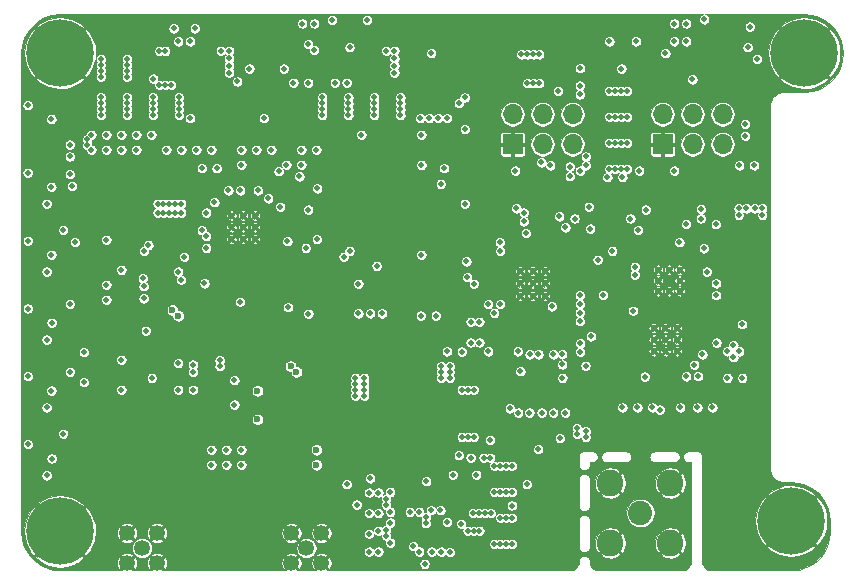
<source format=gbr>
%TF.GenerationSoftware,KiCad,Pcbnew,5.1.10-6.fc34*%
%TF.CreationDate,2021-09-22T18:19:27+02:00*%
%TF.ProjectId,mowi,6d6f7769-2e6b-4696-9361-645f70636258,v1.0*%
%TF.SameCoordinates,Original*%
%TF.FileFunction,Copper,L5,Inr*%
%TF.FilePolarity,Positive*%
%FSLAX46Y46*%
G04 Gerber Fmt 4.6, Leading zero omitted, Abs format (unit mm)*
G04 Created by KiCad (PCBNEW 5.1.10-6.fc34) date 2021-09-22 18:19:27*
%MOMM*%
%LPD*%
G01*
G04 APERTURE LIST*
%TA.AperFunction,ComponentPad*%
%ADD10C,0.500000*%
%TD*%
%TA.AperFunction,ComponentPad*%
%ADD11R,1.700000X1.700000*%
%TD*%
%TA.AperFunction,ComponentPad*%
%ADD12O,1.700000X1.700000*%
%TD*%
%TA.AperFunction,ComponentPad*%
%ADD13C,1.348000*%
%TD*%
%TA.AperFunction,ComponentPad*%
%ADD14C,2.250000*%
%TD*%
%TA.AperFunction,ComponentPad*%
%ADD15C,2.050000*%
%TD*%
%TA.AperFunction,ComponentPad*%
%ADD16C,5.700000*%
%TD*%
%TA.AperFunction,ViaPad*%
%ADD17C,0.500000*%
%TD*%
%TA.AperFunction,ViaPad*%
%ADD18C,0.600000*%
%TD*%
%TA.AperFunction,Conductor*%
%ADD19C,0.125000*%
%TD*%
%TA.AperFunction,Conductor*%
%ADD20C,0.100000*%
%TD*%
G04 APERTURE END LIST*
D10*
%TO.N,GND*%
%TO.C,U7*%
X154550000Y-84450000D03*
X153500000Y-84450000D03*
X152450000Y-84450000D03*
X154550000Y-85500000D03*
X153500000Y-85500000D03*
X152450000Y-85500000D03*
X154550000Y-86550000D03*
X153500000Y-86550000D03*
X152450000Y-86550000D03*
%TD*%
%TO.N,GND*%
%TO.C,U21*%
X128000000Y-79750000D03*
X128000000Y-80750000D03*
X128000000Y-81750000D03*
X129000000Y-79750000D03*
X129000000Y-80750000D03*
X129000000Y-81750000D03*
X130000000Y-79750000D03*
X130000000Y-80750000D03*
X130000000Y-81750000D03*
%TD*%
%TO.N,GND*%
%TO.C,U22*%
X165750000Y-89250000D03*
X164750000Y-89250000D03*
X163750000Y-89250000D03*
X165750000Y-90250000D03*
X164750000Y-90250000D03*
X163750000Y-90250000D03*
X165750000Y-91250000D03*
X164750000Y-91250000D03*
X163750000Y-91250000D03*
%TD*%
D11*
%TO.N,GND*%
%TO.C,J10*%
X164510000Y-73715000D03*
D12*
%TO.N,+3V3*%
X164510000Y-71175000D03*
%TO.N,/Sensor.VP*%
X167050000Y-73715000D03*
%TO.N,/Sensor.VN*%
X167050000Y-71175000D03*
%TO.N,/Sensor.SCL*%
X169590000Y-73715000D03*
%TO.N,/Sensor.SDA*%
X169590000Y-71175000D03*
%TD*%
D11*
%TO.N,GND*%
%TO.C,J8*%
X151810000Y-73715000D03*
D12*
%TO.N,/Connectors/ADV_M_~RST*%
X151810000Y-71175000D03*
%TO.N,/Connectors/ADV_GP1*%
X154350000Y-73715000D03*
%TO.N,/Connectors/ADV_GP2*%
X154350000Y-71175000D03*
%TO.N,/Connectors/ADV_EventB*%
X156890000Y-73715000D03*
%TO.N,/Connectors/ADV_LOG_BUT*%
X156890000Y-71175000D03*
%TD*%
D13*
%TO.N,GND*%
%TO.C,J5*%
X121710000Y-106635000D03*
X119170000Y-106635000D03*
X119170000Y-109175000D03*
X121710000Y-109175000D03*
%TO.N,Net-(J5-Pad1)*%
X120440000Y-107905000D03*
%TD*%
%TO.N,GND*%
%TO.C,J3*%
X135620000Y-106635000D03*
X133080000Y-106635000D03*
X133080000Y-109175000D03*
X135620000Y-109175000D03*
%TO.N,Net-(J3-Pad1)*%
X134350000Y-107905000D03*
%TD*%
D10*
%TO.N,GND*%
%TO.C,U1*%
X165030000Y-86167500D03*
X165947500Y-85250000D03*
X165030000Y-84332500D03*
X164112500Y-85250000D03*
X164112500Y-86167500D03*
X164112500Y-84332500D03*
X165947500Y-86167500D03*
X165947500Y-84332500D03*
%TD*%
D14*
%TO.N,GND*%
%TO.C,J2*%
X160085000Y-107470000D03*
X160085000Y-102390000D03*
X165165000Y-102390000D03*
X165165000Y-107470000D03*
D15*
%TO.N,/ANT_ESP*%
X162625000Y-104930000D03*
%TD*%
D16*
%TO.N,GND*%
%TO.C,MH4*%
X175400000Y-105600000D03*
%TD*%
%TO.N,GND*%
%TO.C,MH3*%
X113500000Y-106500000D03*
%TD*%
%TO.N,GND*%
%TO.C,MH2*%
X113500000Y-66000000D03*
%TD*%
%TO.N,GND*%
%TO.C,MH1*%
X176500000Y-66000000D03*
%TD*%
D17*
%TO.N,+1V8*%
X120490000Y-85060000D03*
X114320200Y-74750000D03*
X114500200Y-77250000D03*
%TO.N,/Connectors/ADV_GP1*%
X155000000Y-75500000D03*
X158000000Y-75500000D03*
%TO.N,/Connectors/ADV_EventB*%
X156280000Y-80750000D03*
X156650000Y-75600000D03*
%TO.N,/Connectors/ADV_GP2*%
X154250000Y-75250000D03*
X158000000Y-74750000D03*
%TO.N,+5V*%
X140450200Y-108200000D03*
X117415000Y-72915000D03*
X116145000Y-72915000D03*
X115800000Y-73300000D03*
X115800000Y-73800000D03*
X117415000Y-74185000D03*
X116145000Y-74185000D03*
X147750000Y-78750000D03*
D18*
X123500000Y-88250000D03*
D17*
X118685000Y-74185000D03*
D18*
X133504501Y-92995499D03*
X123000000Y-87750000D03*
X133004501Y-92495499D03*
D17*
X139650000Y-106700000D03*
D18*
X135195000Y-99585000D03*
X135195000Y-100855000D03*
D17*
X139650200Y-108200000D03*
X144950200Y-108200000D03*
X145750000Y-108200000D03*
%TO.N,/LED_Bt*%
X113750000Y-98220000D03*
X150750000Y-87250000D03*
%TO.N,/LED_WiFi*%
X162430000Y-80990000D03*
X114320000Y-92990000D03*
X150250000Y-88000000D03*
%TO.N,/Mosaic/SYNC*%
X114320200Y-73740000D03*
%TO.N,/TTL_MSC*%
X140440200Y-106450000D03*
X170000000Y-91250000D03*
X170500000Y-90750000D03*
X136520000Y-63190000D03*
X132440000Y-67310000D03*
X139650200Y-104950000D03*
X162520000Y-75940000D03*
X157250000Y-98250000D03*
X157250000Y-97750000D03*
X140450000Y-104950000D03*
%TO.N,/VANT*%
X128845000Y-99585000D03*
X127575000Y-99585000D03*
X126305000Y-99585000D03*
X128845000Y-100855000D03*
X127575000Y-100855000D03*
X126305000Y-100855000D03*
%TO.N,/LED_GP*%
X145300000Y-88220000D03*
X144500000Y-102250000D03*
X114320000Y-76250000D03*
%TO.N,/GP1*%
X113750000Y-80970000D03*
X125500000Y-75750000D03*
X144920000Y-66000000D03*
X157500000Y-68750000D03*
X134500000Y-68500000D03*
X145500000Y-71500000D03*
%TO.N,/LOG_LED*%
X146000000Y-75750000D03*
X114320000Y-87240000D03*
X118685000Y-94505000D03*
X146500000Y-108250000D03*
%TO.N,/GP2*%
X132655000Y-75455000D03*
X157500000Y-69500000D03*
X155650000Y-69200000D03*
X146250000Y-71500000D03*
%TO.N,+3V3*%
X171600000Y-79150000D03*
X170950000Y-79700000D03*
X170940000Y-79150000D03*
X112760000Y-83070000D03*
X112760000Y-77320000D03*
X112760000Y-94570000D03*
X112770000Y-88820000D03*
X144085000Y-72915000D03*
X138500000Y-95000000D03*
X139250000Y-95000000D03*
X171900000Y-63750000D03*
X121750200Y-78750000D03*
X121750200Y-79500000D03*
X159460000Y-86480000D03*
X112760000Y-71580000D03*
X123730000Y-85190000D03*
X123490000Y-84500000D03*
D18*
X130200200Y-97000000D03*
X130200200Y-94600000D03*
D17*
X158440000Y-89980000D03*
X161020000Y-67310000D03*
X165480000Y-75940000D03*
X165930000Y-82010000D03*
X163080000Y-79250000D03*
X168000000Y-82530000D03*
X161780000Y-80000000D03*
X157980000Y-92470000D03*
X151570000Y-96080000D03*
X153970000Y-99540000D03*
X150730000Y-82020000D03*
X152020000Y-75940000D03*
X157520000Y-75940000D03*
X138500000Y-94500000D03*
X138500000Y-94000000D03*
X139250000Y-94500000D03*
X139250000Y-94000000D03*
X138500000Y-93500000D03*
X139250000Y-93500000D03*
X135220000Y-81750000D03*
X134290000Y-82500000D03*
X138750000Y-88030000D03*
X139750000Y-88030000D03*
X140750000Y-88030000D03*
X138750000Y-85530000D03*
X159010000Y-83500000D03*
X133760000Y-76430000D03*
X128845000Y-75455000D03*
X123750000Y-79500000D03*
X123750000Y-78750000D03*
X123250000Y-78750000D03*
X123250000Y-79500000D03*
X122750000Y-78750000D03*
X122750000Y-79500000D03*
X122250000Y-79500000D03*
X122250000Y-78750000D03*
X128730000Y-87060000D03*
X132790000Y-87520000D03*
X134520000Y-88060000D03*
X135270000Y-77450000D03*
X118685000Y-84353276D03*
X120570000Y-85740000D03*
X117415000Y-85615000D03*
X150750000Y-82750000D03*
X112770000Y-100320000D03*
X139480000Y-63190000D03*
X129520000Y-67310000D03*
X146500000Y-92500000D03*
X146500000Y-93000000D03*
X146500000Y-93500000D03*
X145750000Y-93500000D03*
X145750000Y-93000000D03*
X145750000Y-92500000D03*
X124500000Y-71510000D03*
X130750000Y-71510000D03*
X128490000Y-68400000D03*
X164260000Y-96180000D03*
X171230000Y-88950000D03*
X152470000Y-92930000D03*
X155760000Y-79820000D03*
X152930000Y-81240000D03*
X147900000Y-83630000D03*
X167500000Y-93360000D03*
X160250000Y-82750000D03*
X172950000Y-79700000D03*
X172950000Y-79150000D03*
X172300000Y-79150000D03*
X125720200Y-85500000D03*
X139650200Y-103200000D03*
X155800200Y-98600000D03*
X140450000Y-103200000D03*
X144900200Y-104700000D03*
X145700200Y-104700000D03*
%TO.N,/Connectors/JSTM_RX*%
X134500000Y-65250000D03*
%TO.N,/Connectors/JSTM_EventA*%
X134000000Y-63490000D03*
%TO.N,/Connectors/JSTM_TX*%
X135000000Y-63490000D03*
%TO.N,/Connectors/JSTM_PPSO*%
X135000000Y-65750000D03*
%TO.N,/Connectors/ADV_LOG_BUT*%
X156650000Y-76420000D03*
%TO.N,/Connectors/JSTW_RX*%
X165500000Y-63490000D03*
%TO.N,/Connectors/JSTW_CTS*%
X165500000Y-65010000D03*
%TO.N,/Connectors/JSTW_TX*%
X166500000Y-63490000D03*
%TO.N,/Connectors/JSTW_RTS*%
X166500000Y-65010000D03*
%TO.N,/Connectors/xButton*%
X157500000Y-87250000D03*
X153000000Y-102500000D03*
X151750000Y-104300000D03*
%TO.N,/Connectors/xEventA*%
X132000000Y-76000000D03*
X143900000Y-108200000D03*
%TO.N,/Connectors/xRX1*%
X134500000Y-79250000D03*
X137750000Y-102500000D03*
%TO.N,/Connectors/x~RST*%
X143100000Y-104850000D03*
X149750000Y-91250000D03*
X152750000Y-79500000D03*
%TO.N,/EventB_1V8*%
X120975202Y-82250000D03*
%TO.N,/EventA_1V8*%
X120600200Y-82750000D03*
%TO.N,/MSC_RDY*%
X144030000Y-88220000D03*
X149750000Y-87250000D03*
X152750000Y-80250000D03*
X120750200Y-89500000D03*
X123500200Y-92250000D03*
%TO.N,/PPSO_1V8*%
X117415000Y-81805000D03*
%TO.N,/LOG_BUT*%
X133925000Y-75455000D03*
X157050000Y-80000000D03*
%TO.N,/VBUS.USB*%
X153050000Y-68550000D03*
X142305000Y-70750000D03*
X140095000Y-70750000D03*
X142305000Y-70250000D03*
X140095000Y-69750000D03*
X142305000Y-71250000D03*
X142305000Y-69750000D03*
X140095000Y-71250000D03*
X140095000Y-70250000D03*
X153550000Y-66100000D03*
X153050000Y-66100000D03*
X152550000Y-66100000D03*
X154050000Y-66100000D03*
X153550000Y-68550000D03*
X154050000Y-68550000D03*
X157520000Y-67280000D03*
X147750200Y-72430000D03*
%TO.N,Net-(D2-Pad2)*%
X110750000Y-70400000D03*
%TO.N,Net-(D3-Pad1)*%
X112350000Y-78750000D03*
%TO.N,Net-(D3-Pad2)*%
X110750000Y-76140000D03*
%TO.N,Net-(D4-Pad1)*%
X112350000Y-84500000D03*
%TO.N,Net-(D4-Pad2)*%
X110770000Y-81880000D03*
%TO.N,Net-(D5-Pad1)*%
X112350000Y-90250000D03*
%TO.N,Net-(D5-Pad2)*%
X110770000Y-87620000D03*
%TO.N,Net-(D6-Pad1)*%
X112350000Y-96000000D03*
%TO.N,Net-(D6-Pad2)*%
X110770000Y-93360000D03*
%TO.N,Net-(D7-Pad1)*%
X112350000Y-101750000D03*
%TO.N,Net-(D7-Pad2)*%
X110770000Y-99100000D03*
%TO.N,/VBUS.MSC*%
X141800000Y-65800000D03*
X141100000Y-65800000D03*
X141800000Y-66450000D03*
X141800000Y-67650000D03*
X141800000Y-67050000D03*
X121900000Y-68680000D03*
X122900000Y-68680000D03*
X122400000Y-68680000D03*
X121370000Y-68160000D03*
X121900000Y-65820000D03*
X122400000Y-65820000D03*
%TO.N,/VBUS.PXH*%
X121345000Y-70250000D03*
X121345000Y-70750000D03*
X123555000Y-69750000D03*
X123555000Y-70250000D03*
X121345000Y-69750000D03*
X123555000Y-70750000D03*
X121345000Y-71250000D03*
X123555000Y-71250000D03*
X127100000Y-65800000D03*
X127800000Y-67050000D03*
X127800000Y-66450000D03*
X127800000Y-67650000D03*
X127800000Y-65800000D03*
%TO.N,/Sensor.VP*%
X171500000Y-73000000D03*
%TO.N,/Sensor.VN*%
X171500000Y-72000000D03*
%TO.N,/Sensor.SDA*%
X152280000Y-96430000D03*
X168250000Y-84500000D03*
%TO.N,/SerialPXH.CTS*%
X123110000Y-63910000D03*
%TO.N,/SerialPXH.RTS*%
X123500000Y-65010000D03*
%TO.N,/SerialPXH.TX*%
X124500000Y-65010000D03*
%TO.N,/SerialPXH.RX*%
X124890000Y-63910000D03*
%TO.N,/EtherMSC.~RST*%
X139005000Y-72915000D03*
X132740000Y-81930000D03*
%TO.N,/SerialU0.TX*%
X168720000Y-96000000D03*
X156000000Y-91500000D03*
%TO.N,/SerialU0.RX*%
X167450000Y-96000000D03*
X155250000Y-91500000D03*
%TO.N,/SerialU1.RTS*%
X172500000Y-66500000D03*
X167750000Y-80000000D03*
X172250000Y-75500000D03*
%TO.N,/SerialU1.TX*%
X167750000Y-79200000D03*
X171000000Y-75500000D03*
X171700200Y-65500000D03*
%TO.N,/SerialU1.CTS*%
X160000000Y-65000000D03*
%TO.N,/SerialU1.RX*%
X162250000Y-65000000D03*
%TO.N,/SDcard.CLK*%
X119955000Y-72915000D03*
X124750200Y-94500000D03*
%TO.N,/SDcard.CMD*%
X118685000Y-72915000D03*
X124750200Y-93000000D03*
X120570000Y-86760000D03*
%TO.N,/SDcard.DATA*%
X118685000Y-91965000D03*
X117415000Y-86885000D03*
X121225000Y-72915000D03*
%TO.N,/SerialMSC.TX*%
X138000000Y-65500000D03*
X138600000Y-104220000D03*
%TO.N,/MSC_~RST*%
X152130000Y-79150000D03*
%TO.N,/SerialMSC.RX*%
X144000000Y-71500000D03*
%TO.N,/EtherMSC.TXD1*%
X135195000Y-74185000D03*
X132125000Y-79000000D03*
%TO.N,/EtherMSC.TXD0*%
X133925000Y-74185000D03*
X131125000Y-78300000D03*
%TO.N,/EtherMSC.TXEN*%
X131385000Y-74185000D03*
X130250000Y-77625000D03*
%TO.N,/EtherMSC.RXER*%
X130115000Y-74185000D03*
X128750000Y-77625000D03*
%TO.N,/EtherMSC.RXD0*%
X126305000Y-74185000D03*
X126560000Y-78620000D03*
%TO.N,/EtherMSC.RXD1*%
X125035000Y-74185000D03*
X125870000Y-79500000D03*
%TO.N,/EtherMSC.MDC*%
X123765000Y-74185000D03*
X125490000Y-81000000D03*
%TO.N,/EtherMSC.MDIO*%
X122495000Y-74185000D03*
X125870000Y-81500000D03*
%TO.N,/EtherMSC.CLK*%
X119955000Y-74185000D03*
X125870000Y-82500000D03*
%TO.N,/U2_RX*%
X156260000Y-96430000D03*
%TO.N,/U2_TX*%
X153230000Y-96430000D03*
%TO.N,/Sensor.SCL*%
X166500000Y-80470000D03*
%TO.N,/COM4_TX*%
X155240000Y-96430000D03*
X146250000Y-91250000D03*
%TO.N,/COM4_RX*%
X154260000Y-96430000D03*
X147500000Y-91274390D03*
%TO.N,GND*%
X137735000Y-98315000D03*
X115520200Y-77200000D03*
X168500000Y-80000000D03*
X143225200Y-67275000D03*
X156500000Y-104950000D03*
X156500200Y-106450000D03*
X154600000Y-104950000D03*
X154600000Y-106450000D03*
X140500000Y-79250000D03*
X140500000Y-80250000D03*
X141500000Y-80250000D03*
X141500000Y-79250000D03*
X141570000Y-63760000D03*
X126557817Y-102287456D03*
X126038129Y-101877456D03*
X125518442Y-101467456D03*
X124998754Y-101057456D03*
X123339995Y-101022544D03*
X123859683Y-101432544D03*
X124379370Y-101842544D03*
X124899058Y-102252544D03*
X125430000Y-102650000D03*
X124014309Y-105246845D03*
X123440976Y-104896012D03*
X122867642Y-104545178D03*
X122294309Y-104194345D03*
X121772357Y-105047321D03*
X122345690Y-105398154D03*
X122919024Y-105748988D03*
X123492357Y-106099821D03*
X117462822Y-104431997D03*
X118964433Y-104770000D03*
X119702216Y-104770000D03*
X125475000Y-108500000D03*
X124325000Y-108500000D03*
X124900000Y-107300000D03*
X124325000Y-107300000D03*
X124900000Y-108500000D03*
X125475000Y-107300000D03*
X130475000Y-108500000D03*
X129325000Y-108500000D03*
X130825000Y-105750000D03*
X129900000Y-107300000D03*
X128975000Y-105750000D03*
X129325000Y-107300000D03*
X129900000Y-108500000D03*
X130825000Y-106400000D03*
X130475000Y-107300000D03*
X128975000Y-106400000D03*
X172300000Y-98825000D03*
X172300000Y-98250000D03*
X172300000Y-99400000D03*
X170200000Y-97900000D03*
X141000000Y-80750000D03*
X141000000Y-78750000D03*
X116618959Y-102199353D03*
X116215564Y-101668734D03*
X116016503Y-101032986D03*
X116000000Y-100364013D03*
X116000000Y-99694316D03*
X116000000Y-99024620D03*
X116000000Y-98354923D03*
X116000000Y-97685226D03*
X116148641Y-97055270D03*
X116135649Y-95956164D03*
X115559424Y-96241700D03*
X115157227Y-96743548D03*
X115001489Y-97367409D03*
X115000000Y-98015613D03*
X115000000Y-98663848D03*
X115000000Y-99312084D03*
X115000000Y-99960320D03*
X115000000Y-100608555D03*
X115038259Y-101254710D03*
X115212048Y-101877784D03*
X115519390Y-102446936D03*
X115942203Y-102936809D03*
X116399900Y-103395181D03*
X134850000Y-105946403D03*
X134766496Y-105307801D03*
X134506765Y-104718790D03*
X134090929Y-104227506D03*
X133553039Y-103874118D03*
X132937115Y-103687517D03*
X132292397Y-103660000D03*
X131646198Y-103660000D03*
X131692098Y-104660000D03*
X132384197Y-104660000D03*
X133064792Y-104750937D03*
X133604451Y-105169510D03*
X133844426Y-105808840D03*
X163125000Y-102943194D03*
X163125000Y-102280925D03*
X163125000Y-101618657D03*
X163125000Y-100956388D03*
X163125000Y-100294119D03*
X163125000Y-99631851D03*
X163552314Y-99325000D03*
X164214582Y-99325000D03*
X164876851Y-99325000D03*
X165539119Y-99325000D03*
X166201388Y-99325000D03*
X166863657Y-99325000D03*
X167525925Y-99325000D03*
X168188194Y-99325000D03*
X168850462Y-99325000D03*
X168888268Y-98325000D03*
X168244902Y-98325000D03*
X167601536Y-98325000D03*
X166958170Y-98325000D03*
X166314804Y-98325000D03*
X165671438Y-98325000D03*
X165028072Y-98325000D03*
X164384706Y-98325000D03*
X163741340Y-98325000D03*
X163098741Y-98339277D03*
X162528103Y-98616207D03*
X162175604Y-99144841D03*
X162125000Y-99783072D03*
X162125000Y-100426438D03*
X162125000Y-101069804D03*
X162125000Y-101713170D03*
X162125000Y-102356536D03*
X162125000Y-102999902D03*
X140275000Y-98315000D03*
X141500000Y-94500000D03*
X144085000Y-76725000D03*
X126250000Y-77700000D03*
X159460000Y-85520000D03*
X131100000Y-83190000D03*
X162310000Y-92350000D03*
X161540000Y-92980000D03*
X146900000Y-79500000D03*
X147400000Y-79500000D03*
X147900000Y-79500000D03*
X148400000Y-79500000D03*
X148650000Y-80000000D03*
X148650000Y-80500000D03*
X148650000Y-81000000D03*
X148650000Y-81500000D03*
X148650000Y-82000000D03*
X148650000Y-82500000D03*
X147900000Y-83000000D03*
X148400000Y-83000000D03*
X147400000Y-83000000D03*
X146900000Y-83000000D03*
X146400000Y-83000000D03*
X118685000Y-77995000D03*
X119955000Y-75455000D03*
X113170000Y-102400000D03*
X113170000Y-85150000D03*
X113170000Y-90900000D03*
X133925000Y-97045000D03*
X132655000Y-74185000D03*
X112150000Y-73400000D03*
X111740000Y-75180000D03*
X113150000Y-79400000D03*
X111740000Y-98180000D03*
X113150000Y-96650000D03*
X111740000Y-86680000D03*
X111740000Y-80930000D03*
X122770000Y-85190000D03*
X125320000Y-84260000D03*
X123730000Y-87310000D03*
X121300000Y-95700000D03*
X123000000Y-95750000D03*
X120980000Y-83940000D03*
X158440000Y-89020000D03*
X120600200Y-81750000D03*
X115720000Y-82500000D03*
X115720000Y-83150000D03*
X124190000Y-81020000D03*
X168980000Y-64310000D03*
X171050000Y-66880000D03*
X161980000Y-67310000D03*
X171990000Y-72500000D03*
X163480000Y-75940000D03*
X164520000Y-75940000D03*
X162430000Y-82010000D03*
X168990000Y-82510000D03*
X158950000Y-79610000D03*
X157630000Y-80850000D03*
X152730000Y-98000000D03*
X150730000Y-80470000D03*
X153450000Y-79600000D03*
X152980000Y-75940000D03*
X158480000Y-75940000D03*
X140275000Y-72915000D03*
X142780000Y-88220000D03*
X144085000Y-97045000D03*
X132655000Y-98315000D03*
X133925000Y-98315000D03*
X145800000Y-74490000D03*
X166180000Y-79250000D03*
X154740000Y-82570000D03*
X150900000Y-86250000D03*
X140290000Y-84980000D03*
X135240000Y-82750000D03*
X135240000Y-80750000D03*
X135240000Y-79750000D03*
X135240000Y-78750000D03*
X134270000Y-83500000D03*
X145390000Y-84490000D03*
X156990000Y-83500000D03*
X140275000Y-100855000D03*
X118685000Y-90695000D03*
X118685000Y-95775000D03*
X118685000Y-97045000D03*
X119955000Y-98315000D03*
X121225000Y-98315000D03*
X122495000Y-98315000D03*
X123765000Y-98315000D03*
X125035000Y-98315000D03*
X126305000Y-98315000D03*
X127575000Y-98315000D03*
X128845000Y-98315000D03*
X130115000Y-98315000D03*
X131385000Y-98315000D03*
X118685000Y-98315000D03*
X117415000Y-94505000D03*
X116145000Y-94505000D03*
X125035000Y-99585000D03*
X117070000Y-102650000D03*
X130115000Y-75455000D03*
X127770000Y-87060000D03*
X131730000Y-85060000D03*
X132950000Y-85270000D03*
X133730000Y-85060000D03*
X135480000Y-88070000D03*
X137000000Y-86960000D03*
X135270000Y-75550000D03*
X116145000Y-84345000D03*
X141000000Y-79750000D03*
X117415000Y-90695000D03*
X117415000Y-93235000D03*
X117415000Y-91965000D03*
X118685000Y-85615000D03*
X117415000Y-80535000D03*
X122495000Y-72915000D03*
X121225000Y-74185000D03*
X127575000Y-74185000D03*
X144085000Y-91965000D03*
X141545000Y-91965000D03*
X162250000Y-68250000D03*
X162750000Y-68250000D03*
X163250000Y-68250000D03*
X162250000Y-65750000D03*
X162750000Y-65750000D03*
X146400000Y-79500000D03*
X147510000Y-84150010D03*
X148750000Y-83630000D03*
X169550000Y-97900000D03*
X170200000Y-99750000D03*
X169550000Y-99750000D03*
X171100000Y-98250000D03*
X171100000Y-99400000D03*
X171100000Y-98825000D03*
X130825000Y-105100000D03*
X145900000Y-79500000D03*
X117415000Y-98315000D03*
X117415000Y-99585000D03*
X118685000Y-99585000D03*
X119955000Y-99585000D03*
X121225000Y-99585000D03*
X122495000Y-99585000D03*
X123765000Y-99585000D03*
X117415000Y-97045000D03*
X117415000Y-95775000D03*
X115510000Y-95140000D03*
X116145000Y-93235000D03*
X116145000Y-91965000D03*
X116145000Y-90695000D03*
X121225000Y-88155000D03*
X117415000Y-100855000D03*
X118685000Y-100855000D03*
X119955000Y-100855000D03*
X121225000Y-100855000D03*
X122495000Y-100855000D03*
X125825000Y-105750000D03*
X125825000Y-106400000D03*
X130880000Y-103420000D03*
X130230000Y-103420000D03*
X129580000Y-103420000D03*
X128930000Y-103420000D03*
X125230000Y-105470000D03*
X124580000Y-105470000D03*
X117720000Y-102650000D03*
X118370000Y-102650000D03*
X119020000Y-102650000D03*
X119670000Y-102650000D03*
X120320000Y-102650000D03*
X120970000Y-102650000D03*
X121620000Y-102650000D03*
X122270000Y-102650000D03*
X122920000Y-102650000D03*
X123570000Y-102650000D03*
X124220000Y-102650000D03*
X128210000Y-105130000D03*
X124810000Y-104460000D03*
X127130000Y-102620000D03*
X127780000Y-102620000D03*
X128130000Y-103170000D03*
X125530000Y-104470000D03*
X126180000Y-104470000D03*
X126830000Y-104470000D03*
X127480000Y-104470000D03*
X119700000Y-105420000D03*
X116830000Y-104420000D03*
X116380000Y-104070000D03*
X118227594Y-104750846D03*
X166240000Y-68220000D03*
X116145000Y-80535000D03*
X138415000Y-77135000D03*
X133400000Y-70130000D03*
X130115000Y-72915000D03*
X131310000Y-70010000D03*
X131000000Y-67010000D03*
X124000000Y-63490000D03*
X166000000Y-65390000D03*
X154740000Y-80180000D03*
X142300000Y-104850000D03*
X142300000Y-105750000D03*
X147100000Y-107750000D03*
X143300000Y-105750000D03*
X125060000Y-70020000D03*
X120200000Y-67330000D03*
X120200000Y-66770000D03*
X120200000Y-66200000D03*
X120200000Y-67900000D03*
X120900000Y-65800000D03*
X134499999Y-63114998D03*
X131930000Y-64000000D03*
X138000000Y-63500000D03*
X139220000Y-68090000D03*
X157520000Y-65720000D03*
X143250000Y-101710000D03*
X143750000Y-101710000D03*
X142750000Y-101710000D03*
X145750000Y-101690000D03*
X147770000Y-101690000D03*
X172200000Y-76350000D03*
X173350000Y-77500000D03*
X172850000Y-76350000D03*
X173350000Y-76950000D03*
X172950000Y-82050000D03*
X172950000Y-81550000D03*
X127600000Y-69560000D03*
X150530000Y-97750000D03*
X150500000Y-93250000D03*
X150500000Y-92750000D03*
X170850000Y-71750000D03*
X170850000Y-73250000D03*
X146899999Y-68418723D03*
X125035000Y-72915000D03*
X146530000Y-73500000D03*
X147750000Y-75750000D03*
X139000000Y-70500000D03*
X173350000Y-95500000D03*
X172850000Y-96150000D03*
X172200000Y-93350000D03*
X172850000Y-93350000D03*
X173350000Y-94500000D03*
X173350000Y-95000000D03*
X161000000Y-84990000D03*
X169060000Y-87520000D03*
X171230000Y-87050000D03*
X172200000Y-96150000D03*
X159250000Y-93390000D03*
X173350000Y-94000000D03*
X137735000Y-99585000D03*
X137735000Y-100855000D03*
X131300000Y-102480600D03*
X131800000Y-102480600D03*
X140320200Y-65750000D03*
X140300200Y-64710000D03*
X164700200Y-64000000D03*
X132340200Y-92900000D03*
X133480200Y-94600000D03*
X132610200Y-95800000D03*
X115500200Y-78950000D03*
X115520200Y-76700000D03*
X133480200Y-95790000D03*
X137730200Y-96960000D03*
X136500200Y-96800000D03*
X123050200Y-81350000D03*
X122500200Y-94500000D03*
X122000200Y-92250000D03*
X127000200Y-94500000D03*
X125750200Y-90200000D03*
X147750000Y-74050000D03*
X150200200Y-63450000D03*
X150700000Y-63450000D03*
X149700200Y-64450000D03*
X151200200Y-64450000D03*
X151200200Y-63950000D03*
X149700200Y-63950000D03*
X149200200Y-63750000D03*
X152000200Y-64450000D03*
X152000200Y-63950000D03*
X152500200Y-63450000D03*
X147550200Y-64450000D03*
X147550200Y-63950000D03*
X148050200Y-63750000D03*
X148625200Y-63750000D03*
X148050200Y-65850000D03*
X149200200Y-65850000D03*
X150200200Y-65900000D03*
X150700200Y-65900000D03*
X153800200Y-63450000D03*
X153150200Y-63450000D03*
X154300200Y-63950000D03*
X154300200Y-64450000D03*
X154800200Y-63750000D03*
X155950200Y-63750000D03*
X155375200Y-63750000D03*
X156450200Y-65200000D03*
X156450200Y-64150000D03*
X156450200Y-64675000D03*
X148550200Y-67000000D03*
X149675200Y-66225000D03*
X148625200Y-66225000D03*
X143225200Y-68425000D03*
X155775200Y-67275000D03*
X156200200Y-67800000D03*
X142800200Y-65450000D03*
X143750200Y-63000000D03*
X143750200Y-64000000D03*
X143750200Y-63500000D03*
X142200200Y-64000000D03*
X142200200Y-63000000D03*
X142200200Y-63500000D03*
X161800200Y-63500000D03*
X161800200Y-63000000D03*
X160250200Y-63000000D03*
X160250200Y-63500000D03*
X160250200Y-64000000D03*
X161800200Y-64000000D03*
X170200200Y-63000000D03*
X171750200Y-63000000D03*
X171750200Y-64500000D03*
X170200200Y-64500000D03*
X132250200Y-63000000D03*
X132250200Y-63500000D03*
X129750200Y-63500000D03*
X129750200Y-63000000D03*
X128200200Y-63000000D03*
X128200200Y-63500000D03*
X118250200Y-63000000D03*
X118250200Y-63500000D03*
X118250200Y-64000000D03*
X119800200Y-64500000D03*
X119800200Y-64000000D03*
X118250200Y-65000000D03*
X119800200Y-65000000D03*
X119800200Y-63500000D03*
X118250200Y-64500000D03*
X119800200Y-63000000D03*
X111050200Y-71900000D03*
X112150200Y-71900000D03*
X111050200Y-77650000D03*
X112150200Y-77650000D03*
X111050200Y-83400000D03*
X112150200Y-83400000D03*
X111050200Y-89150000D03*
X112150200Y-89150000D03*
X111050200Y-94850000D03*
X112150200Y-94850000D03*
X112150200Y-100600000D03*
X111050200Y-100600000D03*
X156500200Y-98750000D03*
X155000200Y-100250000D03*
X154500200Y-100250000D03*
X155200200Y-98800000D03*
X156450200Y-100200000D03*
X155500200Y-104950000D03*
X155500200Y-106500000D03*
X157000200Y-105750000D03*
X154100200Y-105750000D03*
X121810200Y-76500000D03*
X142815000Y-72915000D03*
%TO.N,Net-(C25-Pad1)*%
X138000000Y-82750000D03*
X137500000Y-83250000D03*
X144085000Y-83075000D03*
X145720000Y-77080000D03*
X140290000Y-84020000D03*
%TO.N,/PPSO_3V3*%
X115510000Y-93870000D03*
X115510000Y-91330000D03*
X126750000Y-75750000D03*
X143900000Y-104850000D03*
X133250000Y-68500000D03*
X114750200Y-82000000D03*
X144350200Y-109250000D03*
%TO.N,/EventB_3V3*%
X158370000Y-80850000D03*
X124000000Y-83250000D03*
%TO.N,/eMMC_VCC*%
X123500200Y-94500000D03*
X128250200Y-95750000D03*
%TO.N,/eMMC_VCCQ*%
X127000200Y-92500000D03*
X127000200Y-92000000D03*
X124747258Y-92370584D03*
X121250200Y-93500000D03*
X128250200Y-93683680D03*
%TO.N,/EtherMSC.CRSDV*%
X128845000Y-74185000D03*
X127750000Y-77620000D03*
%TO.N,/ESP_EN*%
X169010000Y-80490000D03*
X157500000Y-86500000D03*
X148730000Y-101690000D03*
X154000000Y-91500000D03*
X149900200Y-100250000D03*
X149900000Y-98750000D03*
X148250200Y-100250000D03*
X149350200Y-100250000D03*
%TO.N,/ESP_BOOT*%
X148500200Y-106450000D03*
X146750000Y-101690000D03*
X152250000Y-91250000D03*
X149000200Y-106450000D03*
X147450200Y-105850000D03*
X148450200Y-104950000D03*
X148950000Y-104950200D03*
X149450200Y-104950000D03*
X149950200Y-104950000D03*
X148000200Y-106450000D03*
%TO.N,/TTL_ESP*%
X146250000Y-105700000D03*
X168020000Y-63140000D03*
X170500000Y-91750000D03*
X164750000Y-66010000D03*
X171000000Y-91250000D03*
X158000000Y-98000000D03*
X158000000Y-98500000D03*
X144450200Y-105800000D03*
X144450200Y-105300000D03*
%TO.N,/Ethernet/EE_RX+*%
X148250000Y-90500000D03*
X157536643Y-90572500D03*
%TO.N,/Ethernet/EE_RX-*%
X149000000Y-90500000D03*
X157536643Y-91294500D03*
%TO.N,/Ethernet/EE_TX+*%
X149000000Y-88750000D03*
X157500000Y-87975500D03*
%TO.N,/Ethernet/EE_TX-*%
X148250000Y-88750000D03*
X157500000Y-88697500D03*
%TO.N,/VBUS.ESP*%
X160000000Y-69200000D03*
X160000000Y-71395000D03*
X160500000Y-71395000D03*
X161000000Y-71395000D03*
X161500000Y-71395000D03*
X161500000Y-69200000D03*
X161000000Y-69200000D03*
X160500000Y-69200000D03*
X167030000Y-68220000D03*
%TO.N,/VBUS.AXM*%
X150750000Y-107555000D03*
X150750000Y-105345000D03*
X151250000Y-107555000D03*
X150250000Y-107555000D03*
X151750000Y-107555000D03*
X151250000Y-105345000D03*
X151750000Y-105345000D03*
X141450000Y-103150000D03*
X141450000Y-107450000D03*
X141100000Y-103750000D03*
X141100000Y-106850000D03*
X141100000Y-106350000D03*
X141100000Y-104250000D03*
X141450000Y-104850000D03*
X141450000Y-105750000D03*
%TO.N,/SerialAXM.TX*%
X143400000Y-107750000D03*
%TO.N,/SerialAXM.RX*%
X139750000Y-102000000D03*
%TO.N,/SerialAXM.CTS*%
X136750000Y-68500000D03*
%TO.N,/SerialAXM.RTS*%
X137750000Y-68500000D03*
%TO.N,/EtherESP.CLK*%
X156020000Y-93500000D03*
X162000000Y-87810000D03*
X156010000Y-92360000D03*
%TO.N,/EtherESP.~RST*%
X163000000Y-93380000D03*
X161100000Y-96000000D03*
%TO.N,/EtherESP.MDC*%
X162150000Y-84100000D03*
X171250000Y-93500000D03*
%TO.N,/EtherESP.TXD1*%
X170000000Y-93500000D03*
X166500000Y-93370000D03*
%TO.N,/EtherESP.TXEN*%
X167880000Y-91500000D03*
X166000000Y-96000000D03*
%TO.N,/EtherESP.TXD0*%
X167190000Y-92380000D03*
X163640000Y-96000000D03*
%TO.N,/EtherESP.MDIO*%
X162370000Y-96000000D03*
X162150000Y-84750000D03*
%TO.N,/EtherESP.CRSDV*%
X169070000Y-90510000D03*
X158250000Y-79000000D03*
%TO.N,/EtherESP.RXD1*%
X159830000Y-76500000D03*
X169030000Y-85500000D03*
%TO.N,/EtherESP.RXD0*%
X161100000Y-76490000D03*
X169030000Y-86500000D03*
%TO.N,/MSC_USB_P*%
X148530368Y-85530368D03*
%TO.N,/MSC_USB_N*%
X147969632Y-84969632D03*
%TO.N,Net-(R38-Pad1)*%
X144080000Y-75470000D03*
X144750000Y-71500000D03*
%TO.N,/Power/VBUS_PIN*%
X150750000Y-103155000D03*
X150750000Y-100945000D03*
X151250000Y-103155000D03*
X151750000Y-100945000D03*
X150250000Y-103155000D03*
X151750000Y-103155000D03*
X150250000Y-100945000D03*
X151250000Y-100945000D03*
X137905000Y-70750000D03*
X135695000Y-70750000D03*
X137905000Y-70250000D03*
X135695000Y-69750000D03*
X137905000Y-71250000D03*
X137905000Y-69750000D03*
X135695000Y-71250000D03*
X135695000Y-70250000D03*
X116945000Y-70250000D03*
X116945000Y-70750000D03*
X116945000Y-69750000D03*
X116945000Y-71250000D03*
X119155000Y-70750000D03*
X119155000Y-70250000D03*
X119155000Y-69750000D03*
X119155000Y-71250000D03*
X116945000Y-67000000D03*
X116945000Y-67500000D03*
X116945000Y-66500000D03*
X116945000Y-68000000D03*
X119155000Y-67500000D03*
X119155000Y-67000000D03*
X119155000Y-66500000D03*
X119155000Y-68000000D03*
X160500000Y-75805000D03*
X161000000Y-75805000D03*
X160000000Y-75805000D03*
X161500000Y-75805000D03*
X148500000Y-98500000D03*
X147500000Y-94500000D03*
X148000000Y-94500000D03*
X148500000Y-94500000D03*
X147500000Y-98500000D03*
X148000000Y-98500000D03*
X160000000Y-73595000D03*
X161500000Y-73595000D03*
X160500000Y-73595000D03*
X161000000Y-73595000D03*
X147250000Y-100050000D03*
%TO.N,/USB_HUB/USB_UP0_P*%
X147745013Y-69754987D03*
%TO.N,/USB_HUB/USB_UP0_N*%
X147254987Y-70245013D03*
%TO.N,/USB_HUB/ESP_RTS*%
X155130000Y-87440000D03*
X153250000Y-91500000D03*
%TD*%
D19*
%TO.N,GND*%
X167892240Y-62718832D02*
X167812529Y-62751850D01*
X167740791Y-62799783D01*
X167679783Y-62860791D01*
X167631850Y-62932529D01*
X167598832Y-63012240D01*
X167582000Y-63096861D01*
X167582000Y-63183139D01*
X167598832Y-63267760D01*
X167631850Y-63347471D01*
X167679783Y-63419209D01*
X167740791Y-63480217D01*
X167812529Y-63528150D01*
X167892240Y-63561168D01*
X167976861Y-63578000D01*
X168063139Y-63578000D01*
X168147760Y-63561168D01*
X168227471Y-63528150D01*
X168299209Y-63480217D01*
X168360217Y-63419209D01*
X168408150Y-63347471D01*
X168441168Y-63267760D01*
X168458000Y-63183139D01*
X168458000Y-63096861D01*
X168441168Y-63012240D01*
X168408150Y-62932529D01*
X168360217Y-62860791D01*
X168299209Y-62799783D01*
X168227471Y-62751850D01*
X168147760Y-62718832D01*
X168118440Y-62713000D01*
X176489587Y-62713000D01*
X177138247Y-62776602D01*
X177752187Y-62961961D01*
X178318435Y-63263041D01*
X178815414Y-63668366D01*
X179224199Y-64162503D01*
X179529223Y-64726632D01*
X179718863Y-65339260D01*
X179785899Y-65977061D01*
X179727775Y-66615729D01*
X179546705Y-67230952D01*
X179249591Y-67799278D01*
X178847740Y-68299081D01*
X178356469Y-68711306D01*
X177794486Y-69020259D01*
X177183193Y-69214172D01*
X176536216Y-69286742D01*
X176499231Y-69287000D01*
X174789543Y-69287000D01*
X174779954Y-69287945D01*
X174773714Y-69287901D01*
X174770754Y-69288191D01*
X174576657Y-69308592D01*
X174557746Y-69312474D01*
X174538784Y-69316091D01*
X174535936Y-69316951D01*
X174349498Y-69374663D01*
X174331678Y-69382154D01*
X174313802Y-69389376D01*
X174311176Y-69390772D01*
X174139499Y-69483597D01*
X174123473Y-69494407D01*
X174107340Y-69504964D01*
X174105035Y-69506843D01*
X173954657Y-69631247D01*
X173941040Y-69644959D01*
X173927262Y-69658452D01*
X173925366Y-69660744D01*
X173802016Y-69811986D01*
X173791336Y-69828061D01*
X173780426Y-69843994D01*
X173779011Y-69846610D01*
X173687386Y-70018933D01*
X173680021Y-70036803D01*
X173672425Y-70054525D01*
X173671545Y-70057366D01*
X173615136Y-70244202D01*
X173611381Y-70263169D01*
X173607373Y-70282023D01*
X173607062Y-70284981D01*
X173588017Y-70479215D01*
X173587000Y-70489544D01*
X173587001Y-101110457D01*
X173587945Y-101120036D01*
X173587901Y-101126286D01*
X173588191Y-101129246D01*
X173608592Y-101323343D01*
X173612474Y-101342254D01*
X173616091Y-101361216D01*
X173616951Y-101364064D01*
X173674663Y-101550502D01*
X173682147Y-101568305D01*
X173689376Y-101586198D01*
X173690772Y-101588824D01*
X173783597Y-101760500D01*
X173794372Y-101776475D01*
X173804963Y-101792660D01*
X173806843Y-101794965D01*
X173931247Y-101945342D01*
X173944940Y-101958940D01*
X173958452Y-101972738D01*
X173960744Y-101974634D01*
X174111986Y-102097984D01*
X174128094Y-102108686D01*
X174143995Y-102119574D01*
X174146611Y-102120989D01*
X174318933Y-102212614D01*
X174336803Y-102219979D01*
X174354525Y-102227575D01*
X174357366Y-102228455D01*
X174544203Y-102284864D01*
X174563155Y-102288617D01*
X174582023Y-102292627D01*
X174584981Y-102292938D01*
X174779214Y-102311983D01*
X174779219Y-102311983D01*
X174789543Y-102313000D01*
X175389587Y-102313000D01*
X176038247Y-102376602D01*
X176652187Y-102561961D01*
X177218435Y-102863041D01*
X177715414Y-103268366D01*
X178124199Y-103762503D01*
X178429223Y-104326632D01*
X178618863Y-104939260D01*
X178686954Y-105587094D01*
X178687001Y-105600734D01*
X178687000Y-106489587D01*
X178623398Y-107138247D01*
X178438038Y-107752189D01*
X178136961Y-108318432D01*
X177731634Y-108815414D01*
X177237496Y-109224201D01*
X176673368Y-109529223D01*
X176060739Y-109718863D01*
X175412906Y-109786954D01*
X175399546Y-109787000D01*
X168635413Y-109787000D01*
X168472339Y-109771010D01*
X168325489Y-109726674D01*
X168190044Y-109654657D01*
X168071174Y-109557709D01*
X167973393Y-109439512D01*
X167900435Y-109304579D01*
X167855075Y-109158043D01*
X167838000Y-108995591D01*
X167838000Y-107803144D01*
X173355955Y-107803144D01*
X173698197Y-108133727D01*
X174225202Y-108417048D01*
X174797354Y-108592111D01*
X175392665Y-108652189D01*
X175988258Y-108594973D01*
X176561245Y-108422662D01*
X177089606Y-108141878D01*
X177101803Y-108133727D01*
X177444045Y-107803144D01*
X175400000Y-105759099D01*
X173355955Y-107803144D01*
X167838000Y-107803144D01*
X167838000Y-105592665D01*
X172347811Y-105592665D01*
X172405027Y-106188258D01*
X172577338Y-106761245D01*
X172858122Y-107289606D01*
X172866273Y-107301803D01*
X173196856Y-107644045D01*
X175240901Y-105600000D01*
X175559099Y-105600000D01*
X177603144Y-107644045D01*
X177933727Y-107301803D01*
X178217048Y-106774798D01*
X178392111Y-106202646D01*
X178452189Y-105607335D01*
X178394973Y-105011742D01*
X178222662Y-104438755D01*
X177941878Y-103910394D01*
X177933727Y-103898197D01*
X177603144Y-103555955D01*
X175559099Y-105600000D01*
X175240901Y-105600000D01*
X173196856Y-103555955D01*
X172866273Y-103898197D01*
X172582952Y-104425202D01*
X172407889Y-104997354D01*
X172347811Y-105592665D01*
X167838000Y-105592665D01*
X167838000Y-103396856D01*
X173355955Y-103396856D01*
X175400000Y-105440901D01*
X177444045Y-103396856D01*
X177101803Y-103066273D01*
X176574798Y-102782952D01*
X176002646Y-102607889D01*
X175407335Y-102547811D01*
X174811742Y-102605027D01*
X174238755Y-102777338D01*
X173710394Y-103058122D01*
X173698197Y-103066273D01*
X173355955Y-103396856D01*
X167838000Y-103396856D01*
X167838000Y-100069543D01*
X167837113Y-100060536D01*
X167837119Y-100059649D01*
X167836829Y-100056689D01*
X167835312Y-100042259D01*
X167834917Y-100038245D01*
X167834876Y-100038111D01*
X167833769Y-100027574D01*
X167829890Y-100008679D01*
X167826269Y-99989697D01*
X167825409Y-99986849D01*
X167816752Y-99958885D01*
X167809275Y-99941100D01*
X167802043Y-99923197D01*
X167800647Y-99920571D01*
X167786724Y-99894819D01*
X167775932Y-99878818D01*
X167765354Y-99862653D01*
X167763474Y-99860348D01*
X167744814Y-99837792D01*
X167731098Y-99824172D01*
X167717607Y-99810396D01*
X167715316Y-99808500D01*
X167692630Y-99789998D01*
X167676565Y-99779325D01*
X167660625Y-99768410D01*
X167658009Y-99766995D01*
X167632161Y-99753251D01*
X167614304Y-99745891D01*
X167596562Y-99738287D01*
X167593721Y-99737408D01*
X167565695Y-99728947D01*
X167546785Y-99725203D01*
X167527880Y-99721185D01*
X167524922Y-99720874D01*
X167495787Y-99718017D01*
X167495781Y-99718017D01*
X167485457Y-99717000D01*
X166684543Y-99717000D01*
X166673975Y-99718041D01*
X166670722Y-99718041D01*
X166667765Y-99718352D01*
X166619278Y-99723791D01*
X166600410Y-99727801D01*
X166581458Y-99731554D01*
X166578617Y-99732433D01*
X166532110Y-99747187D01*
X166514351Y-99754798D01*
X166496517Y-99762149D01*
X166493901Y-99763563D01*
X166451144Y-99787069D01*
X166435219Y-99797973D01*
X166419137Y-99808658D01*
X166416845Y-99810554D01*
X166379469Y-99841916D01*
X166365957Y-99855714D01*
X166352263Y-99869313D01*
X166350383Y-99871617D01*
X166319810Y-99909642D01*
X166309231Y-99925810D01*
X166298444Y-99941801D01*
X166297048Y-99944427D01*
X166274443Y-99987665D01*
X166267205Y-100005581D01*
X166259730Y-100023363D01*
X166258870Y-100026210D01*
X166245094Y-100073016D01*
X166241477Y-100091980D01*
X166237595Y-100110890D01*
X166237305Y-100113850D01*
X166232883Y-100162440D01*
X166233018Y-100181745D01*
X166232883Y-100201049D01*
X166233173Y-100204009D01*
X166238273Y-100252533D01*
X166242153Y-100271437D01*
X166245772Y-100290407D01*
X166246631Y-100293254D01*
X166261059Y-100339864D01*
X166268536Y-100357651D01*
X166275774Y-100375564D01*
X166277170Y-100378190D01*
X166300377Y-100421108D01*
X166311162Y-100437096D01*
X166321739Y-100453261D01*
X166323619Y-100455566D01*
X166354719Y-100493161D01*
X166368419Y-100506766D01*
X166381930Y-100520562D01*
X166384221Y-100522458D01*
X166422032Y-100553295D01*
X166438128Y-100563989D01*
X166454035Y-100574881D01*
X166456651Y-100576296D01*
X166499732Y-100599203D01*
X166517563Y-100606553D01*
X166535328Y-100614167D01*
X166538163Y-100615044D01*
X166538165Y-100615045D01*
X166538167Y-100615045D01*
X166538169Y-100615046D01*
X166584878Y-100629148D01*
X166603807Y-100632896D01*
X166622699Y-100636911D01*
X166625657Y-100637223D01*
X166674216Y-100641984D01*
X166674229Y-100641984D01*
X166684543Y-100643000D01*
X166912000Y-100643000D01*
X166912001Y-108989577D01*
X166896010Y-109152661D01*
X166851674Y-109299511D01*
X166779657Y-109434956D01*
X166682709Y-109553826D01*
X166564512Y-109651607D01*
X166429579Y-109724565D01*
X166283043Y-109769925D01*
X166120591Y-109787000D01*
X159135413Y-109787000D01*
X158972339Y-109771010D01*
X158825489Y-109726674D01*
X158690044Y-109654657D01*
X158571174Y-109557709D01*
X158473393Y-109439512D01*
X158400435Y-109304579D01*
X158355075Y-109158043D01*
X158337973Y-108995334D01*
X158337971Y-108995045D01*
X158336959Y-108985407D01*
X158336959Y-108975722D01*
X158336648Y-108972765D01*
X158331209Y-108924278D01*
X158327199Y-108905410D01*
X158323446Y-108886458D01*
X158322567Y-108883617D01*
X158307813Y-108837110D01*
X158300202Y-108819351D01*
X158292851Y-108801517D01*
X158291437Y-108798901D01*
X158267931Y-108756144D01*
X158257027Y-108740219D01*
X158246342Y-108724137D01*
X158244446Y-108721845D01*
X158213084Y-108684469D01*
X158199286Y-108670957D01*
X158185687Y-108657263D01*
X158183383Y-108655383D01*
X158145358Y-108624810D01*
X158129190Y-108614231D01*
X158113199Y-108603444D01*
X158110573Y-108602048D01*
X158067335Y-108579443D01*
X158049419Y-108572205D01*
X158031637Y-108564730D01*
X158028790Y-108563870D01*
X157981984Y-108550094D01*
X157963020Y-108546477D01*
X157944110Y-108542595D01*
X157941150Y-108542305D01*
X157892560Y-108537883D01*
X157873255Y-108538018D01*
X157853950Y-108537883D01*
X157850990Y-108538173D01*
X157802467Y-108543273D01*
X157783557Y-108547155D01*
X157764593Y-108550772D01*
X157761746Y-108551631D01*
X157715136Y-108566059D01*
X157697321Y-108573548D01*
X157679436Y-108580774D01*
X157676810Y-108582170D01*
X157633891Y-108605377D01*
X157617860Y-108616191D01*
X157601739Y-108626740D01*
X157599434Y-108628619D01*
X157561839Y-108659719D01*
X157548217Y-108673436D01*
X157534438Y-108686930D01*
X157532542Y-108689221D01*
X157501705Y-108727032D01*
X157491032Y-108743097D01*
X157480119Y-108759035D01*
X157478704Y-108761651D01*
X157455797Y-108804731D01*
X157448435Y-108822591D01*
X157440833Y-108840329D01*
X157439957Y-108843160D01*
X157439955Y-108843165D01*
X157439954Y-108843170D01*
X157425852Y-108889878D01*
X157422104Y-108908807D01*
X157418089Y-108927699D01*
X157417777Y-108930657D01*
X157413016Y-108979216D01*
X157413016Y-108979225D01*
X157396010Y-109152661D01*
X157351674Y-109299511D01*
X157279657Y-109434956D01*
X157182709Y-109553826D01*
X157064512Y-109651607D01*
X156929579Y-109724565D01*
X156783043Y-109769925D01*
X156620591Y-109787000D01*
X136072901Y-109787000D01*
X135620000Y-109334099D01*
X135167099Y-109787000D01*
X133532901Y-109787000D01*
X133080000Y-109334099D01*
X132627099Y-109787000D01*
X122162901Y-109787000D01*
X121710000Y-109334099D01*
X121257099Y-109787000D01*
X119622901Y-109787000D01*
X119170000Y-109334099D01*
X118717099Y-109787000D01*
X113510413Y-109787000D01*
X112861753Y-109723398D01*
X112247811Y-109538038D01*
X111681568Y-109236961D01*
X111184586Y-108831634D01*
X111078290Y-108703144D01*
X111455955Y-108703144D01*
X111798197Y-109033727D01*
X112325202Y-109317048D01*
X112897354Y-109492111D01*
X113492665Y-109552189D01*
X114088258Y-109494973D01*
X114661245Y-109322662D01*
X114790983Y-109253716D01*
X118307917Y-109253716D01*
X118339838Y-109420387D01*
X118403662Y-109577629D01*
X118409473Y-109588498D01*
X118516967Y-109668934D01*
X119010901Y-109175000D01*
X119329099Y-109175000D01*
X119823033Y-109668934D01*
X119930527Y-109588498D01*
X119996583Y-109432181D01*
X120030874Y-109265981D01*
X120030961Y-109253716D01*
X120847917Y-109253716D01*
X120879838Y-109420387D01*
X120943662Y-109577629D01*
X120949473Y-109588498D01*
X121056967Y-109668934D01*
X121550901Y-109175000D01*
X121869099Y-109175000D01*
X122363033Y-109668934D01*
X122470527Y-109588498D01*
X122536583Y-109432181D01*
X122570874Y-109265981D01*
X122570961Y-109253716D01*
X132217917Y-109253716D01*
X132249838Y-109420387D01*
X132313662Y-109577629D01*
X132319473Y-109588498D01*
X132426967Y-109668934D01*
X132920901Y-109175000D01*
X133239099Y-109175000D01*
X133733033Y-109668934D01*
X133840527Y-109588498D01*
X133906583Y-109432181D01*
X133940874Y-109265981D01*
X133940961Y-109253716D01*
X134757917Y-109253716D01*
X134789838Y-109420387D01*
X134853662Y-109577629D01*
X134859473Y-109588498D01*
X134966967Y-109668934D01*
X135460901Y-109175000D01*
X135779099Y-109175000D01*
X136273033Y-109668934D01*
X136380527Y-109588498D01*
X136446583Y-109432181D01*
X136480874Y-109265981D01*
X136481295Y-109206861D01*
X143912200Y-109206861D01*
X143912200Y-109293139D01*
X143929032Y-109377760D01*
X143962050Y-109457471D01*
X144009983Y-109529209D01*
X144070991Y-109590217D01*
X144142729Y-109638150D01*
X144222440Y-109671168D01*
X144307061Y-109688000D01*
X144393339Y-109688000D01*
X144477960Y-109671168D01*
X144557671Y-109638150D01*
X144629409Y-109590217D01*
X144690417Y-109529209D01*
X144738350Y-109457471D01*
X144771368Y-109377760D01*
X144788200Y-109293139D01*
X144788200Y-109206861D01*
X144771368Y-109122240D01*
X144738350Y-109042529D01*
X144690417Y-108970791D01*
X144629409Y-108909783D01*
X144557671Y-108861850D01*
X144477960Y-108828832D01*
X144393339Y-108812000D01*
X144307061Y-108812000D01*
X144222440Y-108828832D01*
X144142729Y-108861850D01*
X144070991Y-108909783D01*
X144009983Y-108970791D01*
X143962050Y-109042529D01*
X143929032Y-109122240D01*
X143912200Y-109206861D01*
X136481295Y-109206861D01*
X136482083Y-109096284D01*
X136450162Y-108929613D01*
X136386338Y-108772371D01*
X136380527Y-108761502D01*
X136273033Y-108681066D01*
X135779099Y-109175000D01*
X135460901Y-109175000D01*
X134966967Y-108681066D01*
X134859473Y-108761502D01*
X134793417Y-108917819D01*
X134759126Y-109084019D01*
X134757917Y-109253716D01*
X133940961Y-109253716D01*
X133942083Y-109096284D01*
X133910162Y-108929613D01*
X133846338Y-108772371D01*
X133840527Y-108761502D01*
X133733033Y-108681066D01*
X133239099Y-109175000D01*
X132920901Y-109175000D01*
X132426967Y-108681066D01*
X132319473Y-108761502D01*
X132253417Y-108917819D01*
X132219126Y-109084019D01*
X132217917Y-109253716D01*
X122570961Y-109253716D01*
X122572083Y-109096284D01*
X122540162Y-108929613D01*
X122476338Y-108772371D01*
X122470527Y-108761502D01*
X122363033Y-108681066D01*
X121869099Y-109175000D01*
X121550901Y-109175000D01*
X121056967Y-108681066D01*
X120949473Y-108761502D01*
X120883417Y-108917819D01*
X120849126Y-109084019D01*
X120847917Y-109253716D01*
X120030961Y-109253716D01*
X120032083Y-109096284D01*
X120000162Y-108929613D01*
X119936338Y-108772371D01*
X119930527Y-108761502D01*
X119823033Y-108681066D01*
X119329099Y-109175000D01*
X119010901Y-109175000D01*
X118516967Y-108681066D01*
X118409473Y-108761502D01*
X118343417Y-108917819D01*
X118309126Y-109084019D01*
X118307917Y-109253716D01*
X114790983Y-109253716D01*
X115189606Y-109041878D01*
X115201803Y-109033727D01*
X115544045Y-108703144D01*
X113500000Y-106659099D01*
X111455955Y-108703144D01*
X111078290Y-108703144D01*
X110775799Y-108337496D01*
X110470777Y-107773368D01*
X110281137Y-107160739D01*
X110213046Y-106512906D01*
X110213000Y-106499546D01*
X110213000Y-106492665D01*
X110447811Y-106492665D01*
X110505027Y-107088258D01*
X110677338Y-107661245D01*
X110958122Y-108189606D01*
X110966273Y-108201803D01*
X111296856Y-108544045D01*
X113340901Y-106500000D01*
X113659099Y-106500000D01*
X115703144Y-108544045D01*
X115724469Y-108521967D01*
X118676066Y-108521967D01*
X119170000Y-109015901D01*
X119663934Y-108521967D01*
X119583498Y-108414473D01*
X119427181Y-108348417D01*
X119260981Y-108314126D01*
X119091284Y-108312917D01*
X118924613Y-108344838D01*
X118767371Y-108408662D01*
X118756502Y-108414473D01*
X118676066Y-108521967D01*
X115724469Y-108521967D01*
X116033727Y-108201803D01*
X116238932Y-107820100D01*
X119578000Y-107820100D01*
X119578000Y-107989900D01*
X119611126Y-108156436D01*
X119676105Y-108313310D01*
X119770441Y-108454493D01*
X119890507Y-108574559D01*
X120031690Y-108668895D01*
X120188564Y-108733874D01*
X120355100Y-108767000D01*
X120524900Y-108767000D01*
X120691436Y-108733874D01*
X120848310Y-108668895D01*
X120989493Y-108574559D01*
X121042085Y-108521967D01*
X121216066Y-108521967D01*
X121710000Y-109015901D01*
X122203934Y-108521967D01*
X132586066Y-108521967D01*
X133080000Y-109015901D01*
X133573934Y-108521967D01*
X133493498Y-108414473D01*
X133337181Y-108348417D01*
X133170981Y-108314126D01*
X133001284Y-108312917D01*
X132834613Y-108344838D01*
X132677371Y-108408662D01*
X132666502Y-108414473D01*
X132586066Y-108521967D01*
X122203934Y-108521967D01*
X122123498Y-108414473D01*
X121967181Y-108348417D01*
X121800981Y-108314126D01*
X121631284Y-108312917D01*
X121464613Y-108344838D01*
X121307371Y-108408662D01*
X121296502Y-108414473D01*
X121216066Y-108521967D01*
X121042085Y-108521967D01*
X121109559Y-108454493D01*
X121203895Y-108313310D01*
X121268874Y-108156436D01*
X121302000Y-107989900D01*
X121302000Y-107820100D01*
X133488000Y-107820100D01*
X133488000Y-107989900D01*
X133521126Y-108156436D01*
X133586105Y-108313310D01*
X133680441Y-108454493D01*
X133800507Y-108574559D01*
X133941690Y-108668895D01*
X134098564Y-108733874D01*
X134265100Y-108767000D01*
X134434900Y-108767000D01*
X134601436Y-108733874D01*
X134758310Y-108668895D01*
X134899493Y-108574559D01*
X134952085Y-108521967D01*
X135126066Y-108521967D01*
X135620000Y-109015901D01*
X136113934Y-108521967D01*
X136033498Y-108414473D01*
X135877181Y-108348417D01*
X135710981Y-108314126D01*
X135541284Y-108312917D01*
X135374613Y-108344838D01*
X135217371Y-108408662D01*
X135206502Y-108414473D01*
X135126066Y-108521967D01*
X134952085Y-108521967D01*
X135019559Y-108454493D01*
X135113895Y-108313310D01*
X135178697Y-108156861D01*
X139212200Y-108156861D01*
X139212200Y-108243139D01*
X139229032Y-108327760D01*
X139262050Y-108407471D01*
X139309983Y-108479209D01*
X139370991Y-108540217D01*
X139442729Y-108588150D01*
X139522440Y-108621168D01*
X139607061Y-108638000D01*
X139693339Y-108638000D01*
X139777960Y-108621168D01*
X139857671Y-108588150D01*
X139929409Y-108540217D01*
X139990417Y-108479209D01*
X140038350Y-108407471D01*
X140050200Y-108378863D01*
X140062050Y-108407471D01*
X140109983Y-108479209D01*
X140170991Y-108540217D01*
X140242729Y-108588150D01*
X140322440Y-108621168D01*
X140407061Y-108638000D01*
X140493339Y-108638000D01*
X140577960Y-108621168D01*
X140657671Y-108588150D01*
X140729409Y-108540217D01*
X140790417Y-108479209D01*
X140838350Y-108407471D01*
X140871368Y-108327760D01*
X140888200Y-108243139D01*
X140888200Y-108156861D01*
X140871368Y-108072240D01*
X140838350Y-107992529D01*
X140790417Y-107920791D01*
X140729409Y-107859783D01*
X140657671Y-107811850D01*
X140577960Y-107778832D01*
X140493339Y-107762000D01*
X140407061Y-107762000D01*
X140322440Y-107778832D01*
X140242729Y-107811850D01*
X140170991Y-107859783D01*
X140109983Y-107920791D01*
X140062050Y-107992529D01*
X140050200Y-108021137D01*
X140038350Y-107992529D01*
X139990417Y-107920791D01*
X139929409Y-107859783D01*
X139857671Y-107811850D01*
X139777960Y-107778832D01*
X139693339Y-107762000D01*
X139607061Y-107762000D01*
X139522440Y-107778832D01*
X139442729Y-107811850D01*
X139370991Y-107859783D01*
X139309983Y-107920791D01*
X139262050Y-107992529D01*
X139229032Y-108072240D01*
X139212200Y-108156861D01*
X135178697Y-108156861D01*
X135178874Y-108156436D01*
X135212000Y-107989900D01*
X135212000Y-107820100D01*
X135178874Y-107653564D01*
X135113895Y-107496690D01*
X135019559Y-107355507D01*
X134952085Y-107288033D01*
X135126066Y-107288033D01*
X135206502Y-107395527D01*
X135362819Y-107461583D01*
X135529019Y-107495874D01*
X135698716Y-107497083D01*
X135865387Y-107465162D01*
X136022629Y-107401338D01*
X136033498Y-107395527D01*
X136113934Y-107288033D01*
X135620000Y-106794099D01*
X135126066Y-107288033D01*
X134952085Y-107288033D01*
X134899493Y-107235441D01*
X134758310Y-107141105D01*
X134601436Y-107076126D01*
X134434900Y-107043000D01*
X134265100Y-107043000D01*
X134098564Y-107076126D01*
X133941690Y-107141105D01*
X133800507Y-107235441D01*
X133680441Y-107355507D01*
X133586105Y-107496690D01*
X133521126Y-107653564D01*
X133488000Y-107820100D01*
X121302000Y-107820100D01*
X121268874Y-107653564D01*
X121203895Y-107496690D01*
X121109559Y-107355507D01*
X121042085Y-107288033D01*
X121216066Y-107288033D01*
X121296502Y-107395527D01*
X121452819Y-107461583D01*
X121619019Y-107495874D01*
X121788716Y-107497083D01*
X121955387Y-107465162D01*
X122112629Y-107401338D01*
X122123498Y-107395527D01*
X122203934Y-107288033D01*
X132586066Y-107288033D01*
X132666502Y-107395527D01*
X132822819Y-107461583D01*
X132989019Y-107495874D01*
X133158716Y-107497083D01*
X133325387Y-107465162D01*
X133482629Y-107401338D01*
X133493498Y-107395527D01*
X133573934Y-107288033D01*
X133080000Y-106794099D01*
X132586066Y-107288033D01*
X122203934Y-107288033D01*
X121710000Y-106794099D01*
X121216066Y-107288033D01*
X121042085Y-107288033D01*
X120989493Y-107235441D01*
X120848310Y-107141105D01*
X120691436Y-107076126D01*
X120524900Y-107043000D01*
X120355100Y-107043000D01*
X120188564Y-107076126D01*
X120031690Y-107141105D01*
X119890507Y-107235441D01*
X119770441Y-107355507D01*
X119676105Y-107496690D01*
X119611126Y-107653564D01*
X119578000Y-107820100D01*
X116238932Y-107820100D01*
X116317048Y-107674798D01*
X116435387Y-107288033D01*
X118676066Y-107288033D01*
X118756502Y-107395527D01*
X118912819Y-107461583D01*
X119079019Y-107495874D01*
X119248716Y-107497083D01*
X119415387Y-107465162D01*
X119572629Y-107401338D01*
X119583498Y-107395527D01*
X119663934Y-107288033D01*
X119170000Y-106794099D01*
X118676066Y-107288033D01*
X116435387Y-107288033D01*
X116492111Y-107102646D01*
X116531361Y-106713716D01*
X118307917Y-106713716D01*
X118339838Y-106880387D01*
X118403662Y-107037629D01*
X118409473Y-107048498D01*
X118516967Y-107128934D01*
X119010901Y-106635000D01*
X119329099Y-106635000D01*
X119823033Y-107128934D01*
X119930527Y-107048498D01*
X119996583Y-106892181D01*
X120030874Y-106725981D01*
X120030961Y-106713716D01*
X120847917Y-106713716D01*
X120879838Y-106880387D01*
X120943662Y-107037629D01*
X120949473Y-107048498D01*
X121056967Y-107128934D01*
X121550901Y-106635000D01*
X121869099Y-106635000D01*
X122363033Y-107128934D01*
X122470527Y-107048498D01*
X122536583Y-106892181D01*
X122570874Y-106725981D01*
X122570961Y-106713716D01*
X132217917Y-106713716D01*
X132249838Y-106880387D01*
X132313662Y-107037629D01*
X132319473Y-107048498D01*
X132426967Y-107128934D01*
X132920901Y-106635000D01*
X133239099Y-106635000D01*
X133733033Y-107128934D01*
X133840527Y-107048498D01*
X133906583Y-106892181D01*
X133940874Y-106725981D01*
X133940961Y-106713716D01*
X134757917Y-106713716D01*
X134789838Y-106880387D01*
X134853662Y-107037629D01*
X134859473Y-107048498D01*
X134966967Y-107128934D01*
X135460901Y-106635000D01*
X135779099Y-106635000D01*
X136273033Y-107128934D01*
X136380527Y-107048498D01*
X136446583Y-106892181D01*
X136480874Y-106725981D01*
X136481366Y-106656861D01*
X139212000Y-106656861D01*
X139212000Y-106743139D01*
X139228832Y-106827760D01*
X139261850Y-106907471D01*
X139309783Y-106979209D01*
X139370791Y-107040217D01*
X139442529Y-107088150D01*
X139522240Y-107121168D01*
X139606861Y-107138000D01*
X139693139Y-107138000D01*
X139777760Y-107121168D01*
X139857471Y-107088150D01*
X139929209Y-107040217D01*
X139990217Y-106979209D01*
X140038150Y-106907471D01*
X140071168Y-106827760D01*
X140088000Y-106743139D01*
X140088000Y-106711275D01*
X140099983Y-106729209D01*
X140160991Y-106790217D01*
X140232729Y-106838150D01*
X140312440Y-106871168D01*
X140397061Y-106888000D01*
X140483339Y-106888000D01*
X140567960Y-106871168D01*
X140647671Y-106838150D01*
X140662000Y-106828576D01*
X140662000Y-106893139D01*
X140678832Y-106977760D01*
X140711850Y-107057471D01*
X140759783Y-107129209D01*
X140820791Y-107190217D01*
X140892529Y-107238150D01*
X140972240Y-107271168D01*
X141044069Y-107285456D01*
X141028832Y-107322240D01*
X141012000Y-107406861D01*
X141012000Y-107493139D01*
X141028832Y-107577760D01*
X141061850Y-107657471D01*
X141109783Y-107729209D01*
X141170791Y-107790217D01*
X141242529Y-107838150D01*
X141322240Y-107871168D01*
X141406861Y-107888000D01*
X141493139Y-107888000D01*
X141577760Y-107871168D01*
X141657471Y-107838150D01*
X141729209Y-107790217D01*
X141790217Y-107729209D01*
X141805149Y-107706861D01*
X142962000Y-107706861D01*
X142962000Y-107793139D01*
X142978832Y-107877760D01*
X143011850Y-107957471D01*
X143059783Y-108029209D01*
X143120791Y-108090217D01*
X143192529Y-108138150D01*
X143272240Y-108171168D01*
X143356861Y-108188000D01*
X143443139Y-108188000D01*
X143462000Y-108184248D01*
X143462000Y-108243139D01*
X143478832Y-108327760D01*
X143511850Y-108407471D01*
X143559783Y-108479209D01*
X143620791Y-108540217D01*
X143692529Y-108588150D01*
X143772240Y-108621168D01*
X143856861Y-108638000D01*
X143943139Y-108638000D01*
X144027760Y-108621168D01*
X144107471Y-108588150D01*
X144179209Y-108540217D01*
X144240217Y-108479209D01*
X144288150Y-108407471D01*
X144321168Y-108327760D01*
X144338000Y-108243139D01*
X144338000Y-108156861D01*
X144512200Y-108156861D01*
X144512200Y-108243139D01*
X144529032Y-108327760D01*
X144562050Y-108407471D01*
X144609983Y-108479209D01*
X144670991Y-108540217D01*
X144742729Y-108588150D01*
X144822440Y-108621168D01*
X144907061Y-108638000D01*
X144993339Y-108638000D01*
X145077960Y-108621168D01*
X145157671Y-108588150D01*
X145229409Y-108540217D01*
X145290417Y-108479209D01*
X145338350Y-108407471D01*
X145350100Y-108379105D01*
X145361850Y-108407471D01*
X145409783Y-108479209D01*
X145470791Y-108540217D01*
X145542529Y-108588150D01*
X145622240Y-108621168D01*
X145706861Y-108638000D01*
X145793139Y-108638000D01*
X145877760Y-108621168D01*
X145957471Y-108588150D01*
X146029209Y-108540217D01*
X146090217Y-108479209D01*
X146109130Y-108450904D01*
X146111850Y-108457471D01*
X146159783Y-108529209D01*
X146220791Y-108590217D01*
X146292529Y-108638150D01*
X146372240Y-108671168D01*
X146456861Y-108688000D01*
X146543139Y-108688000D01*
X146627760Y-108671168D01*
X146707471Y-108638150D01*
X146779209Y-108590217D01*
X146840217Y-108529209D01*
X146888150Y-108457471D01*
X146893130Y-108445447D01*
X159268652Y-108445447D01*
X159403639Y-108599210D01*
X159637029Y-108710439D01*
X159887634Y-108773999D01*
X160145825Y-108787447D01*
X160401677Y-108750266D01*
X160645359Y-108663885D01*
X160766361Y-108599210D01*
X160901348Y-108445447D01*
X164348652Y-108445447D01*
X164483639Y-108599210D01*
X164717029Y-108710439D01*
X164967634Y-108773999D01*
X165225825Y-108787447D01*
X165481677Y-108750266D01*
X165725359Y-108663885D01*
X165846361Y-108599210D01*
X165981348Y-108445447D01*
X165165000Y-107629099D01*
X164348652Y-108445447D01*
X160901348Y-108445447D01*
X160085000Y-107629099D01*
X159268652Y-108445447D01*
X146893130Y-108445447D01*
X146921168Y-108377760D01*
X146938000Y-108293139D01*
X146938000Y-108206861D01*
X146921168Y-108122240D01*
X146888150Y-108042529D01*
X146840217Y-107970791D01*
X146779209Y-107909783D01*
X146707471Y-107861850D01*
X146627760Y-107828832D01*
X146543139Y-107812000D01*
X146456861Y-107812000D01*
X146372240Y-107828832D01*
X146292529Y-107861850D01*
X146220791Y-107909783D01*
X146159783Y-107970791D01*
X146140870Y-107999096D01*
X146138150Y-107992529D01*
X146090217Y-107920791D01*
X146029209Y-107859783D01*
X145957471Y-107811850D01*
X145877760Y-107778832D01*
X145793139Y-107762000D01*
X145706861Y-107762000D01*
X145622240Y-107778832D01*
X145542529Y-107811850D01*
X145470791Y-107859783D01*
X145409783Y-107920791D01*
X145361850Y-107992529D01*
X145350100Y-108020895D01*
X145338350Y-107992529D01*
X145290417Y-107920791D01*
X145229409Y-107859783D01*
X145157671Y-107811850D01*
X145077960Y-107778832D01*
X144993339Y-107762000D01*
X144907061Y-107762000D01*
X144822440Y-107778832D01*
X144742729Y-107811850D01*
X144670991Y-107859783D01*
X144609983Y-107920791D01*
X144562050Y-107992529D01*
X144529032Y-108072240D01*
X144512200Y-108156861D01*
X144338000Y-108156861D01*
X144321168Y-108072240D01*
X144288150Y-107992529D01*
X144240217Y-107920791D01*
X144179209Y-107859783D01*
X144107471Y-107811850D01*
X144027760Y-107778832D01*
X143943139Y-107762000D01*
X143856861Y-107762000D01*
X143838000Y-107765752D01*
X143838000Y-107706861D01*
X143821168Y-107622240D01*
X143788150Y-107542529D01*
X143767659Y-107511861D01*
X149812000Y-107511861D01*
X149812000Y-107598139D01*
X149828832Y-107682760D01*
X149861850Y-107762471D01*
X149909783Y-107834209D01*
X149970791Y-107895217D01*
X150042529Y-107943150D01*
X150122240Y-107976168D01*
X150206861Y-107993000D01*
X150293139Y-107993000D01*
X150377760Y-107976168D01*
X150457471Y-107943150D01*
X150500000Y-107914734D01*
X150542529Y-107943150D01*
X150622240Y-107976168D01*
X150706861Y-107993000D01*
X150793139Y-107993000D01*
X150877760Y-107976168D01*
X150957471Y-107943150D01*
X151000000Y-107914734D01*
X151042529Y-107943150D01*
X151122240Y-107976168D01*
X151206861Y-107993000D01*
X151293139Y-107993000D01*
X151377760Y-107976168D01*
X151457471Y-107943150D01*
X151500000Y-107914734D01*
X151542529Y-107943150D01*
X151622240Y-107976168D01*
X151706861Y-107993000D01*
X151793139Y-107993000D01*
X151877760Y-107976168D01*
X151957471Y-107943150D01*
X152029209Y-107895217D01*
X152090217Y-107834209D01*
X152106087Y-107810456D01*
X157412000Y-107810456D01*
X157413041Y-107821024D01*
X157413041Y-107824277D01*
X157413352Y-107827235D01*
X157418791Y-107875722D01*
X157422801Y-107894590D01*
X157426554Y-107913542D01*
X157427434Y-107916383D01*
X157442187Y-107962890D01*
X157449803Y-107980660D01*
X157457149Y-107998483D01*
X157458563Y-108001099D01*
X157482069Y-108043856D01*
X157492979Y-108059789D01*
X157503659Y-108075864D01*
X157505554Y-108078155D01*
X157536916Y-108115531D01*
X157550711Y-108129041D01*
X157564312Y-108142737D01*
X157566617Y-108144617D01*
X157604642Y-108175189D01*
X157620749Y-108185730D01*
X157636800Y-108196556D01*
X157639426Y-108197952D01*
X157682665Y-108220557D01*
X157700578Y-108227794D01*
X157718362Y-108235270D01*
X157721209Y-108236130D01*
X157768016Y-108249906D01*
X157786994Y-108253526D01*
X157805891Y-108257405D01*
X157808850Y-108257695D01*
X157857441Y-108262117D01*
X157876745Y-108261982D01*
X157896049Y-108262117D01*
X157899009Y-108261827D01*
X157899011Y-108261827D01*
X157947533Y-108256727D01*
X157966437Y-108252847D01*
X157985407Y-108249228D01*
X157988254Y-108248369D01*
X158034864Y-108233941D01*
X158052651Y-108226464D01*
X158070564Y-108219226D01*
X158073190Y-108217830D01*
X158116108Y-108194623D01*
X158132096Y-108183838D01*
X158148261Y-108173261D01*
X158150566Y-108171381D01*
X158188161Y-108140281D01*
X158201766Y-108126581D01*
X158215562Y-108113070D01*
X158217458Y-108110779D01*
X158248295Y-108072968D01*
X158258989Y-108056872D01*
X158269881Y-108040965D01*
X158271296Y-108038349D01*
X158294203Y-107995268D01*
X158301553Y-107977437D01*
X158309167Y-107959672D01*
X158310046Y-107956831D01*
X158324148Y-107910122D01*
X158327896Y-107891193D01*
X158331911Y-107872301D01*
X158332223Y-107869343D01*
X158336984Y-107820784D01*
X158336984Y-107820771D01*
X158338000Y-107810457D01*
X158338000Y-107530825D01*
X158767553Y-107530825D01*
X158804734Y-107786677D01*
X158891115Y-108030359D01*
X158955790Y-108151361D01*
X159109553Y-108286348D01*
X159925901Y-107470000D01*
X160244099Y-107470000D01*
X161060447Y-108286348D01*
X161214210Y-108151361D01*
X161325439Y-107917971D01*
X161388999Y-107667366D01*
X161396110Y-107530825D01*
X163847553Y-107530825D01*
X163884734Y-107786677D01*
X163971115Y-108030359D01*
X164035790Y-108151361D01*
X164189553Y-108286348D01*
X165005901Y-107470000D01*
X165324099Y-107470000D01*
X166140447Y-108286348D01*
X166294210Y-108151361D01*
X166405439Y-107917971D01*
X166468999Y-107667366D01*
X166482447Y-107409175D01*
X166445266Y-107153323D01*
X166358885Y-106909641D01*
X166294210Y-106788639D01*
X166140447Y-106653652D01*
X165324099Y-107470000D01*
X165005901Y-107470000D01*
X164189553Y-106653652D01*
X164035790Y-106788639D01*
X163924561Y-107022029D01*
X163861001Y-107272634D01*
X163847553Y-107530825D01*
X161396110Y-107530825D01*
X161402447Y-107409175D01*
X161365266Y-107153323D01*
X161278885Y-106909641D01*
X161214210Y-106788639D01*
X161060447Y-106653652D01*
X160244099Y-107470000D01*
X159925901Y-107470000D01*
X159109553Y-106653652D01*
X158955790Y-106788639D01*
X158844561Y-107022029D01*
X158781001Y-107272634D01*
X158767553Y-107530825D01*
X158338000Y-107530825D01*
X158338000Y-106494553D01*
X159268652Y-106494553D01*
X160085000Y-107310901D01*
X160901348Y-106494553D01*
X164348652Y-106494553D01*
X165165000Y-107310901D01*
X165981348Y-106494553D01*
X165846361Y-106340790D01*
X165612971Y-106229561D01*
X165362366Y-106166001D01*
X165104175Y-106152553D01*
X164848323Y-106189734D01*
X164604641Y-106276115D01*
X164483639Y-106340790D01*
X164348652Y-106494553D01*
X160901348Y-106494553D01*
X160766361Y-106340790D01*
X160532971Y-106229561D01*
X160282366Y-106166001D01*
X160024175Y-106152553D01*
X159768323Y-106189734D01*
X159524641Y-106276115D01*
X159403639Y-106340790D01*
X159268652Y-106494553D01*
X158338000Y-106494553D01*
X158338000Y-105519543D01*
X158336959Y-105508975D01*
X158336959Y-105505722D01*
X158336648Y-105502765D01*
X158331209Y-105454278D01*
X158327199Y-105435410D01*
X158323446Y-105416458D01*
X158322567Y-105413617D01*
X158307813Y-105367110D01*
X158300202Y-105349351D01*
X158292851Y-105331517D01*
X158291437Y-105328901D01*
X158267931Y-105286144D01*
X158257027Y-105270219D01*
X158246342Y-105254137D01*
X158244446Y-105251845D01*
X158213084Y-105214469D01*
X158199286Y-105200957D01*
X158185687Y-105187263D01*
X158183383Y-105185383D01*
X158145358Y-105154810D01*
X158129190Y-105144231D01*
X158113199Y-105133444D01*
X158110573Y-105132048D01*
X158067335Y-105109443D01*
X158049419Y-105102205D01*
X158031637Y-105094730D01*
X158028790Y-105093870D01*
X157981984Y-105080094D01*
X157963020Y-105076477D01*
X157944110Y-105072595D01*
X157941150Y-105072305D01*
X157892560Y-105067883D01*
X157873255Y-105068018D01*
X157853950Y-105067883D01*
X157850990Y-105068173D01*
X157802467Y-105073273D01*
X157783557Y-105077155D01*
X157764593Y-105080772D01*
X157761746Y-105081631D01*
X157715136Y-105096059D01*
X157697321Y-105103548D01*
X157679436Y-105110774D01*
X157676810Y-105112170D01*
X157633891Y-105135377D01*
X157617860Y-105146191D01*
X157601739Y-105156740D01*
X157599434Y-105158619D01*
X157561839Y-105189719D01*
X157548217Y-105203436D01*
X157534438Y-105216930D01*
X157532542Y-105219221D01*
X157501705Y-105257032D01*
X157491032Y-105273097D01*
X157480119Y-105289035D01*
X157478704Y-105291651D01*
X157455797Y-105334731D01*
X157448435Y-105352591D01*
X157440833Y-105370329D01*
X157439957Y-105373160D01*
X157439955Y-105373165D01*
X157439954Y-105373170D01*
X157425852Y-105419878D01*
X157422104Y-105438807D01*
X157418089Y-105457699D01*
X157417777Y-105460657D01*
X157413016Y-105509216D01*
X157413016Y-105509239D01*
X157412001Y-105519543D01*
X157412000Y-107810456D01*
X152106087Y-107810456D01*
X152138150Y-107762471D01*
X152171168Y-107682760D01*
X152188000Y-107598139D01*
X152188000Y-107511861D01*
X152171168Y-107427240D01*
X152138150Y-107347529D01*
X152090217Y-107275791D01*
X152029209Y-107214783D01*
X151957471Y-107166850D01*
X151877760Y-107133832D01*
X151793139Y-107117000D01*
X151706861Y-107117000D01*
X151622240Y-107133832D01*
X151542529Y-107166850D01*
X151500000Y-107195266D01*
X151457471Y-107166850D01*
X151377760Y-107133832D01*
X151293139Y-107117000D01*
X151206861Y-107117000D01*
X151122240Y-107133832D01*
X151042529Y-107166850D01*
X151000000Y-107195266D01*
X150957471Y-107166850D01*
X150877760Y-107133832D01*
X150793139Y-107117000D01*
X150706861Y-107117000D01*
X150622240Y-107133832D01*
X150542529Y-107166850D01*
X150500000Y-107195266D01*
X150457471Y-107166850D01*
X150377760Y-107133832D01*
X150293139Y-107117000D01*
X150206861Y-107117000D01*
X150122240Y-107133832D01*
X150042529Y-107166850D01*
X149970791Y-107214783D01*
X149909783Y-107275791D01*
X149861850Y-107347529D01*
X149828832Y-107427240D01*
X149812000Y-107511861D01*
X143767659Y-107511861D01*
X143740217Y-107470791D01*
X143679209Y-107409783D01*
X143607471Y-107361850D01*
X143527760Y-107328832D01*
X143443139Y-107312000D01*
X143356861Y-107312000D01*
X143272240Y-107328832D01*
X143192529Y-107361850D01*
X143120791Y-107409783D01*
X143059783Y-107470791D01*
X143011850Y-107542529D01*
X142978832Y-107622240D01*
X142962000Y-107706861D01*
X141805149Y-107706861D01*
X141838150Y-107657471D01*
X141871168Y-107577760D01*
X141888000Y-107493139D01*
X141888000Y-107406861D01*
X141871168Y-107322240D01*
X141838150Y-107242529D01*
X141790217Y-107170791D01*
X141729209Y-107109783D01*
X141657471Y-107061850D01*
X141577760Y-107028832D01*
X141505931Y-107014544D01*
X141521168Y-106977760D01*
X141538000Y-106893139D01*
X141538000Y-106806861D01*
X141521168Y-106722240D01*
X141488150Y-106642529D01*
X141459734Y-106600000D01*
X141488150Y-106557471D01*
X141521168Y-106477760D01*
X141538000Y-106393139D01*
X141538000Y-106306861D01*
X141521168Y-106222240D01*
X141505931Y-106185456D01*
X141577760Y-106171168D01*
X141657471Y-106138150D01*
X141729209Y-106090217D01*
X141790217Y-106029209D01*
X141838150Y-105957471D01*
X141871168Y-105877760D01*
X141888000Y-105793139D01*
X141888000Y-105706861D01*
X141871168Y-105622240D01*
X141838150Y-105542529D01*
X141790217Y-105470791D01*
X141729209Y-105409783D01*
X141657471Y-105361850D01*
X141577760Y-105328832D01*
X141493139Y-105312000D01*
X141406861Y-105312000D01*
X141322240Y-105328832D01*
X141242529Y-105361850D01*
X141170791Y-105409783D01*
X141109783Y-105470791D01*
X141061850Y-105542529D01*
X141028832Y-105622240D01*
X141012000Y-105706861D01*
X141012000Y-105793139D01*
X141028832Y-105877760D01*
X141044069Y-105914544D01*
X140972240Y-105928832D01*
X140892529Y-105961850D01*
X140820791Y-106009783D01*
X140759783Y-106070791D01*
X140727994Y-106118368D01*
X140719409Y-106109783D01*
X140647671Y-106061850D01*
X140567960Y-106028832D01*
X140483339Y-106012000D01*
X140397061Y-106012000D01*
X140312440Y-106028832D01*
X140232729Y-106061850D01*
X140160991Y-106109783D01*
X140099983Y-106170791D01*
X140052050Y-106242529D01*
X140019032Y-106322240D01*
X140002200Y-106406861D01*
X140002200Y-106438725D01*
X139990217Y-106420791D01*
X139929209Y-106359783D01*
X139857471Y-106311850D01*
X139777760Y-106278832D01*
X139693139Y-106262000D01*
X139606861Y-106262000D01*
X139522240Y-106278832D01*
X139442529Y-106311850D01*
X139370791Y-106359783D01*
X139309783Y-106420791D01*
X139261850Y-106492529D01*
X139228832Y-106572240D01*
X139212000Y-106656861D01*
X136481366Y-106656861D01*
X136482083Y-106556284D01*
X136450162Y-106389613D01*
X136386338Y-106232371D01*
X136380527Y-106221502D01*
X136273033Y-106141066D01*
X135779099Y-106635000D01*
X135460901Y-106635000D01*
X134966967Y-106141066D01*
X134859473Y-106221502D01*
X134793417Y-106377819D01*
X134759126Y-106544019D01*
X134757917Y-106713716D01*
X133940961Y-106713716D01*
X133942083Y-106556284D01*
X133910162Y-106389613D01*
X133846338Y-106232371D01*
X133840527Y-106221502D01*
X133733033Y-106141066D01*
X133239099Y-106635000D01*
X132920901Y-106635000D01*
X132426967Y-106141066D01*
X132319473Y-106221502D01*
X132253417Y-106377819D01*
X132219126Y-106544019D01*
X132217917Y-106713716D01*
X122570961Y-106713716D01*
X122572083Y-106556284D01*
X122540162Y-106389613D01*
X122476338Y-106232371D01*
X122470527Y-106221502D01*
X122363033Y-106141066D01*
X121869099Y-106635000D01*
X121550901Y-106635000D01*
X121056967Y-106141066D01*
X120949473Y-106221502D01*
X120883417Y-106377819D01*
X120849126Y-106544019D01*
X120847917Y-106713716D01*
X120030961Y-106713716D01*
X120032083Y-106556284D01*
X120000162Y-106389613D01*
X119936338Y-106232371D01*
X119930527Y-106221502D01*
X119823033Y-106141066D01*
X119329099Y-106635000D01*
X119010901Y-106635000D01*
X118516967Y-106141066D01*
X118409473Y-106221502D01*
X118343417Y-106377819D01*
X118309126Y-106544019D01*
X118307917Y-106713716D01*
X116531361Y-106713716D01*
X116552189Y-106507335D01*
X116501720Y-105981967D01*
X118676066Y-105981967D01*
X119170000Y-106475901D01*
X119663934Y-105981967D01*
X121216066Y-105981967D01*
X121710000Y-106475901D01*
X122203934Y-105981967D01*
X132586066Y-105981967D01*
X133080000Y-106475901D01*
X133573934Y-105981967D01*
X135126066Y-105981967D01*
X135620000Y-106475901D01*
X136113934Y-105981967D01*
X136033498Y-105874473D01*
X135877181Y-105808417D01*
X135710981Y-105774126D01*
X135541284Y-105772917D01*
X135374613Y-105804838D01*
X135217371Y-105868662D01*
X135206502Y-105874473D01*
X135126066Y-105981967D01*
X133573934Y-105981967D01*
X133493498Y-105874473D01*
X133337181Y-105808417D01*
X133170981Y-105774126D01*
X133001284Y-105772917D01*
X132834613Y-105804838D01*
X132677371Y-105868662D01*
X132666502Y-105874473D01*
X132586066Y-105981967D01*
X122203934Y-105981967D01*
X122123498Y-105874473D01*
X121967181Y-105808417D01*
X121800981Y-105774126D01*
X121631284Y-105772917D01*
X121464613Y-105804838D01*
X121307371Y-105868662D01*
X121296502Y-105874473D01*
X121216066Y-105981967D01*
X119663934Y-105981967D01*
X119583498Y-105874473D01*
X119427181Y-105808417D01*
X119260981Y-105774126D01*
X119091284Y-105772917D01*
X118924613Y-105804838D01*
X118767371Y-105868662D01*
X118756502Y-105874473D01*
X118676066Y-105981967D01*
X116501720Y-105981967D01*
X116494973Y-105911742D01*
X116322662Y-105338755D01*
X116093143Y-104906861D01*
X139212200Y-104906861D01*
X139212200Y-104993139D01*
X139229032Y-105077760D01*
X139262050Y-105157471D01*
X139309983Y-105229209D01*
X139370991Y-105290217D01*
X139442729Y-105338150D01*
X139522440Y-105371168D01*
X139607061Y-105388000D01*
X139693339Y-105388000D01*
X139777960Y-105371168D01*
X139857671Y-105338150D01*
X139929409Y-105290217D01*
X139990417Y-105229209D01*
X140038350Y-105157471D01*
X140050100Y-105129105D01*
X140061850Y-105157471D01*
X140109783Y-105229209D01*
X140170791Y-105290217D01*
X140242529Y-105338150D01*
X140322240Y-105371168D01*
X140406861Y-105388000D01*
X140493139Y-105388000D01*
X140577760Y-105371168D01*
X140657471Y-105338150D01*
X140729209Y-105290217D01*
X140790217Y-105229209D01*
X140838150Y-105157471D01*
X140871168Y-105077760D01*
X140888000Y-104993139D01*
X140888000Y-104906861D01*
X140871168Y-104822240D01*
X140838150Y-104742529D01*
X140790217Y-104670791D01*
X140729209Y-104609783D01*
X140657471Y-104561850D01*
X140577760Y-104528832D01*
X140493139Y-104512000D01*
X140406861Y-104512000D01*
X140322240Y-104528832D01*
X140242529Y-104561850D01*
X140170791Y-104609783D01*
X140109783Y-104670791D01*
X140061850Y-104742529D01*
X140050100Y-104770895D01*
X140038350Y-104742529D01*
X139990417Y-104670791D01*
X139929409Y-104609783D01*
X139857671Y-104561850D01*
X139777960Y-104528832D01*
X139693339Y-104512000D01*
X139607061Y-104512000D01*
X139522440Y-104528832D01*
X139442729Y-104561850D01*
X139370991Y-104609783D01*
X139309983Y-104670791D01*
X139262050Y-104742529D01*
X139229032Y-104822240D01*
X139212200Y-104906861D01*
X116093143Y-104906861D01*
X116041878Y-104810394D01*
X116033727Y-104798197D01*
X115703144Y-104455955D01*
X113659099Y-106500000D01*
X113340901Y-106500000D01*
X111296856Y-104455955D01*
X110966273Y-104798197D01*
X110682952Y-105325202D01*
X110507889Y-105897354D01*
X110447811Y-106492665D01*
X110213000Y-106492665D01*
X110213000Y-104296856D01*
X111455955Y-104296856D01*
X113500000Y-106340901D01*
X115544045Y-104296856D01*
X115419819Y-104176861D01*
X138162000Y-104176861D01*
X138162000Y-104263139D01*
X138178832Y-104347760D01*
X138211850Y-104427471D01*
X138259783Y-104499209D01*
X138320791Y-104560217D01*
X138392529Y-104608150D01*
X138472240Y-104641168D01*
X138556861Y-104658000D01*
X138643139Y-104658000D01*
X138727760Y-104641168D01*
X138807471Y-104608150D01*
X138879209Y-104560217D01*
X138940217Y-104499209D01*
X138988150Y-104427471D01*
X139021168Y-104347760D01*
X139038000Y-104263139D01*
X139038000Y-104176861D01*
X139021168Y-104092240D01*
X138988150Y-104012529D01*
X138940217Y-103940791D01*
X138879209Y-103879783D01*
X138807471Y-103831850D01*
X138727760Y-103798832D01*
X138643139Y-103782000D01*
X138556861Y-103782000D01*
X138472240Y-103798832D01*
X138392529Y-103831850D01*
X138320791Y-103879783D01*
X138259783Y-103940791D01*
X138211850Y-104012529D01*
X138178832Y-104092240D01*
X138162000Y-104176861D01*
X115419819Y-104176861D01*
X115201803Y-103966273D01*
X114674798Y-103682952D01*
X114102646Y-103507889D01*
X113507335Y-103447811D01*
X112911742Y-103505027D01*
X112338755Y-103677338D01*
X111810394Y-103958122D01*
X111798197Y-103966273D01*
X111455955Y-104296856D01*
X110213000Y-104296856D01*
X110213000Y-103156861D01*
X139212200Y-103156861D01*
X139212200Y-103243139D01*
X139229032Y-103327760D01*
X139262050Y-103407471D01*
X139309983Y-103479209D01*
X139370991Y-103540217D01*
X139442729Y-103588150D01*
X139522440Y-103621168D01*
X139607061Y-103638000D01*
X139693339Y-103638000D01*
X139777960Y-103621168D01*
X139857671Y-103588150D01*
X139929409Y-103540217D01*
X139990417Y-103479209D01*
X140038350Y-103407471D01*
X140050100Y-103379105D01*
X140061850Y-103407471D01*
X140109783Y-103479209D01*
X140170791Y-103540217D01*
X140242529Y-103588150D01*
X140322240Y-103621168D01*
X140406861Y-103638000D01*
X140493139Y-103638000D01*
X140577760Y-103621168D01*
X140657471Y-103588150D01*
X140706531Y-103555370D01*
X140678832Y-103622240D01*
X140662000Y-103706861D01*
X140662000Y-103793139D01*
X140678832Y-103877760D01*
X140711850Y-103957471D01*
X140740266Y-104000000D01*
X140711850Y-104042529D01*
X140678832Y-104122240D01*
X140662000Y-104206861D01*
X140662000Y-104293139D01*
X140678832Y-104377760D01*
X140711850Y-104457471D01*
X140759783Y-104529209D01*
X140820791Y-104590217D01*
X140892529Y-104638150D01*
X140972240Y-104671168D01*
X141044069Y-104685456D01*
X141028832Y-104722240D01*
X141012000Y-104806861D01*
X141012000Y-104893139D01*
X141028832Y-104977760D01*
X141061850Y-105057471D01*
X141109783Y-105129209D01*
X141170791Y-105190217D01*
X141242529Y-105238150D01*
X141322240Y-105271168D01*
X141406861Y-105288000D01*
X141493139Y-105288000D01*
X141577760Y-105271168D01*
X141657471Y-105238150D01*
X141729209Y-105190217D01*
X141790217Y-105129209D01*
X141838150Y-105057471D01*
X141871168Y-104977760D01*
X141888000Y-104893139D01*
X141888000Y-104806861D01*
X142662000Y-104806861D01*
X142662000Y-104893139D01*
X142678832Y-104977760D01*
X142711850Y-105057471D01*
X142759783Y-105129209D01*
X142820791Y-105190217D01*
X142892529Y-105238150D01*
X142972240Y-105271168D01*
X143056861Y-105288000D01*
X143143139Y-105288000D01*
X143227760Y-105271168D01*
X143307471Y-105238150D01*
X143379209Y-105190217D01*
X143440217Y-105129209D01*
X143488150Y-105057471D01*
X143500000Y-105028863D01*
X143511850Y-105057471D01*
X143559783Y-105129209D01*
X143620791Y-105190217D01*
X143692529Y-105238150D01*
X143772240Y-105271168D01*
X143856861Y-105288000D01*
X143943139Y-105288000D01*
X144012200Y-105274263D01*
X144012200Y-105343139D01*
X144029032Y-105427760D01*
X144062050Y-105507471D01*
X144090466Y-105550000D01*
X144062050Y-105592529D01*
X144029032Y-105672240D01*
X144012200Y-105756861D01*
X144012200Y-105843139D01*
X144029032Y-105927760D01*
X144062050Y-106007471D01*
X144109983Y-106079209D01*
X144170991Y-106140217D01*
X144242729Y-106188150D01*
X144322440Y-106221168D01*
X144407061Y-106238000D01*
X144493339Y-106238000D01*
X144577960Y-106221168D01*
X144657671Y-106188150D01*
X144729409Y-106140217D01*
X144790417Y-106079209D01*
X144838350Y-106007471D01*
X144871368Y-105927760D01*
X144888200Y-105843139D01*
X144888200Y-105756861D01*
X144871368Y-105672240D01*
X144864998Y-105656861D01*
X145812000Y-105656861D01*
X145812000Y-105743139D01*
X145828832Y-105827760D01*
X145861850Y-105907471D01*
X145909783Y-105979209D01*
X145970791Y-106040217D01*
X146042529Y-106088150D01*
X146122240Y-106121168D01*
X146206861Y-106138000D01*
X146293139Y-106138000D01*
X146377760Y-106121168D01*
X146457471Y-106088150D01*
X146529209Y-106040217D01*
X146590217Y-105979209D01*
X146638150Y-105907471D01*
X146671168Y-105827760D01*
X146675325Y-105806861D01*
X147012200Y-105806861D01*
X147012200Y-105893139D01*
X147029032Y-105977760D01*
X147062050Y-106057471D01*
X147109983Y-106129209D01*
X147170991Y-106190217D01*
X147242729Y-106238150D01*
X147322440Y-106271168D01*
X147407061Y-106288000D01*
X147493339Y-106288000D01*
X147577960Y-106271168D01*
X147604791Y-106260054D01*
X147579032Y-106322240D01*
X147562200Y-106406861D01*
X147562200Y-106493139D01*
X147579032Y-106577760D01*
X147612050Y-106657471D01*
X147659983Y-106729209D01*
X147720991Y-106790217D01*
X147792729Y-106838150D01*
X147872440Y-106871168D01*
X147957061Y-106888000D01*
X148043339Y-106888000D01*
X148127960Y-106871168D01*
X148207671Y-106838150D01*
X148250200Y-106809734D01*
X148292729Y-106838150D01*
X148372440Y-106871168D01*
X148457061Y-106888000D01*
X148543339Y-106888000D01*
X148627960Y-106871168D01*
X148707671Y-106838150D01*
X148750200Y-106809734D01*
X148792729Y-106838150D01*
X148872440Y-106871168D01*
X148957061Y-106888000D01*
X149043339Y-106888000D01*
X149127960Y-106871168D01*
X149207671Y-106838150D01*
X149279409Y-106790217D01*
X149340417Y-106729209D01*
X149388350Y-106657471D01*
X149421368Y-106577760D01*
X149438200Y-106493139D01*
X149438200Y-106406861D01*
X149421368Y-106322240D01*
X149388350Y-106242529D01*
X149340417Y-106170791D01*
X149279409Y-106109783D01*
X149207671Y-106061850D01*
X149127960Y-106028832D01*
X149043339Y-106012000D01*
X148957061Y-106012000D01*
X148872440Y-106028832D01*
X148792729Y-106061850D01*
X148750200Y-106090266D01*
X148707671Y-106061850D01*
X148627960Y-106028832D01*
X148543339Y-106012000D01*
X148457061Y-106012000D01*
X148372440Y-106028832D01*
X148292729Y-106061850D01*
X148250200Y-106090266D01*
X148207671Y-106061850D01*
X148127960Y-106028832D01*
X148043339Y-106012000D01*
X147957061Y-106012000D01*
X147872440Y-106028832D01*
X147845609Y-106039946D01*
X147871368Y-105977760D01*
X147888200Y-105893139D01*
X147888200Y-105806861D01*
X147871368Y-105722240D01*
X147838350Y-105642529D01*
X147790417Y-105570791D01*
X147729409Y-105509783D01*
X147657671Y-105461850D01*
X147577960Y-105428832D01*
X147493339Y-105412000D01*
X147407061Y-105412000D01*
X147322440Y-105428832D01*
X147242729Y-105461850D01*
X147170991Y-105509783D01*
X147109983Y-105570791D01*
X147062050Y-105642529D01*
X147029032Y-105722240D01*
X147012200Y-105806861D01*
X146675325Y-105806861D01*
X146688000Y-105743139D01*
X146688000Y-105656861D01*
X146671168Y-105572240D01*
X146638150Y-105492529D01*
X146590217Y-105420791D01*
X146529209Y-105359783D01*
X146457471Y-105311850D01*
X146377760Y-105278832D01*
X146293139Y-105262000D01*
X146206861Y-105262000D01*
X146122240Y-105278832D01*
X146042529Y-105311850D01*
X145970791Y-105359783D01*
X145909783Y-105420791D01*
X145861850Y-105492529D01*
X145828832Y-105572240D01*
X145812000Y-105656861D01*
X144864998Y-105656861D01*
X144838350Y-105592529D01*
X144809934Y-105550000D01*
X144838350Y-105507471D01*
X144871368Y-105427760D01*
X144888200Y-105343139D01*
X144888200Y-105256861D01*
X144871368Y-105172240D01*
X144857185Y-105138000D01*
X144943339Y-105138000D01*
X145027960Y-105121168D01*
X145107671Y-105088150D01*
X145179409Y-105040217D01*
X145240417Y-104979209D01*
X145288350Y-104907471D01*
X145300200Y-104878863D01*
X145312050Y-104907471D01*
X145359983Y-104979209D01*
X145420991Y-105040217D01*
X145492729Y-105088150D01*
X145572440Y-105121168D01*
X145657061Y-105138000D01*
X145743339Y-105138000D01*
X145827960Y-105121168D01*
X145907671Y-105088150D01*
X145979409Y-105040217D01*
X146040417Y-104979209D01*
X146088350Y-104907471D01*
X146088602Y-104906861D01*
X148012200Y-104906861D01*
X148012200Y-104993139D01*
X148029032Y-105077760D01*
X148062050Y-105157471D01*
X148109983Y-105229209D01*
X148170991Y-105290217D01*
X148242729Y-105338150D01*
X148322440Y-105371168D01*
X148407061Y-105388000D01*
X148493339Y-105388000D01*
X148577960Y-105371168D01*
X148657671Y-105338150D01*
X148699950Y-105309900D01*
X148742529Y-105338350D01*
X148822240Y-105371368D01*
X148906861Y-105388200D01*
X148993139Y-105388200D01*
X149077760Y-105371368D01*
X149157471Y-105338350D01*
X149200250Y-105309767D01*
X149242729Y-105338150D01*
X149322440Y-105371168D01*
X149407061Y-105388000D01*
X149493339Y-105388000D01*
X149577960Y-105371168D01*
X149657671Y-105338150D01*
X149700200Y-105309734D01*
X149742729Y-105338150D01*
X149822440Y-105371168D01*
X149907061Y-105388000D01*
X149993339Y-105388000D01*
X150077960Y-105371168D01*
X150157671Y-105338150D01*
X150211982Y-105301861D01*
X150312000Y-105301861D01*
X150312000Y-105388139D01*
X150328832Y-105472760D01*
X150361850Y-105552471D01*
X150409783Y-105624209D01*
X150470791Y-105685217D01*
X150542529Y-105733150D01*
X150622240Y-105766168D01*
X150706861Y-105783000D01*
X150793139Y-105783000D01*
X150877760Y-105766168D01*
X150957471Y-105733150D01*
X151000000Y-105704734D01*
X151042529Y-105733150D01*
X151122240Y-105766168D01*
X151206861Y-105783000D01*
X151293139Y-105783000D01*
X151377760Y-105766168D01*
X151457471Y-105733150D01*
X151500000Y-105704734D01*
X151542529Y-105733150D01*
X151622240Y-105766168D01*
X151706861Y-105783000D01*
X151793139Y-105783000D01*
X151877760Y-105766168D01*
X151957471Y-105733150D01*
X152029209Y-105685217D01*
X152090217Y-105624209D01*
X152138150Y-105552471D01*
X152171168Y-105472760D01*
X152188000Y-105388139D01*
X152188000Y-105301861D01*
X152171168Y-105217240D01*
X152138150Y-105137529D01*
X152090217Y-105065791D01*
X152029209Y-105004783D01*
X151957471Y-104956850D01*
X151877760Y-104923832D01*
X151793139Y-104907000D01*
X151706861Y-104907000D01*
X151622240Y-104923832D01*
X151542529Y-104956850D01*
X151500000Y-104985266D01*
X151457471Y-104956850D01*
X151377760Y-104923832D01*
X151293139Y-104907000D01*
X151206861Y-104907000D01*
X151122240Y-104923832D01*
X151042529Y-104956850D01*
X151000000Y-104985266D01*
X150957471Y-104956850D01*
X150877760Y-104923832D01*
X150793139Y-104907000D01*
X150706861Y-104907000D01*
X150622240Y-104923832D01*
X150542529Y-104956850D01*
X150470791Y-105004783D01*
X150409783Y-105065791D01*
X150361850Y-105137529D01*
X150328832Y-105217240D01*
X150312000Y-105301861D01*
X150211982Y-105301861D01*
X150229409Y-105290217D01*
X150290417Y-105229209D01*
X150338350Y-105157471D01*
X150371368Y-105077760D01*
X150388200Y-104993139D01*
X150388200Y-104906861D01*
X150371368Y-104822240D01*
X150366518Y-104810530D01*
X161412000Y-104810530D01*
X161412000Y-105049470D01*
X161458615Y-105283819D01*
X161550054Y-105504571D01*
X161682802Y-105703242D01*
X161851758Y-105872198D01*
X162050429Y-106004946D01*
X162271181Y-106096385D01*
X162505530Y-106143000D01*
X162744470Y-106143000D01*
X162978819Y-106096385D01*
X163199571Y-106004946D01*
X163398242Y-105872198D01*
X163567198Y-105703242D01*
X163699946Y-105504571D01*
X163791385Y-105283819D01*
X163838000Y-105049470D01*
X163838000Y-104810530D01*
X163791385Y-104576181D01*
X163699946Y-104355429D01*
X163567198Y-104156758D01*
X163398242Y-103987802D01*
X163199571Y-103855054D01*
X162978819Y-103763615D01*
X162744470Y-103717000D01*
X162505530Y-103717000D01*
X162271181Y-103763615D01*
X162050429Y-103855054D01*
X161851758Y-103987802D01*
X161682802Y-104156758D01*
X161550054Y-104355429D01*
X161458615Y-104576181D01*
X161412000Y-104810530D01*
X150366518Y-104810530D01*
X150338350Y-104742529D01*
X150290417Y-104670791D01*
X150229409Y-104609783D01*
X150157671Y-104561850D01*
X150077960Y-104528832D01*
X149993339Y-104512000D01*
X149907061Y-104512000D01*
X149822440Y-104528832D01*
X149742729Y-104561850D01*
X149700200Y-104590266D01*
X149657671Y-104561850D01*
X149577960Y-104528832D01*
X149493339Y-104512000D01*
X149407061Y-104512000D01*
X149322440Y-104528832D01*
X149242729Y-104561850D01*
X149199950Y-104590433D01*
X149157471Y-104562050D01*
X149077760Y-104529032D01*
X148993139Y-104512200D01*
X148906861Y-104512200D01*
X148822240Y-104529032D01*
X148742529Y-104562050D01*
X148700250Y-104590300D01*
X148657671Y-104561850D01*
X148577960Y-104528832D01*
X148493339Y-104512000D01*
X148407061Y-104512000D01*
X148322440Y-104528832D01*
X148242729Y-104561850D01*
X148170991Y-104609783D01*
X148109983Y-104670791D01*
X148062050Y-104742529D01*
X148029032Y-104822240D01*
X148012200Y-104906861D01*
X146088602Y-104906861D01*
X146121368Y-104827760D01*
X146138200Y-104743139D01*
X146138200Y-104656861D01*
X146121368Y-104572240D01*
X146088350Y-104492529D01*
X146040417Y-104420791D01*
X145979409Y-104359783D01*
X145907671Y-104311850D01*
X145827960Y-104278832D01*
X145743339Y-104262000D01*
X145657061Y-104262000D01*
X145572440Y-104278832D01*
X145492729Y-104311850D01*
X145420991Y-104359783D01*
X145359983Y-104420791D01*
X145312050Y-104492529D01*
X145300200Y-104521137D01*
X145288350Y-104492529D01*
X145240417Y-104420791D01*
X145179409Y-104359783D01*
X145107671Y-104311850D01*
X145027960Y-104278832D01*
X144943339Y-104262000D01*
X144857061Y-104262000D01*
X144772440Y-104278832D01*
X144692729Y-104311850D01*
X144620991Y-104359783D01*
X144559983Y-104420791D01*
X144512050Y-104492529D01*
X144479032Y-104572240D01*
X144462200Y-104656861D01*
X144462200Y-104743139D01*
X144479032Y-104827760D01*
X144493215Y-104862000D01*
X144407061Y-104862000D01*
X144338000Y-104875737D01*
X144338000Y-104806861D01*
X144321168Y-104722240D01*
X144288150Y-104642529D01*
X144240217Y-104570791D01*
X144179209Y-104509783D01*
X144107471Y-104461850D01*
X144027760Y-104428832D01*
X143943139Y-104412000D01*
X143856861Y-104412000D01*
X143772240Y-104428832D01*
X143692529Y-104461850D01*
X143620791Y-104509783D01*
X143559783Y-104570791D01*
X143511850Y-104642529D01*
X143500000Y-104671137D01*
X143488150Y-104642529D01*
X143440217Y-104570791D01*
X143379209Y-104509783D01*
X143307471Y-104461850D01*
X143227760Y-104428832D01*
X143143139Y-104412000D01*
X143056861Y-104412000D01*
X142972240Y-104428832D01*
X142892529Y-104461850D01*
X142820791Y-104509783D01*
X142759783Y-104570791D01*
X142711850Y-104642529D01*
X142678832Y-104722240D01*
X142662000Y-104806861D01*
X141888000Y-104806861D01*
X141871168Y-104722240D01*
X141838150Y-104642529D01*
X141790217Y-104570791D01*
X141729209Y-104509783D01*
X141657471Y-104461850D01*
X141577760Y-104428832D01*
X141505931Y-104414544D01*
X141521168Y-104377760D01*
X141538000Y-104293139D01*
X141538000Y-104256861D01*
X151312000Y-104256861D01*
X151312000Y-104343139D01*
X151328832Y-104427760D01*
X151361850Y-104507471D01*
X151409783Y-104579209D01*
X151470791Y-104640217D01*
X151542529Y-104688150D01*
X151622240Y-104721168D01*
X151706861Y-104738000D01*
X151793139Y-104738000D01*
X151877760Y-104721168D01*
X151957471Y-104688150D01*
X152029209Y-104640217D01*
X152090217Y-104579209D01*
X152138150Y-104507471D01*
X152171168Y-104427760D01*
X152188000Y-104343139D01*
X152188000Y-104340456D01*
X157412000Y-104340456D01*
X157413041Y-104351024D01*
X157413041Y-104354277D01*
X157413352Y-104357235D01*
X157418791Y-104405722D01*
X157422801Y-104424590D01*
X157426554Y-104443542D01*
X157427434Y-104446383D01*
X157442187Y-104492890D01*
X157449803Y-104510660D01*
X157457149Y-104528483D01*
X157458563Y-104531099D01*
X157482069Y-104573856D01*
X157492979Y-104589789D01*
X157503659Y-104605864D01*
X157505554Y-104608155D01*
X157536916Y-104645531D01*
X157550711Y-104659041D01*
X157564312Y-104672737D01*
X157566617Y-104674617D01*
X157604642Y-104705189D01*
X157620749Y-104715730D01*
X157636800Y-104726556D01*
X157639426Y-104727952D01*
X157682665Y-104750557D01*
X157700578Y-104757794D01*
X157718362Y-104765270D01*
X157721209Y-104766130D01*
X157768016Y-104779906D01*
X157786994Y-104783526D01*
X157805891Y-104787405D01*
X157808850Y-104787695D01*
X157857441Y-104792117D01*
X157876745Y-104791982D01*
X157896049Y-104792117D01*
X157899009Y-104791827D01*
X157899011Y-104791827D01*
X157947533Y-104786727D01*
X157966437Y-104782847D01*
X157985407Y-104779228D01*
X157988254Y-104778369D01*
X158034864Y-104763941D01*
X158052651Y-104756464D01*
X158070564Y-104749226D01*
X158073190Y-104747830D01*
X158116108Y-104724623D01*
X158132096Y-104713838D01*
X158148261Y-104703261D01*
X158150566Y-104701381D01*
X158188161Y-104670281D01*
X158201766Y-104656581D01*
X158215562Y-104643070D01*
X158217458Y-104640779D01*
X158248295Y-104602968D01*
X158258989Y-104586872D01*
X158269881Y-104570965D01*
X158271296Y-104568349D01*
X158294203Y-104525268D01*
X158301553Y-104507437D01*
X158309167Y-104489672D01*
X158310046Y-104486831D01*
X158324148Y-104440122D01*
X158327896Y-104421193D01*
X158331911Y-104402301D01*
X158332223Y-104399343D01*
X158336984Y-104350784D01*
X158336984Y-104350771D01*
X158338000Y-104340457D01*
X158338000Y-103365447D01*
X159268652Y-103365447D01*
X159403639Y-103519210D01*
X159637029Y-103630439D01*
X159887634Y-103693999D01*
X160145825Y-103707447D01*
X160401677Y-103670266D01*
X160645359Y-103583885D01*
X160766361Y-103519210D01*
X160901348Y-103365447D01*
X164348652Y-103365447D01*
X164483639Y-103519210D01*
X164717029Y-103630439D01*
X164967634Y-103693999D01*
X165225825Y-103707447D01*
X165481677Y-103670266D01*
X165725359Y-103583885D01*
X165846361Y-103519210D01*
X165981348Y-103365447D01*
X165165000Y-102549099D01*
X164348652Y-103365447D01*
X160901348Y-103365447D01*
X160085000Y-102549099D01*
X159268652Y-103365447D01*
X158338000Y-103365447D01*
X158338000Y-102450825D01*
X158767553Y-102450825D01*
X158804734Y-102706677D01*
X158891115Y-102950359D01*
X158955790Y-103071361D01*
X159109553Y-103206348D01*
X159925901Y-102390000D01*
X160244099Y-102390000D01*
X161060447Y-103206348D01*
X161214210Y-103071361D01*
X161325439Y-102837971D01*
X161388999Y-102587366D01*
X161396110Y-102450825D01*
X163847553Y-102450825D01*
X163884734Y-102706677D01*
X163971115Y-102950359D01*
X164035790Y-103071361D01*
X164189553Y-103206348D01*
X165005901Y-102390000D01*
X165324099Y-102390000D01*
X166140447Y-103206348D01*
X166294210Y-103071361D01*
X166405439Y-102837971D01*
X166468999Y-102587366D01*
X166482447Y-102329175D01*
X166445266Y-102073323D01*
X166358885Y-101829641D01*
X166294210Y-101708639D01*
X166140447Y-101573652D01*
X165324099Y-102390000D01*
X165005901Y-102390000D01*
X164189553Y-101573652D01*
X164035790Y-101708639D01*
X163924561Y-101942029D01*
X163861001Y-102192634D01*
X163847553Y-102450825D01*
X161396110Y-102450825D01*
X161402447Y-102329175D01*
X161365266Y-102073323D01*
X161278885Y-101829641D01*
X161214210Y-101708639D01*
X161060447Y-101573652D01*
X160244099Y-102390000D01*
X159925901Y-102390000D01*
X159109553Y-101573652D01*
X158955790Y-101708639D01*
X158844561Y-101942029D01*
X158781001Y-102192634D01*
X158767553Y-102450825D01*
X158338000Y-102450825D01*
X158338000Y-102049543D01*
X158336959Y-102038975D01*
X158336959Y-102035722D01*
X158336648Y-102032765D01*
X158331209Y-101984278D01*
X158327199Y-101965410D01*
X158323446Y-101946458D01*
X158322567Y-101943617D01*
X158307813Y-101897110D01*
X158300202Y-101879351D01*
X158292851Y-101861517D01*
X158291437Y-101858901D01*
X158267931Y-101816144D01*
X158257027Y-101800219D01*
X158246342Y-101784137D01*
X158244446Y-101781845D01*
X158213084Y-101744469D01*
X158199286Y-101730957D01*
X158185687Y-101717263D01*
X158183383Y-101715383D01*
X158145358Y-101684810D01*
X158129190Y-101674231D01*
X158113199Y-101663444D01*
X158110573Y-101662048D01*
X158067335Y-101639443D01*
X158049419Y-101632205D01*
X158031637Y-101624730D01*
X158028790Y-101623870D01*
X157981984Y-101610094D01*
X157963020Y-101606477D01*
X157944110Y-101602595D01*
X157941150Y-101602305D01*
X157892560Y-101597883D01*
X157873255Y-101598018D01*
X157853950Y-101597883D01*
X157850990Y-101598173D01*
X157802467Y-101603273D01*
X157783557Y-101607155D01*
X157764593Y-101610772D01*
X157761746Y-101611631D01*
X157715136Y-101626059D01*
X157697321Y-101633548D01*
X157679436Y-101640774D01*
X157676810Y-101642170D01*
X157633891Y-101665377D01*
X157617860Y-101676191D01*
X157601739Y-101686740D01*
X157599434Y-101688619D01*
X157561839Y-101719719D01*
X157548217Y-101733436D01*
X157534438Y-101746930D01*
X157532542Y-101749221D01*
X157501705Y-101787032D01*
X157491032Y-101803097D01*
X157480119Y-101819035D01*
X157478704Y-101821651D01*
X157455797Y-101864731D01*
X157448435Y-101882591D01*
X157440833Y-101900329D01*
X157439957Y-101903160D01*
X157439955Y-101903165D01*
X157439954Y-101903170D01*
X157425852Y-101949878D01*
X157422104Y-101968807D01*
X157418089Y-101987699D01*
X157417777Y-101990657D01*
X157413016Y-102039216D01*
X157413016Y-102039239D01*
X157412001Y-102049543D01*
X157412000Y-104340456D01*
X152188000Y-104340456D01*
X152188000Y-104256861D01*
X152171168Y-104172240D01*
X152138150Y-104092529D01*
X152090217Y-104020791D01*
X152029209Y-103959783D01*
X151957471Y-103911850D01*
X151877760Y-103878832D01*
X151793139Y-103862000D01*
X151706861Y-103862000D01*
X151622240Y-103878832D01*
X151542529Y-103911850D01*
X151470791Y-103959783D01*
X151409783Y-104020791D01*
X151361850Y-104092529D01*
X151328832Y-104172240D01*
X151312000Y-104256861D01*
X141538000Y-104256861D01*
X141538000Y-104206861D01*
X141521168Y-104122240D01*
X141488150Y-104042529D01*
X141459734Y-104000000D01*
X141488150Y-103957471D01*
X141521168Y-103877760D01*
X141538000Y-103793139D01*
X141538000Y-103706861D01*
X141521168Y-103622240D01*
X141505931Y-103585456D01*
X141577760Y-103571168D01*
X141657471Y-103538150D01*
X141729209Y-103490217D01*
X141790217Y-103429209D01*
X141838150Y-103357471D01*
X141871168Y-103277760D01*
X141888000Y-103193139D01*
X141888000Y-103111861D01*
X149812000Y-103111861D01*
X149812000Y-103198139D01*
X149828832Y-103282760D01*
X149861850Y-103362471D01*
X149909783Y-103434209D01*
X149970791Y-103495217D01*
X150042529Y-103543150D01*
X150122240Y-103576168D01*
X150206861Y-103593000D01*
X150293139Y-103593000D01*
X150377760Y-103576168D01*
X150457471Y-103543150D01*
X150500000Y-103514734D01*
X150542529Y-103543150D01*
X150622240Y-103576168D01*
X150706861Y-103593000D01*
X150793139Y-103593000D01*
X150877760Y-103576168D01*
X150957471Y-103543150D01*
X151000000Y-103514734D01*
X151042529Y-103543150D01*
X151122240Y-103576168D01*
X151206861Y-103593000D01*
X151293139Y-103593000D01*
X151377760Y-103576168D01*
X151457471Y-103543150D01*
X151500000Y-103514734D01*
X151542529Y-103543150D01*
X151622240Y-103576168D01*
X151706861Y-103593000D01*
X151793139Y-103593000D01*
X151877760Y-103576168D01*
X151957471Y-103543150D01*
X152029209Y-103495217D01*
X152090217Y-103434209D01*
X152138150Y-103362471D01*
X152171168Y-103282760D01*
X152188000Y-103198139D01*
X152188000Y-103111861D01*
X152171168Y-103027240D01*
X152138150Y-102947529D01*
X152090217Y-102875791D01*
X152029209Y-102814783D01*
X151957471Y-102766850D01*
X151877760Y-102733832D01*
X151793139Y-102717000D01*
X151706861Y-102717000D01*
X151622240Y-102733832D01*
X151542529Y-102766850D01*
X151500000Y-102795266D01*
X151457471Y-102766850D01*
X151377760Y-102733832D01*
X151293139Y-102717000D01*
X151206861Y-102717000D01*
X151122240Y-102733832D01*
X151042529Y-102766850D01*
X151000000Y-102795266D01*
X150957471Y-102766850D01*
X150877760Y-102733832D01*
X150793139Y-102717000D01*
X150706861Y-102717000D01*
X150622240Y-102733832D01*
X150542529Y-102766850D01*
X150500000Y-102795266D01*
X150457471Y-102766850D01*
X150377760Y-102733832D01*
X150293139Y-102717000D01*
X150206861Y-102717000D01*
X150122240Y-102733832D01*
X150042529Y-102766850D01*
X149970791Y-102814783D01*
X149909783Y-102875791D01*
X149861850Y-102947529D01*
X149828832Y-103027240D01*
X149812000Y-103111861D01*
X141888000Y-103111861D01*
X141888000Y-103106861D01*
X141871168Y-103022240D01*
X141838150Y-102942529D01*
X141790217Y-102870791D01*
X141729209Y-102809783D01*
X141657471Y-102761850D01*
X141577760Y-102728832D01*
X141493139Y-102712000D01*
X141406861Y-102712000D01*
X141322240Y-102728832D01*
X141242529Y-102761850D01*
X141170791Y-102809783D01*
X141109783Y-102870791D01*
X141061850Y-102942529D01*
X141028832Y-103022240D01*
X141012000Y-103106861D01*
X141012000Y-103193139D01*
X141028832Y-103277760D01*
X141044069Y-103314544D01*
X140972240Y-103328832D01*
X140892529Y-103361850D01*
X140843469Y-103394630D01*
X140871168Y-103327760D01*
X140888000Y-103243139D01*
X140888000Y-103156861D01*
X140871168Y-103072240D01*
X140838150Y-102992529D01*
X140790217Y-102920791D01*
X140729209Y-102859783D01*
X140657471Y-102811850D01*
X140577760Y-102778832D01*
X140493139Y-102762000D01*
X140406861Y-102762000D01*
X140322240Y-102778832D01*
X140242529Y-102811850D01*
X140170791Y-102859783D01*
X140109783Y-102920791D01*
X140061850Y-102992529D01*
X140050100Y-103020895D01*
X140038350Y-102992529D01*
X139990417Y-102920791D01*
X139929409Y-102859783D01*
X139857671Y-102811850D01*
X139777960Y-102778832D01*
X139693339Y-102762000D01*
X139607061Y-102762000D01*
X139522440Y-102778832D01*
X139442729Y-102811850D01*
X139370991Y-102859783D01*
X139309983Y-102920791D01*
X139262050Y-102992529D01*
X139229032Y-103072240D01*
X139212200Y-103156861D01*
X110213000Y-103156861D01*
X110213000Y-102456861D01*
X137312000Y-102456861D01*
X137312000Y-102543139D01*
X137328832Y-102627760D01*
X137361850Y-102707471D01*
X137409783Y-102779209D01*
X137470791Y-102840217D01*
X137542529Y-102888150D01*
X137622240Y-102921168D01*
X137706861Y-102938000D01*
X137793139Y-102938000D01*
X137877760Y-102921168D01*
X137957471Y-102888150D01*
X138029209Y-102840217D01*
X138090217Y-102779209D01*
X138138150Y-102707471D01*
X138171168Y-102627760D01*
X138188000Y-102543139D01*
X138188000Y-102456861D01*
X138171168Y-102372240D01*
X138138150Y-102292529D01*
X138090217Y-102220791D01*
X138029209Y-102159783D01*
X137957471Y-102111850D01*
X137877760Y-102078832D01*
X137793139Y-102062000D01*
X137706861Y-102062000D01*
X137622240Y-102078832D01*
X137542529Y-102111850D01*
X137470791Y-102159783D01*
X137409783Y-102220791D01*
X137361850Y-102292529D01*
X137328832Y-102372240D01*
X137312000Y-102456861D01*
X110213000Y-102456861D01*
X110213000Y-101706861D01*
X111912000Y-101706861D01*
X111912000Y-101793139D01*
X111928832Y-101877760D01*
X111961850Y-101957471D01*
X112009783Y-102029209D01*
X112070791Y-102090217D01*
X112142529Y-102138150D01*
X112222240Y-102171168D01*
X112306861Y-102188000D01*
X112393139Y-102188000D01*
X112477760Y-102171168D01*
X112557471Y-102138150D01*
X112629209Y-102090217D01*
X112690217Y-102029209D01*
X112738150Y-101957471D01*
X112738402Y-101956861D01*
X139312000Y-101956861D01*
X139312000Y-102043139D01*
X139328832Y-102127760D01*
X139361850Y-102207471D01*
X139409783Y-102279209D01*
X139470791Y-102340217D01*
X139542529Y-102388150D01*
X139622240Y-102421168D01*
X139706861Y-102438000D01*
X139793139Y-102438000D01*
X139877760Y-102421168D01*
X139957471Y-102388150D01*
X140029209Y-102340217D01*
X140090217Y-102279209D01*
X140138150Y-102207471D01*
X140138402Y-102206861D01*
X144062000Y-102206861D01*
X144062000Y-102293139D01*
X144078832Y-102377760D01*
X144111850Y-102457471D01*
X144159783Y-102529209D01*
X144220791Y-102590217D01*
X144292529Y-102638150D01*
X144372240Y-102671168D01*
X144456861Y-102688000D01*
X144543139Y-102688000D01*
X144627760Y-102671168D01*
X144707471Y-102638150D01*
X144779209Y-102590217D01*
X144840217Y-102529209D01*
X144888150Y-102457471D01*
X144888402Y-102456861D01*
X152562000Y-102456861D01*
X152562000Y-102543139D01*
X152578832Y-102627760D01*
X152611850Y-102707471D01*
X152659783Y-102779209D01*
X152720791Y-102840217D01*
X152792529Y-102888150D01*
X152872240Y-102921168D01*
X152956861Y-102938000D01*
X153043139Y-102938000D01*
X153127760Y-102921168D01*
X153207471Y-102888150D01*
X153279209Y-102840217D01*
X153340217Y-102779209D01*
X153388150Y-102707471D01*
X153421168Y-102627760D01*
X153438000Y-102543139D01*
X153438000Y-102456861D01*
X153421168Y-102372240D01*
X153388150Y-102292529D01*
X153340217Y-102220791D01*
X153279209Y-102159783D01*
X153207471Y-102111850D01*
X153127760Y-102078832D01*
X153043139Y-102062000D01*
X152956861Y-102062000D01*
X152872240Y-102078832D01*
X152792529Y-102111850D01*
X152720791Y-102159783D01*
X152659783Y-102220791D01*
X152611850Y-102292529D01*
X152578832Y-102372240D01*
X152562000Y-102456861D01*
X144888402Y-102456861D01*
X144921168Y-102377760D01*
X144938000Y-102293139D01*
X144938000Y-102206861D01*
X144921168Y-102122240D01*
X144888150Y-102042529D01*
X144840217Y-101970791D01*
X144779209Y-101909783D01*
X144707471Y-101861850D01*
X144627760Y-101828832D01*
X144543139Y-101812000D01*
X144456861Y-101812000D01*
X144372240Y-101828832D01*
X144292529Y-101861850D01*
X144220791Y-101909783D01*
X144159783Y-101970791D01*
X144111850Y-102042529D01*
X144078832Y-102122240D01*
X144062000Y-102206861D01*
X140138402Y-102206861D01*
X140171168Y-102127760D01*
X140188000Y-102043139D01*
X140188000Y-101956861D01*
X140171168Y-101872240D01*
X140138150Y-101792529D01*
X140090217Y-101720791D01*
X140029209Y-101659783D01*
X140009870Y-101646861D01*
X146312000Y-101646861D01*
X146312000Y-101733139D01*
X146328832Y-101817760D01*
X146361850Y-101897471D01*
X146409783Y-101969209D01*
X146470791Y-102030217D01*
X146542529Y-102078150D01*
X146622240Y-102111168D01*
X146706861Y-102128000D01*
X146793139Y-102128000D01*
X146877760Y-102111168D01*
X146957471Y-102078150D01*
X147029209Y-102030217D01*
X147090217Y-101969209D01*
X147138150Y-101897471D01*
X147171168Y-101817760D01*
X147188000Y-101733139D01*
X147188000Y-101646861D01*
X148292000Y-101646861D01*
X148292000Y-101733139D01*
X148308832Y-101817760D01*
X148341850Y-101897471D01*
X148389783Y-101969209D01*
X148450791Y-102030217D01*
X148522529Y-102078150D01*
X148602240Y-102111168D01*
X148686861Y-102128000D01*
X148773139Y-102128000D01*
X148857760Y-102111168D01*
X148937471Y-102078150D01*
X149009209Y-102030217D01*
X149070217Y-101969209D01*
X149118150Y-101897471D01*
X149151168Y-101817760D01*
X149168000Y-101733139D01*
X149168000Y-101646861D01*
X149151168Y-101562240D01*
X149118150Y-101482529D01*
X149072731Y-101414553D01*
X159268652Y-101414553D01*
X160085000Y-102230901D01*
X160901348Y-101414553D01*
X164348652Y-101414553D01*
X165165000Y-102230901D01*
X165981348Y-101414553D01*
X165846361Y-101260790D01*
X165612971Y-101149561D01*
X165362366Y-101086001D01*
X165104175Y-101072553D01*
X164848323Y-101109734D01*
X164604641Y-101196115D01*
X164483639Y-101260790D01*
X164348652Y-101414553D01*
X160901348Y-101414553D01*
X160766361Y-101260790D01*
X160532971Y-101149561D01*
X160282366Y-101086001D01*
X160024175Y-101072553D01*
X159768323Y-101109734D01*
X159524641Y-101196115D01*
X159403639Y-101260790D01*
X159268652Y-101414553D01*
X149072731Y-101414553D01*
X149070217Y-101410791D01*
X149009209Y-101349783D01*
X148937471Y-101301850D01*
X148857760Y-101268832D01*
X148773139Y-101252000D01*
X148686861Y-101252000D01*
X148602240Y-101268832D01*
X148522529Y-101301850D01*
X148450791Y-101349783D01*
X148389783Y-101410791D01*
X148341850Y-101482529D01*
X148308832Y-101562240D01*
X148292000Y-101646861D01*
X147188000Y-101646861D01*
X147171168Y-101562240D01*
X147138150Y-101482529D01*
X147090217Y-101410791D01*
X147029209Y-101349783D01*
X146957471Y-101301850D01*
X146877760Y-101268832D01*
X146793139Y-101252000D01*
X146706861Y-101252000D01*
X146622240Y-101268832D01*
X146542529Y-101301850D01*
X146470791Y-101349783D01*
X146409783Y-101410791D01*
X146361850Y-101482529D01*
X146328832Y-101562240D01*
X146312000Y-101646861D01*
X140009870Y-101646861D01*
X139957471Y-101611850D01*
X139877760Y-101578832D01*
X139793139Y-101562000D01*
X139706861Y-101562000D01*
X139622240Y-101578832D01*
X139542529Y-101611850D01*
X139470791Y-101659783D01*
X139409783Y-101720791D01*
X139361850Y-101792529D01*
X139328832Y-101872240D01*
X139312000Y-101956861D01*
X112738402Y-101956861D01*
X112771168Y-101877760D01*
X112788000Y-101793139D01*
X112788000Y-101706861D01*
X112771168Y-101622240D01*
X112738150Y-101542529D01*
X112690217Y-101470791D01*
X112629209Y-101409783D01*
X112557471Y-101361850D01*
X112477760Y-101328832D01*
X112393139Y-101312000D01*
X112306861Y-101312000D01*
X112222240Y-101328832D01*
X112142529Y-101361850D01*
X112070791Y-101409783D01*
X112009783Y-101470791D01*
X111961850Y-101542529D01*
X111928832Y-101622240D01*
X111912000Y-101706861D01*
X110213000Y-101706861D01*
X110213000Y-100811861D01*
X125867000Y-100811861D01*
X125867000Y-100898139D01*
X125883832Y-100982760D01*
X125916850Y-101062471D01*
X125964783Y-101134209D01*
X126025791Y-101195217D01*
X126097529Y-101243150D01*
X126177240Y-101276168D01*
X126261861Y-101293000D01*
X126348139Y-101293000D01*
X126432760Y-101276168D01*
X126512471Y-101243150D01*
X126584209Y-101195217D01*
X126645217Y-101134209D01*
X126693150Y-101062471D01*
X126726168Y-100982760D01*
X126743000Y-100898139D01*
X126743000Y-100811861D01*
X127137000Y-100811861D01*
X127137000Y-100898139D01*
X127153832Y-100982760D01*
X127186850Y-101062471D01*
X127234783Y-101134209D01*
X127295791Y-101195217D01*
X127367529Y-101243150D01*
X127447240Y-101276168D01*
X127531861Y-101293000D01*
X127618139Y-101293000D01*
X127702760Y-101276168D01*
X127782471Y-101243150D01*
X127854209Y-101195217D01*
X127915217Y-101134209D01*
X127963150Y-101062471D01*
X127996168Y-100982760D01*
X128013000Y-100898139D01*
X128013000Y-100811861D01*
X128407000Y-100811861D01*
X128407000Y-100898139D01*
X128423832Y-100982760D01*
X128456850Y-101062471D01*
X128504783Y-101134209D01*
X128565791Y-101195217D01*
X128637529Y-101243150D01*
X128717240Y-101276168D01*
X128801861Y-101293000D01*
X128888139Y-101293000D01*
X128972760Y-101276168D01*
X129052471Y-101243150D01*
X129124209Y-101195217D01*
X129185217Y-101134209D01*
X129233150Y-101062471D01*
X129266168Y-100982760D01*
X129283000Y-100898139D01*
X129283000Y-100811861D01*
X129282021Y-100806936D01*
X134707000Y-100806936D01*
X134707000Y-100903064D01*
X134725754Y-100997344D01*
X134762540Y-101086155D01*
X134815946Y-101166082D01*
X134883918Y-101234054D01*
X134963845Y-101287460D01*
X135052656Y-101324246D01*
X135146936Y-101343000D01*
X135243064Y-101343000D01*
X135337344Y-101324246D01*
X135426155Y-101287460D01*
X135506082Y-101234054D01*
X135574054Y-101166082D01*
X135627460Y-101086155D01*
X135664246Y-100997344D01*
X135683000Y-100903064D01*
X135683000Y-100806936D01*
X135664246Y-100712656D01*
X135627460Y-100623845D01*
X135574054Y-100543918D01*
X135506082Y-100475946D01*
X135426155Y-100422540D01*
X135337344Y-100385754D01*
X135243064Y-100367000D01*
X135146936Y-100367000D01*
X135052656Y-100385754D01*
X134963845Y-100422540D01*
X134883918Y-100475946D01*
X134815946Y-100543918D01*
X134762540Y-100623845D01*
X134725754Y-100712656D01*
X134707000Y-100806936D01*
X129282021Y-100806936D01*
X129266168Y-100727240D01*
X129233150Y-100647529D01*
X129185217Y-100575791D01*
X129124209Y-100514783D01*
X129052471Y-100466850D01*
X128972760Y-100433832D01*
X128888139Y-100417000D01*
X128801861Y-100417000D01*
X128717240Y-100433832D01*
X128637529Y-100466850D01*
X128565791Y-100514783D01*
X128504783Y-100575791D01*
X128456850Y-100647529D01*
X128423832Y-100727240D01*
X128407000Y-100811861D01*
X128013000Y-100811861D01*
X127996168Y-100727240D01*
X127963150Y-100647529D01*
X127915217Y-100575791D01*
X127854209Y-100514783D01*
X127782471Y-100466850D01*
X127702760Y-100433832D01*
X127618139Y-100417000D01*
X127531861Y-100417000D01*
X127447240Y-100433832D01*
X127367529Y-100466850D01*
X127295791Y-100514783D01*
X127234783Y-100575791D01*
X127186850Y-100647529D01*
X127153832Y-100727240D01*
X127137000Y-100811861D01*
X126743000Y-100811861D01*
X126726168Y-100727240D01*
X126693150Y-100647529D01*
X126645217Y-100575791D01*
X126584209Y-100514783D01*
X126512471Y-100466850D01*
X126432760Y-100433832D01*
X126348139Y-100417000D01*
X126261861Y-100417000D01*
X126177240Y-100433832D01*
X126097529Y-100466850D01*
X126025791Y-100514783D01*
X125964783Y-100575791D01*
X125916850Y-100647529D01*
X125883832Y-100727240D01*
X125867000Y-100811861D01*
X110213000Y-100811861D01*
X110213000Y-100276861D01*
X112332000Y-100276861D01*
X112332000Y-100363139D01*
X112348832Y-100447760D01*
X112381850Y-100527471D01*
X112429783Y-100599209D01*
X112490791Y-100660217D01*
X112562529Y-100708150D01*
X112642240Y-100741168D01*
X112726861Y-100758000D01*
X112813139Y-100758000D01*
X112897760Y-100741168D01*
X112977471Y-100708150D01*
X113049209Y-100660217D01*
X113110217Y-100599209D01*
X113158150Y-100527471D01*
X113191168Y-100447760D01*
X113208000Y-100363139D01*
X113208000Y-100276861D01*
X113191168Y-100192240D01*
X113158150Y-100112529D01*
X113110217Y-100040791D01*
X113049209Y-99979783D01*
X112977471Y-99931850D01*
X112897760Y-99898832D01*
X112813139Y-99882000D01*
X112726861Y-99882000D01*
X112642240Y-99898832D01*
X112562529Y-99931850D01*
X112490791Y-99979783D01*
X112429783Y-100040791D01*
X112381850Y-100112529D01*
X112348832Y-100192240D01*
X112332000Y-100276861D01*
X110213000Y-100276861D01*
X110213000Y-99541861D01*
X125867000Y-99541861D01*
X125867000Y-99628139D01*
X125883832Y-99712760D01*
X125916850Y-99792471D01*
X125964783Y-99864209D01*
X126025791Y-99925217D01*
X126097529Y-99973150D01*
X126177240Y-100006168D01*
X126261861Y-100023000D01*
X126348139Y-100023000D01*
X126432760Y-100006168D01*
X126512471Y-99973150D01*
X126584209Y-99925217D01*
X126645217Y-99864209D01*
X126693150Y-99792471D01*
X126726168Y-99712760D01*
X126743000Y-99628139D01*
X126743000Y-99541861D01*
X127137000Y-99541861D01*
X127137000Y-99628139D01*
X127153832Y-99712760D01*
X127186850Y-99792471D01*
X127234783Y-99864209D01*
X127295791Y-99925217D01*
X127367529Y-99973150D01*
X127447240Y-100006168D01*
X127531861Y-100023000D01*
X127618139Y-100023000D01*
X127702760Y-100006168D01*
X127782471Y-99973150D01*
X127854209Y-99925217D01*
X127915217Y-99864209D01*
X127963150Y-99792471D01*
X127996168Y-99712760D01*
X128013000Y-99628139D01*
X128013000Y-99541861D01*
X128407000Y-99541861D01*
X128407000Y-99628139D01*
X128423832Y-99712760D01*
X128456850Y-99792471D01*
X128504783Y-99864209D01*
X128565791Y-99925217D01*
X128637529Y-99973150D01*
X128717240Y-100006168D01*
X128801861Y-100023000D01*
X128888139Y-100023000D01*
X128972760Y-100006168D01*
X129052471Y-99973150D01*
X129124209Y-99925217D01*
X129185217Y-99864209D01*
X129233150Y-99792471D01*
X129266168Y-99712760D01*
X129283000Y-99628139D01*
X129283000Y-99541861D01*
X129282021Y-99536936D01*
X134707000Y-99536936D01*
X134707000Y-99633064D01*
X134725754Y-99727344D01*
X134762540Y-99816155D01*
X134815946Y-99896082D01*
X134883918Y-99964054D01*
X134963845Y-100017460D01*
X135052656Y-100054246D01*
X135146936Y-100073000D01*
X135243064Y-100073000D01*
X135337344Y-100054246D01*
X135426155Y-100017460D01*
X135442017Y-100006861D01*
X146812000Y-100006861D01*
X146812000Y-100093139D01*
X146828832Y-100177760D01*
X146861850Y-100257471D01*
X146909783Y-100329209D01*
X146970791Y-100390217D01*
X147042529Y-100438150D01*
X147122240Y-100471168D01*
X147206861Y-100488000D01*
X147293139Y-100488000D01*
X147377760Y-100471168D01*
X147457471Y-100438150D01*
X147529209Y-100390217D01*
X147590217Y-100329209D01*
X147638150Y-100257471D01*
X147659113Y-100206861D01*
X147812200Y-100206861D01*
X147812200Y-100293139D01*
X147829032Y-100377760D01*
X147862050Y-100457471D01*
X147909983Y-100529209D01*
X147970991Y-100590217D01*
X148042729Y-100638150D01*
X148122440Y-100671168D01*
X148207061Y-100688000D01*
X148293339Y-100688000D01*
X148377960Y-100671168D01*
X148457671Y-100638150D01*
X148529409Y-100590217D01*
X148590417Y-100529209D01*
X148638350Y-100457471D01*
X148671368Y-100377760D01*
X148688200Y-100293139D01*
X148688200Y-100206861D01*
X148912200Y-100206861D01*
X148912200Y-100293139D01*
X148929032Y-100377760D01*
X148962050Y-100457471D01*
X149009983Y-100529209D01*
X149070991Y-100590217D01*
X149142729Y-100638150D01*
X149222440Y-100671168D01*
X149307061Y-100688000D01*
X149393339Y-100688000D01*
X149477960Y-100671168D01*
X149557671Y-100638150D01*
X149625200Y-100593029D01*
X149692729Y-100638150D01*
X149772440Y-100671168D01*
X149857061Y-100688000D01*
X149894944Y-100688000D01*
X149861850Y-100737529D01*
X149828832Y-100817240D01*
X149812000Y-100901861D01*
X149812000Y-100988139D01*
X149828832Y-101072760D01*
X149861850Y-101152471D01*
X149909783Y-101224209D01*
X149970791Y-101285217D01*
X150042529Y-101333150D01*
X150122240Y-101366168D01*
X150206861Y-101383000D01*
X150293139Y-101383000D01*
X150377760Y-101366168D01*
X150457471Y-101333150D01*
X150500000Y-101304734D01*
X150542529Y-101333150D01*
X150622240Y-101366168D01*
X150706861Y-101383000D01*
X150793139Y-101383000D01*
X150877760Y-101366168D01*
X150957471Y-101333150D01*
X151000000Y-101304734D01*
X151042529Y-101333150D01*
X151122240Y-101366168D01*
X151206861Y-101383000D01*
X151293139Y-101383000D01*
X151377760Y-101366168D01*
X151457471Y-101333150D01*
X151500000Y-101304734D01*
X151542529Y-101333150D01*
X151622240Y-101366168D01*
X151706861Y-101383000D01*
X151793139Y-101383000D01*
X151877760Y-101366168D01*
X151957471Y-101333150D01*
X152029209Y-101285217D01*
X152090217Y-101224209D01*
X152138150Y-101152471D01*
X152171168Y-101072760D01*
X152188000Y-100988139D01*
X152188000Y-100901861D01*
X152171168Y-100817240D01*
X152138150Y-100737529D01*
X152090217Y-100665791D01*
X152029209Y-100604783D01*
X151957471Y-100556850D01*
X151877760Y-100523832D01*
X151793139Y-100507000D01*
X151706861Y-100507000D01*
X151622240Y-100523832D01*
X151542529Y-100556850D01*
X151500000Y-100585266D01*
X151457471Y-100556850D01*
X151377760Y-100523832D01*
X151293139Y-100507000D01*
X151206861Y-100507000D01*
X151122240Y-100523832D01*
X151042529Y-100556850D01*
X151000000Y-100585266D01*
X150957471Y-100556850D01*
X150877760Y-100523832D01*
X150793139Y-100507000D01*
X150706861Y-100507000D01*
X150622240Y-100523832D01*
X150542529Y-100556850D01*
X150500000Y-100585266D01*
X150457471Y-100556850D01*
X150377760Y-100523832D01*
X150293139Y-100507000D01*
X150255256Y-100507000D01*
X150288350Y-100457471D01*
X150321368Y-100377760D01*
X150338200Y-100293139D01*
X150338200Y-100206861D01*
X150321368Y-100122240D01*
X150299541Y-100069544D01*
X157412000Y-100069544D01*
X157412001Y-100870457D01*
X157413041Y-100881015D01*
X157413041Y-100884277D01*
X157413352Y-100887235D01*
X157418791Y-100935722D01*
X157422801Y-100954590D01*
X157426554Y-100973542D01*
X157427434Y-100976383D01*
X157442187Y-101022890D01*
X157449803Y-101040660D01*
X157457149Y-101058483D01*
X157458563Y-101061099D01*
X157482069Y-101103856D01*
X157492979Y-101119789D01*
X157503659Y-101135864D01*
X157505554Y-101138155D01*
X157536916Y-101175531D01*
X157550711Y-101189041D01*
X157564312Y-101202737D01*
X157566617Y-101204617D01*
X157604642Y-101235189D01*
X157620749Y-101245730D01*
X157636800Y-101256556D01*
X157639426Y-101257952D01*
X157682665Y-101280557D01*
X157700578Y-101287794D01*
X157718362Y-101295270D01*
X157721209Y-101296130D01*
X157768016Y-101309906D01*
X157786994Y-101313526D01*
X157805891Y-101317405D01*
X157808850Y-101317695D01*
X157857441Y-101322117D01*
X157876745Y-101321982D01*
X157896049Y-101322117D01*
X157899009Y-101321827D01*
X157899011Y-101321827D01*
X157947533Y-101316727D01*
X157966437Y-101312847D01*
X157985407Y-101309228D01*
X157988254Y-101308369D01*
X158034864Y-101293941D01*
X158052651Y-101286464D01*
X158070564Y-101279226D01*
X158073190Y-101277830D01*
X158116108Y-101254623D01*
X158132096Y-101243838D01*
X158148261Y-101233261D01*
X158150566Y-101231381D01*
X158188161Y-101200281D01*
X158201766Y-101186581D01*
X158215562Y-101173070D01*
X158217458Y-101170779D01*
X158248295Y-101132968D01*
X158258989Y-101116872D01*
X158269881Y-101100965D01*
X158271296Y-101098349D01*
X158294203Y-101055268D01*
X158301553Y-101037437D01*
X158309167Y-101019672D01*
X158310046Y-101016831D01*
X158324148Y-100970122D01*
X158327896Y-100951193D01*
X158331911Y-100932301D01*
X158332223Y-100929343D01*
X158336984Y-100880784D01*
X158336984Y-100880771D01*
X158338000Y-100870457D01*
X158338000Y-100643000D01*
X158565457Y-100643000D01*
X158576025Y-100641959D01*
X158579277Y-100641959D01*
X158582235Y-100641648D01*
X158630722Y-100636209D01*
X158649590Y-100632199D01*
X158668542Y-100628446D01*
X158671381Y-100627567D01*
X158671387Y-100627565D01*
X158717890Y-100612813D01*
X158735660Y-100605197D01*
X158753483Y-100597851D01*
X158756099Y-100596437D01*
X158798856Y-100572931D01*
X158814789Y-100562021D01*
X158830864Y-100551341D01*
X158833155Y-100549446D01*
X158870531Y-100518084D01*
X158884041Y-100504289D01*
X158897737Y-100490688D01*
X158899617Y-100488383D01*
X158930189Y-100450358D01*
X158940730Y-100434251D01*
X158951556Y-100418200D01*
X158952952Y-100415574D01*
X158975557Y-100372335D01*
X158982794Y-100354422D01*
X158990270Y-100336638D01*
X158991130Y-100333791D01*
X159004906Y-100286984D01*
X159008526Y-100268006D01*
X159012405Y-100249109D01*
X159012695Y-100246150D01*
X159017117Y-100197559D01*
X159016982Y-100178254D01*
X159017092Y-100162440D01*
X159292883Y-100162440D01*
X159293018Y-100181745D01*
X159292883Y-100201049D01*
X159293173Y-100204009D01*
X159298273Y-100252533D01*
X159302153Y-100271437D01*
X159305772Y-100290407D01*
X159306631Y-100293254D01*
X159321059Y-100339864D01*
X159328536Y-100357651D01*
X159335774Y-100375564D01*
X159337170Y-100378190D01*
X159360377Y-100421108D01*
X159371162Y-100437096D01*
X159381739Y-100453261D01*
X159383619Y-100455566D01*
X159414719Y-100493161D01*
X159428419Y-100506766D01*
X159441930Y-100520562D01*
X159444221Y-100522458D01*
X159482032Y-100553295D01*
X159498128Y-100563989D01*
X159514035Y-100574881D01*
X159516651Y-100576296D01*
X159559732Y-100599203D01*
X159577563Y-100606553D01*
X159595328Y-100614167D01*
X159598163Y-100615044D01*
X159598165Y-100615045D01*
X159598167Y-100615045D01*
X159598169Y-100615046D01*
X159644878Y-100629148D01*
X159663807Y-100632896D01*
X159682699Y-100636911D01*
X159685657Y-100637223D01*
X159734216Y-100641984D01*
X159734229Y-100641984D01*
X159744543Y-100643000D01*
X161410457Y-100643000D01*
X161421025Y-100641959D01*
X161424277Y-100641959D01*
X161427235Y-100641648D01*
X161475722Y-100636209D01*
X161494590Y-100632199D01*
X161513542Y-100628446D01*
X161516381Y-100627567D01*
X161516387Y-100627565D01*
X161562890Y-100612813D01*
X161580660Y-100605197D01*
X161598483Y-100597851D01*
X161601099Y-100596437D01*
X161643856Y-100572931D01*
X161659789Y-100562021D01*
X161675864Y-100551341D01*
X161678155Y-100549446D01*
X161715531Y-100518084D01*
X161729041Y-100504289D01*
X161742737Y-100490688D01*
X161744617Y-100488383D01*
X161775189Y-100450358D01*
X161785730Y-100434251D01*
X161796556Y-100418200D01*
X161797952Y-100415574D01*
X161820557Y-100372335D01*
X161827794Y-100354422D01*
X161835270Y-100336638D01*
X161836130Y-100333791D01*
X161849906Y-100286984D01*
X161853526Y-100268006D01*
X161857405Y-100249109D01*
X161857695Y-100246150D01*
X161862117Y-100197559D01*
X161861982Y-100178254D01*
X161862092Y-100162440D01*
X163387883Y-100162440D01*
X163388018Y-100181745D01*
X163387883Y-100201049D01*
X163388173Y-100204009D01*
X163393273Y-100252533D01*
X163397153Y-100271437D01*
X163400772Y-100290407D01*
X163401631Y-100293254D01*
X163416059Y-100339864D01*
X163423536Y-100357651D01*
X163430774Y-100375564D01*
X163432170Y-100378190D01*
X163455377Y-100421108D01*
X163466162Y-100437096D01*
X163476739Y-100453261D01*
X163478619Y-100455566D01*
X163509719Y-100493161D01*
X163523419Y-100506766D01*
X163536930Y-100520562D01*
X163539221Y-100522458D01*
X163577032Y-100553295D01*
X163593128Y-100563989D01*
X163609035Y-100574881D01*
X163611651Y-100576296D01*
X163654732Y-100599203D01*
X163672563Y-100606553D01*
X163690328Y-100614167D01*
X163693163Y-100615044D01*
X163693165Y-100615045D01*
X163693167Y-100615045D01*
X163693169Y-100615046D01*
X163739878Y-100629148D01*
X163758807Y-100632896D01*
X163777699Y-100636911D01*
X163780657Y-100637223D01*
X163829216Y-100641984D01*
X163829229Y-100641984D01*
X163839543Y-100643000D01*
X165505457Y-100643000D01*
X165516025Y-100641959D01*
X165519277Y-100641959D01*
X165522235Y-100641648D01*
X165570722Y-100636209D01*
X165589590Y-100632199D01*
X165608542Y-100628446D01*
X165611381Y-100627567D01*
X165611387Y-100627565D01*
X165657890Y-100612813D01*
X165675660Y-100605197D01*
X165693483Y-100597851D01*
X165696099Y-100596437D01*
X165738856Y-100572931D01*
X165754789Y-100562021D01*
X165770864Y-100551341D01*
X165773155Y-100549446D01*
X165810531Y-100518084D01*
X165824041Y-100504289D01*
X165837737Y-100490688D01*
X165839617Y-100488383D01*
X165870189Y-100450358D01*
X165880730Y-100434251D01*
X165891556Y-100418200D01*
X165892952Y-100415574D01*
X165915557Y-100372335D01*
X165922794Y-100354422D01*
X165930270Y-100336638D01*
X165931130Y-100333791D01*
X165944906Y-100286984D01*
X165948526Y-100268006D01*
X165952405Y-100249109D01*
X165952695Y-100246150D01*
X165957117Y-100197559D01*
X165956982Y-100178254D01*
X165957117Y-100158950D01*
X165956827Y-100155990D01*
X165951727Y-100107467D01*
X165947840Y-100088529D01*
X165944228Y-100069593D01*
X165943369Y-100066746D01*
X165928941Y-100020136D01*
X165921452Y-100002321D01*
X165914226Y-99984436D01*
X165912830Y-99981810D01*
X165889623Y-99938891D01*
X165878795Y-99922839D01*
X165868260Y-99906739D01*
X165866381Y-99904434D01*
X165835281Y-99866839D01*
X165821564Y-99853217D01*
X165808070Y-99839438D01*
X165805779Y-99837542D01*
X165767968Y-99806705D01*
X165751903Y-99796032D01*
X165735965Y-99785119D01*
X165733349Y-99783704D01*
X165690269Y-99760797D01*
X165672409Y-99753435D01*
X165654671Y-99745833D01*
X165651840Y-99744957D01*
X165651835Y-99744955D01*
X165651830Y-99744954D01*
X165605122Y-99730852D01*
X165586193Y-99727104D01*
X165567301Y-99723089D01*
X165564343Y-99722777D01*
X165515784Y-99718016D01*
X165515771Y-99718016D01*
X165505457Y-99717000D01*
X163839543Y-99717000D01*
X163828975Y-99718041D01*
X163825722Y-99718041D01*
X163822765Y-99718352D01*
X163774278Y-99723791D01*
X163755410Y-99727801D01*
X163736458Y-99731554D01*
X163733617Y-99732433D01*
X163687110Y-99747187D01*
X163669351Y-99754798D01*
X163651517Y-99762149D01*
X163648901Y-99763563D01*
X163606144Y-99787069D01*
X163590219Y-99797973D01*
X163574137Y-99808658D01*
X163571845Y-99810554D01*
X163534469Y-99841916D01*
X163520957Y-99855714D01*
X163507263Y-99869313D01*
X163505383Y-99871617D01*
X163474810Y-99909642D01*
X163464231Y-99925810D01*
X163453444Y-99941801D01*
X163452048Y-99944427D01*
X163429443Y-99987665D01*
X163422205Y-100005581D01*
X163414730Y-100023363D01*
X163413870Y-100026210D01*
X163400094Y-100073016D01*
X163396477Y-100091980D01*
X163392595Y-100110890D01*
X163392305Y-100113850D01*
X163387883Y-100162440D01*
X161862092Y-100162440D01*
X161862117Y-100158950D01*
X161861827Y-100155990D01*
X161856727Y-100107467D01*
X161852840Y-100088529D01*
X161849228Y-100069593D01*
X161848369Y-100066746D01*
X161833941Y-100020136D01*
X161826452Y-100002321D01*
X161819226Y-99984436D01*
X161817830Y-99981810D01*
X161794623Y-99938891D01*
X161783795Y-99922839D01*
X161773260Y-99906739D01*
X161771381Y-99904434D01*
X161740281Y-99866839D01*
X161726564Y-99853217D01*
X161713070Y-99839438D01*
X161710779Y-99837542D01*
X161672968Y-99806705D01*
X161656903Y-99796032D01*
X161640965Y-99785119D01*
X161638349Y-99783704D01*
X161595269Y-99760797D01*
X161577409Y-99753435D01*
X161559671Y-99745833D01*
X161556840Y-99744957D01*
X161556835Y-99744955D01*
X161556830Y-99744954D01*
X161510122Y-99730852D01*
X161491193Y-99727104D01*
X161472301Y-99723089D01*
X161469343Y-99722777D01*
X161420784Y-99718016D01*
X161420771Y-99718016D01*
X161410457Y-99717000D01*
X159744543Y-99717000D01*
X159733975Y-99718041D01*
X159730722Y-99718041D01*
X159727765Y-99718352D01*
X159679278Y-99723791D01*
X159660410Y-99727801D01*
X159641458Y-99731554D01*
X159638617Y-99732433D01*
X159592110Y-99747187D01*
X159574351Y-99754798D01*
X159556517Y-99762149D01*
X159553901Y-99763563D01*
X159511144Y-99787069D01*
X159495219Y-99797973D01*
X159479137Y-99808658D01*
X159476845Y-99810554D01*
X159439469Y-99841916D01*
X159425957Y-99855714D01*
X159412263Y-99869313D01*
X159410383Y-99871617D01*
X159379810Y-99909642D01*
X159369231Y-99925810D01*
X159358444Y-99941801D01*
X159357048Y-99944427D01*
X159334443Y-99987665D01*
X159327205Y-100005581D01*
X159319730Y-100023363D01*
X159318870Y-100026210D01*
X159305094Y-100073016D01*
X159301477Y-100091980D01*
X159297595Y-100110890D01*
X159297305Y-100113850D01*
X159292883Y-100162440D01*
X159017092Y-100162440D01*
X159017117Y-100158950D01*
X159016827Y-100155990D01*
X159011727Y-100107467D01*
X159007840Y-100088529D01*
X159004228Y-100069593D01*
X159003369Y-100066746D01*
X158988941Y-100020136D01*
X158981452Y-100002321D01*
X158974226Y-99984436D01*
X158972830Y-99981810D01*
X158949623Y-99938891D01*
X158938795Y-99922839D01*
X158928260Y-99906739D01*
X158926381Y-99904434D01*
X158895281Y-99866839D01*
X158881564Y-99853217D01*
X158868070Y-99839438D01*
X158865779Y-99837542D01*
X158827968Y-99806705D01*
X158811903Y-99796032D01*
X158795965Y-99785119D01*
X158793349Y-99783704D01*
X158750269Y-99760797D01*
X158732409Y-99753435D01*
X158714671Y-99745833D01*
X158711840Y-99744957D01*
X158711835Y-99744955D01*
X158711830Y-99744954D01*
X158665122Y-99730852D01*
X158646193Y-99727104D01*
X158627301Y-99723089D01*
X158624343Y-99722777D01*
X158575784Y-99718016D01*
X158575771Y-99718016D01*
X158565457Y-99717000D01*
X157764543Y-99717000D01*
X157755536Y-99717887D01*
X157754649Y-99717881D01*
X157751689Y-99718171D01*
X157737259Y-99719688D01*
X157733245Y-99720083D01*
X157733111Y-99720124D01*
X157722574Y-99721231D01*
X157703679Y-99725110D01*
X157684697Y-99728731D01*
X157681849Y-99729591D01*
X157653885Y-99738248D01*
X157636100Y-99745725D01*
X157618197Y-99752957D01*
X157615571Y-99754353D01*
X157589819Y-99768276D01*
X157573818Y-99779068D01*
X157557653Y-99789646D01*
X157555348Y-99791526D01*
X157532792Y-99810186D01*
X157519172Y-99823902D01*
X157505396Y-99837393D01*
X157503500Y-99839684D01*
X157484998Y-99862370D01*
X157474325Y-99878435D01*
X157463410Y-99894375D01*
X157461995Y-99896991D01*
X157448251Y-99922839D01*
X157440891Y-99940696D01*
X157433287Y-99958438D01*
X157432408Y-99961279D01*
X157423947Y-99989305D01*
X157420203Y-100008215D01*
X157416185Y-100027120D01*
X157415874Y-100030078D01*
X157413017Y-100059213D01*
X157413017Y-100059220D01*
X157412000Y-100069544D01*
X150299541Y-100069544D01*
X150288350Y-100042529D01*
X150240417Y-99970791D01*
X150179409Y-99909783D01*
X150107671Y-99861850D01*
X150027960Y-99828832D01*
X149943339Y-99812000D01*
X149857061Y-99812000D01*
X149772440Y-99828832D01*
X149692729Y-99861850D01*
X149625200Y-99906971D01*
X149557671Y-99861850D01*
X149477960Y-99828832D01*
X149393339Y-99812000D01*
X149307061Y-99812000D01*
X149222440Y-99828832D01*
X149142729Y-99861850D01*
X149070991Y-99909783D01*
X149009983Y-99970791D01*
X148962050Y-100042529D01*
X148929032Y-100122240D01*
X148912200Y-100206861D01*
X148688200Y-100206861D01*
X148671368Y-100122240D01*
X148638350Y-100042529D01*
X148590417Y-99970791D01*
X148529409Y-99909783D01*
X148457671Y-99861850D01*
X148377960Y-99828832D01*
X148293339Y-99812000D01*
X148207061Y-99812000D01*
X148122440Y-99828832D01*
X148042729Y-99861850D01*
X147970991Y-99909783D01*
X147909983Y-99970791D01*
X147862050Y-100042529D01*
X147829032Y-100122240D01*
X147812200Y-100206861D01*
X147659113Y-100206861D01*
X147671168Y-100177760D01*
X147688000Y-100093139D01*
X147688000Y-100006861D01*
X147671168Y-99922240D01*
X147638150Y-99842529D01*
X147590217Y-99770791D01*
X147529209Y-99709783D01*
X147457471Y-99661850D01*
X147377760Y-99628832D01*
X147293139Y-99612000D01*
X147206861Y-99612000D01*
X147122240Y-99628832D01*
X147042529Y-99661850D01*
X146970791Y-99709783D01*
X146909783Y-99770791D01*
X146861850Y-99842529D01*
X146828832Y-99922240D01*
X146812000Y-100006861D01*
X135442017Y-100006861D01*
X135506082Y-99964054D01*
X135574054Y-99896082D01*
X135627460Y-99816155D01*
X135664246Y-99727344D01*
X135683000Y-99633064D01*
X135683000Y-99536936D01*
X135675029Y-99496861D01*
X153532000Y-99496861D01*
X153532000Y-99583139D01*
X153548832Y-99667760D01*
X153581850Y-99747471D01*
X153629783Y-99819209D01*
X153690791Y-99880217D01*
X153762529Y-99928150D01*
X153842240Y-99961168D01*
X153926861Y-99978000D01*
X154013139Y-99978000D01*
X154097760Y-99961168D01*
X154177471Y-99928150D01*
X154249209Y-99880217D01*
X154310217Y-99819209D01*
X154358150Y-99747471D01*
X154391168Y-99667760D01*
X154408000Y-99583139D01*
X154408000Y-99496861D01*
X154391168Y-99412240D01*
X154358150Y-99332529D01*
X154310217Y-99260791D01*
X154249209Y-99199783D01*
X154177471Y-99151850D01*
X154097760Y-99118832D01*
X154013139Y-99102000D01*
X153926861Y-99102000D01*
X153842240Y-99118832D01*
X153762529Y-99151850D01*
X153690791Y-99199783D01*
X153629783Y-99260791D01*
X153581850Y-99332529D01*
X153548832Y-99412240D01*
X153532000Y-99496861D01*
X135675029Y-99496861D01*
X135664246Y-99442656D01*
X135627460Y-99353845D01*
X135574054Y-99273918D01*
X135506082Y-99205946D01*
X135426155Y-99152540D01*
X135337344Y-99115754D01*
X135243064Y-99097000D01*
X135146936Y-99097000D01*
X135052656Y-99115754D01*
X134963845Y-99152540D01*
X134883918Y-99205946D01*
X134815946Y-99273918D01*
X134762540Y-99353845D01*
X134725754Y-99442656D01*
X134707000Y-99536936D01*
X129282021Y-99536936D01*
X129266168Y-99457240D01*
X129233150Y-99377529D01*
X129185217Y-99305791D01*
X129124209Y-99244783D01*
X129052471Y-99196850D01*
X128972760Y-99163832D01*
X128888139Y-99147000D01*
X128801861Y-99147000D01*
X128717240Y-99163832D01*
X128637529Y-99196850D01*
X128565791Y-99244783D01*
X128504783Y-99305791D01*
X128456850Y-99377529D01*
X128423832Y-99457240D01*
X128407000Y-99541861D01*
X128013000Y-99541861D01*
X127996168Y-99457240D01*
X127963150Y-99377529D01*
X127915217Y-99305791D01*
X127854209Y-99244783D01*
X127782471Y-99196850D01*
X127702760Y-99163832D01*
X127618139Y-99147000D01*
X127531861Y-99147000D01*
X127447240Y-99163832D01*
X127367529Y-99196850D01*
X127295791Y-99244783D01*
X127234783Y-99305791D01*
X127186850Y-99377529D01*
X127153832Y-99457240D01*
X127137000Y-99541861D01*
X126743000Y-99541861D01*
X126726168Y-99457240D01*
X126693150Y-99377529D01*
X126645217Y-99305791D01*
X126584209Y-99244783D01*
X126512471Y-99196850D01*
X126432760Y-99163832D01*
X126348139Y-99147000D01*
X126261861Y-99147000D01*
X126177240Y-99163832D01*
X126097529Y-99196850D01*
X126025791Y-99244783D01*
X125964783Y-99305791D01*
X125916850Y-99377529D01*
X125883832Y-99457240D01*
X125867000Y-99541861D01*
X110213000Y-99541861D01*
X110213000Y-99056861D01*
X110332000Y-99056861D01*
X110332000Y-99143139D01*
X110348832Y-99227760D01*
X110381850Y-99307471D01*
X110429783Y-99379209D01*
X110490791Y-99440217D01*
X110562529Y-99488150D01*
X110642240Y-99521168D01*
X110726861Y-99538000D01*
X110813139Y-99538000D01*
X110897760Y-99521168D01*
X110977471Y-99488150D01*
X111049209Y-99440217D01*
X111110217Y-99379209D01*
X111158150Y-99307471D01*
X111191168Y-99227760D01*
X111208000Y-99143139D01*
X111208000Y-99056861D01*
X111191168Y-98972240D01*
X111158150Y-98892529D01*
X111110217Y-98820791D01*
X111049209Y-98759783D01*
X110977471Y-98711850D01*
X110897760Y-98678832D01*
X110813139Y-98662000D01*
X110726861Y-98662000D01*
X110642240Y-98678832D01*
X110562529Y-98711850D01*
X110490791Y-98759783D01*
X110429783Y-98820791D01*
X110381850Y-98892529D01*
X110348832Y-98972240D01*
X110332000Y-99056861D01*
X110213000Y-99056861D01*
X110213000Y-98176861D01*
X113312000Y-98176861D01*
X113312000Y-98263139D01*
X113328832Y-98347760D01*
X113361850Y-98427471D01*
X113409783Y-98499209D01*
X113470791Y-98560217D01*
X113542529Y-98608150D01*
X113622240Y-98641168D01*
X113706861Y-98658000D01*
X113793139Y-98658000D01*
X113877760Y-98641168D01*
X113957471Y-98608150D01*
X114029209Y-98560217D01*
X114090217Y-98499209D01*
X114118512Y-98456861D01*
X147062000Y-98456861D01*
X147062000Y-98543139D01*
X147078832Y-98627760D01*
X147111850Y-98707471D01*
X147159783Y-98779209D01*
X147220791Y-98840217D01*
X147292529Y-98888150D01*
X147372240Y-98921168D01*
X147456861Y-98938000D01*
X147543139Y-98938000D01*
X147627760Y-98921168D01*
X147707471Y-98888150D01*
X147750000Y-98859734D01*
X147792529Y-98888150D01*
X147872240Y-98921168D01*
X147956861Y-98938000D01*
X148043139Y-98938000D01*
X148127760Y-98921168D01*
X148207471Y-98888150D01*
X148250000Y-98859734D01*
X148292529Y-98888150D01*
X148372240Y-98921168D01*
X148456861Y-98938000D01*
X148543139Y-98938000D01*
X148627760Y-98921168D01*
X148707471Y-98888150D01*
X148779209Y-98840217D01*
X148840217Y-98779209D01*
X148888150Y-98707471D01*
X148888402Y-98706861D01*
X149462000Y-98706861D01*
X149462000Y-98793139D01*
X149478832Y-98877760D01*
X149511850Y-98957471D01*
X149559783Y-99029209D01*
X149620791Y-99090217D01*
X149692529Y-99138150D01*
X149772240Y-99171168D01*
X149856861Y-99188000D01*
X149943139Y-99188000D01*
X150027760Y-99171168D01*
X150107471Y-99138150D01*
X150179209Y-99090217D01*
X150240217Y-99029209D01*
X150288150Y-98957471D01*
X150321168Y-98877760D01*
X150338000Y-98793139D01*
X150338000Y-98706861D01*
X150321168Y-98622240D01*
X150294087Y-98556861D01*
X155362200Y-98556861D01*
X155362200Y-98643139D01*
X155379032Y-98727760D01*
X155412050Y-98807471D01*
X155459983Y-98879209D01*
X155520991Y-98940217D01*
X155592729Y-98988150D01*
X155672440Y-99021168D01*
X155757061Y-99038000D01*
X155843339Y-99038000D01*
X155927960Y-99021168D01*
X156007671Y-98988150D01*
X156079409Y-98940217D01*
X156140417Y-98879209D01*
X156188350Y-98807471D01*
X156221368Y-98727760D01*
X156238200Y-98643139D01*
X156238200Y-98556861D01*
X156221368Y-98472240D01*
X156188350Y-98392529D01*
X156140417Y-98320791D01*
X156079409Y-98259783D01*
X156007671Y-98211850D01*
X155927960Y-98178832D01*
X155843339Y-98162000D01*
X155757061Y-98162000D01*
X155672440Y-98178832D01*
X155592729Y-98211850D01*
X155520991Y-98259783D01*
X155459983Y-98320791D01*
X155412050Y-98392529D01*
X155379032Y-98472240D01*
X155362200Y-98556861D01*
X150294087Y-98556861D01*
X150288150Y-98542529D01*
X150240217Y-98470791D01*
X150179209Y-98409783D01*
X150107471Y-98361850D01*
X150027760Y-98328832D01*
X149943139Y-98312000D01*
X149856861Y-98312000D01*
X149772240Y-98328832D01*
X149692529Y-98361850D01*
X149620791Y-98409783D01*
X149559783Y-98470791D01*
X149511850Y-98542529D01*
X149478832Y-98622240D01*
X149462000Y-98706861D01*
X148888402Y-98706861D01*
X148921168Y-98627760D01*
X148938000Y-98543139D01*
X148938000Y-98456861D01*
X148921168Y-98372240D01*
X148888150Y-98292529D01*
X148840217Y-98220791D01*
X148779209Y-98159783D01*
X148707471Y-98111850D01*
X148627760Y-98078832D01*
X148543139Y-98062000D01*
X148456861Y-98062000D01*
X148372240Y-98078832D01*
X148292529Y-98111850D01*
X148250000Y-98140266D01*
X148207471Y-98111850D01*
X148127760Y-98078832D01*
X148043139Y-98062000D01*
X147956861Y-98062000D01*
X147872240Y-98078832D01*
X147792529Y-98111850D01*
X147750000Y-98140266D01*
X147707471Y-98111850D01*
X147627760Y-98078832D01*
X147543139Y-98062000D01*
X147456861Y-98062000D01*
X147372240Y-98078832D01*
X147292529Y-98111850D01*
X147220791Y-98159783D01*
X147159783Y-98220791D01*
X147111850Y-98292529D01*
X147078832Y-98372240D01*
X147062000Y-98456861D01*
X114118512Y-98456861D01*
X114138150Y-98427471D01*
X114171168Y-98347760D01*
X114188000Y-98263139D01*
X114188000Y-98176861D01*
X114171168Y-98092240D01*
X114138150Y-98012529D01*
X114090217Y-97940791D01*
X114029209Y-97879783D01*
X113957471Y-97831850D01*
X113877760Y-97798832D01*
X113793139Y-97782000D01*
X113706861Y-97782000D01*
X113622240Y-97798832D01*
X113542529Y-97831850D01*
X113470791Y-97879783D01*
X113409783Y-97940791D01*
X113361850Y-98012529D01*
X113328832Y-98092240D01*
X113312000Y-98176861D01*
X110213000Y-98176861D01*
X110213000Y-97706861D01*
X156812000Y-97706861D01*
X156812000Y-97793139D01*
X156828832Y-97877760D01*
X156861850Y-97957471D01*
X156890266Y-98000000D01*
X156861850Y-98042529D01*
X156828832Y-98122240D01*
X156812000Y-98206861D01*
X156812000Y-98293139D01*
X156828832Y-98377760D01*
X156861850Y-98457471D01*
X156909783Y-98529209D01*
X156970791Y-98590217D01*
X157042529Y-98638150D01*
X157122240Y-98671168D01*
X157206861Y-98688000D01*
X157293139Y-98688000D01*
X157377760Y-98671168D01*
X157457471Y-98638150D01*
X157529209Y-98590217D01*
X157564370Y-98555056D01*
X157578832Y-98627760D01*
X157611850Y-98707471D01*
X157659783Y-98779209D01*
X157720791Y-98840217D01*
X157792529Y-98888150D01*
X157872240Y-98921168D01*
X157956861Y-98938000D01*
X158043139Y-98938000D01*
X158127760Y-98921168D01*
X158207471Y-98888150D01*
X158279209Y-98840217D01*
X158340217Y-98779209D01*
X158388150Y-98707471D01*
X158421168Y-98627760D01*
X158438000Y-98543139D01*
X158438000Y-98456861D01*
X158421168Y-98372240D01*
X158388150Y-98292529D01*
X158359734Y-98250000D01*
X158388150Y-98207471D01*
X158421168Y-98127760D01*
X158438000Y-98043139D01*
X158438000Y-97956861D01*
X158421168Y-97872240D01*
X158388150Y-97792529D01*
X158340217Y-97720791D01*
X158279209Y-97659783D01*
X158207471Y-97611850D01*
X158127760Y-97578832D01*
X158043139Y-97562000D01*
X157956861Y-97562000D01*
X157872240Y-97578832D01*
X157792529Y-97611850D01*
X157720791Y-97659783D01*
X157685630Y-97694944D01*
X157671168Y-97622240D01*
X157638150Y-97542529D01*
X157590217Y-97470791D01*
X157529209Y-97409783D01*
X157457471Y-97361850D01*
X157377760Y-97328832D01*
X157293139Y-97312000D01*
X157206861Y-97312000D01*
X157122240Y-97328832D01*
X157042529Y-97361850D01*
X156970791Y-97409783D01*
X156909783Y-97470791D01*
X156861850Y-97542529D01*
X156828832Y-97622240D01*
X156812000Y-97706861D01*
X110213000Y-97706861D01*
X110213000Y-96951936D01*
X129712200Y-96951936D01*
X129712200Y-97048064D01*
X129730954Y-97142344D01*
X129767740Y-97231155D01*
X129821146Y-97311082D01*
X129889118Y-97379054D01*
X129969045Y-97432460D01*
X130057856Y-97469246D01*
X130152136Y-97488000D01*
X130248264Y-97488000D01*
X130342544Y-97469246D01*
X130431355Y-97432460D01*
X130511282Y-97379054D01*
X130579254Y-97311082D01*
X130632660Y-97231155D01*
X130669446Y-97142344D01*
X130688200Y-97048064D01*
X130688200Y-96951936D01*
X130669446Y-96857656D01*
X130632660Y-96768845D01*
X130579254Y-96688918D01*
X130511282Y-96620946D01*
X130431355Y-96567540D01*
X130342544Y-96530754D01*
X130248264Y-96512000D01*
X130152136Y-96512000D01*
X130057856Y-96530754D01*
X129969045Y-96567540D01*
X129889118Y-96620946D01*
X129821146Y-96688918D01*
X129767740Y-96768845D01*
X129730954Y-96857656D01*
X129712200Y-96951936D01*
X110213000Y-96951936D01*
X110213000Y-95956861D01*
X111912000Y-95956861D01*
X111912000Y-96043139D01*
X111928832Y-96127760D01*
X111961850Y-96207471D01*
X112009783Y-96279209D01*
X112070791Y-96340217D01*
X112142529Y-96388150D01*
X112222240Y-96421168D01*
X112306861Y-96438000D01*
X112393139Y-96438000D01*
X112477760Y-96421168D01*
X112557471Y-96388150D01*
X112629209Y-96340217D01*
X112690217Y-96279209D01*
X112738150Y-96207471D01*
X112771168Y-96127760D01*
X112788000Y-96043139D01*
X112788000Y-95956861D01*
X112771168Y-95872240D01*
X112738150Y-95792529D01*
X112690217Y-95720791D01*
X112676287Y-95706861D01*
X127812200Y-95706861D01*
X127812200Y-95793139D01*
X127829032Y-95877760D01*
X127862050Y-95957471D01*
X127909983Y-96029209D01*
X127970991Y-96090217D01*
X128042729Y-96138150D01*
X128122440Y-96171168D01*
X128207061Y-96188000D01*
X128293339Y-96188000D01*
X128377960Y-96171168D01*
X128457671Y-96138150D01*
X128529409Y-96090217D01*
X128582765Y-96036861D01*
X151132000Y-96036861D01*
X151132000Y-96123139D01*
X151148832Y-96207760D01*
X151181850Y-96287471D01*
X151229783Y-96359209D01*
X151290791Y-96420217D01*
X151362529Y-96468150D01*
X151442240Y-96501168D01*
X151526861Y-96518000D01*
X151613139Y-96518000D01*
X151697760Y-96501168D01*
X151777471Y-96468150D01*
X151842000Y-96425034D01*
X151842000Y-96473139D01*
X151858832Y-96557760D01*
X151891850Y-96637471D01*
X151939783Y-96709209D01*
X152000791Y-96770217D01*
X152072529Y-96818150D01*
X152152240Y-96851168D01*
X152236861Y-96868000D01*
X152323139Y-96868000D01*
X152407760Y-96851168D01*
X152487471Y-96818150D01*
X152559209Y-96770217D01*
X152620217Y-96709209D01*
X152668150Y-96637471D01*
X152701168Y-96557760D01*
X152718000Y-96473139D01*
X152718000Y-96386861D01*
X152792000Y-96386861D01*
X152792000Y-96473139D01*
X152808832Y-96557760D01*
X152841850Y-96637471D01*
X152889783Y-96709209D01*
X152950791Y-96770217D01*
X153022529Y-96818150D01*
X153102240Y-96851168D01*
X153186861Y-96868000D01*
X153273139Y-96868000D01*
X153357760Y-96851168D01*
X153437471Y-96818150D01*
X153509209Y-96770217D01*
X153570217Y-96709209D01*
X153618150Y-96637471D01*
X153651168Y-96557760D01*
X153668000Y-96473139D01*
X153668000Y-96386861D01*
X153822000Y-96386861D01*
X153822000Y-96473139D01*
X153838832Y-96557760D01*
X153871850Y-96637471D01*
X153919783Y-96709209D01*
X153980791Y-96770217D01*
X154052529Y-96818150D01*
X154132240Y-96851168D01*
X154216861Y-96868000D01*
X154303139Y-96868000D01*
X154387760Y-96851168D01*
X154467471Y-96818150D01*
X154539209Y-96770217D01*
X154600217Y-96709209D01*
X154648150Y-96637471D01*
X154681168Y-96557760D01*
X154698000Y-96473139D01*
X154698000Y-96386861D01*
X154802000Y-96386861D01*
X154802000Y-96473139D01*
X154818832Y-96557760D01*
X154851850Y-96637471D01*
X154899783Y-96709209D01*
X154960791Y-96770217D01*
X155032529Y-96818150D01*
X155112240Y-96851168D01*
X155196861Y-96868000D01*
X155283139Y-96868000D01*
X155367760Y-96851168D01*
X155447471Y-96818150D01*
X155519209Y-96770217D01*
X155580217Y-96709209D01*
X155628150Y-96637471D01*
X155661168Y-96557760D01*
X155678000Y-96473139D01*
X155678000Y-96386861D01*
X155822000Y-96386861D01*
X155822000Y-96473139D01*
X155838832Y-96557760D01*
X155871850Y-96637471D01*
X155919783Y-96709209D01*
X155980791Y-96770217D01*
X156052529Y-96818150D01*
X156132240Y-96851168D01*
X156216861Y-96868000D01*
X156303139Y-96868000D01*
X156387760Y-96851168D01*
X156467471Y-96818150D01*
X156539209Y-96770217D01*
X156600217Y-96709209D01*
X156648150Y-96637471D01*
X156681168Y-96557760D01*
X156698000Y-96473139D01*
X156698000Y-96386861D01*
X156681168Y-96302240D01*
X156648150Y-96222529D01*
X156600217Y-96150791D01*
X156539209Y-96089783D01*
X156467471Y-96041850D01*
X156387760Y-96008832D01*
X156303139Y-95992000D01*
X156216861Y-95992000D01*
X156132240Y-96008832D01*
X156052529Y-96041850D01*
X155980791Y-96089783D01*
X155919783Y-96150791D01*
X155871850Y-96222529D01*
X155838832Y-96302240D01*
X155822000Y-96386861D01*
X155678000Y-96386861D01*
X155661168Y-96302240D01*
X155628150Y-96222529D01*
X155580217Y-96150791D01*
X155519209Y-96089783D01*
X155447471Y-96041850D01*
X155367760Y-96008832D01*
X155283139Y-95992000D01*
X155196861Y-95992000D01*
X155112240Y-96008832D01*
X155032529Y-96041850D01*
X154960791Y-96089783D01*
X154899783Y-96150791D01*
X154851850Y-96222529D01*
X154818832Y-96302240D01*
X154802000Y-96386861D01*
X154698000Y-96386861D01*
X154681168Y-96302240D01*
X154648150Y-96222529D01*
X154600217Y-96150791D01*
X154539209Y-96089783D01*
X154467471Y-96041850D01*
X154387760Y-96008832D01*
X154303139Y-95992000D01*
X154216861Y-95992000D01*
X154132240Y-96008832D01*
X154052529Y-96041850D01*
X153980791Y-96089783D01*
X153919783Y-96150791D01*
X153871850Y-96222529D01*
X153838832Y-96302240D01*
X153822000Y-96386861D01*
X153668000Y-96386861D01*
X153651168Y-96302240D01*
X153618150Y-96222529D01*
X153570217Y-96150791D01*
X153509209Y-96089783D01*
X153437471Y-96041850D01*
X153357760Y-96008832D01*
X153273139Y-95992000D01*
X153186861Y-95992000D01*
X153102240Y-96008832D01*
X153022529Y-96041850D01*
X152950791Y-96089783D01*
X152889783Y-96150791D01*
X152841850Y-96222529D01*
X152808832Y-96302240D01*
X152792000Y-96386861D01*
X152718000Y-96386861D01*
X152701168Y-96302240D01*
X152668150Y-96222529D01*
X152620217Y-96150791D01*
X152559209Y-96089783D01*
X152487471Y-96041850D01*
X152407760Y-96008832D01*
X152323139Y-95992000D01*
X152236861Y-95992000D01*
X152152240Y-96008832D01*
X152072529Y-96041850D01*
X152008000Y-96084966D01*
X152008000Y-96036861D01*
X151992088Y-95956861D01*
X160662000Y-95956861D01*
X160662000Y-96043139D01*
X160678832Y-96127760D01*
X160711850Y-96207471D01*
X160759783Y-96279209D01*
X160820791Y-96340217D01*
X160892529Y-96388150D01*
X160972240Y-96421168D01*
X161056861Y-96438000D01*
X161143139Y-96438000D01*
X161227760Y-96421168D01*
X161307471Y-96388150D01*
X161379209Y-96340217D01*
X161440217Y-96279209D01*
X161488150Y-96207471D01*
X161521168Y-96127760D01*
X161538000Y-96043139D01*
X161538000Y-95956861D01*
X161932000Y-95956861D01*
X161932000Y-96043139D01*
X161948832Y-96127760D01*
X161981850Y-96207471D01*
X162029783Y-96279209D01*
X162090791Y-96340217D01*
X162162529Y-96388150D01*
X162242240Y-96421168D01*
X162326861Y-96438000D01*
X162413139Y-96438000D01*
X162497760Y-96421168D01*
X162577471Y-96388150D01*
X162649209Y-96340217D01*
X162710217Y-96279209D01*
X162758150Y-96207471D01*
X162791168Y-96127760D01*
X162808000Y-96043139D01*
X162808000Y-95956861D01*
X163202000Y-95956861D01*
X163202000Y-96043139D01*
X163218832Y-96127760D01*
X163251850Y-96207471D01*
X163299783Y-96279209D01*
X163360791Y-96340217D01*
X163432529Y-96388150D01*
X163512240Y-96421168D01*
X163596861Y-96438000D01*
X163683139Y-96438000D01*
X163767760Y-96421168D01*
X163847471Y-96388150D01*
X163866786Y-96375245D01*
X163871850Y-96387471D01*
X163919783Y-96459209D01*
X163980791Y-96520217D01*
X164052529Y-96568150D01*
X164132240Y-96601168D01*
X164216861Y-96618000D01*
X164303139Y-96618000D01*
X164387760Y-96601168D01*
X164467471Y-96568150D01*
X164539209Y-96520217D01*
X164600217Y-96459209D01*
X164648150Y-96387471D01*
X164681168Y-96307760D01*
X164698000Y-96223139D01*
X164698000Y-96136861D01*
X164681168Y-96052240D01*
X164648150Y-95972529D01*
X164637682Y-95956861D01*
X165562000Y-95956861D01*
X165562000Y-96043139D01*
X165578832Y-96127760D01*
X165611850Y-96207471D01*
X165659783Y-96279209D01*
X165720791Y-96340217D01*
X165792529Y-96388150D01*
X165872240Y-96421168D01*
X165956861Y-96438000D01*
X166043139Y-96438000D01*
X166127760Y-96421168D01*
X166207471Y-96388150D01*
X166279209Y-96340217D01*
X166340217Y-96279209D01*
X166388150Y-96207471D01*
X166421168Y-96127760D01*
X166438000Y-96043139D01*
X166438000Y-95956861D01*
X167012000Y-95956861D01*
X167012000Y-96043139D01*
X167028832Y-96127760D01*
X167061850Y-96207471D01*
X167109783Y-96279209D01*
X167170791Y-96340217D01*
X167242529Y-96388150D01*
X167322240Y-96421168D01*
X167406861Y-96438000D01*
X167493139Y-96438000D01*
X167577760Y-96421168D01*
X167657471Y-96388150D01*
X167729209Y-96340217D01*
X167790217Y-96279209D01*
X167838150Y-96207471D01*
X167871168Y-96127760D01*
X167888000Y-96043139D01*
X167888000Y-95956861D01*
X168282000Y-95956861D01*
X168282000Y-96043139D01*
X168298832Y-96127760D01*
X168331850Y-96207471D01*
X168379783Y-96279209D01*
X168440791Y-96340217D01*
X168512529Y-96388150D01*
X168592240Y-96421168D01*
X168676861Y-96438000D01*
X168763139Y-96438000D01*
X168847760Y-96421168D01*
X168927471Y-96388150D01*
X168999209Y-96340217D01*
X169060217Y-96279209D01*
X169108150Y-96207471D01*
X169141168Y-96127760D01*
X169158000Y-96043139D01*
X169158000Y-95956861D01*
X169141168Y-95872240D01*
X169108150Y-95792529D01*
X169060217Y-95720791D01*
X168999209Y-95659783D01*
X168927471Y-95611850D01*
X168847760Y-95578832D01*
X168763139Y-95562000D01*
X168676861Y-95562000D01*
X168592240Y-95578832D01*
X168512529Y-95611850D01*
X168440791Y-95659783D01*
X168379783Y-95720791D01*
X168331850Y-95792529D01*
X168298832Y-95872240D01*
X168282000Y-95956861D01*
X167888000Y-95956861D01*
X167871168Y-95872240D01*
X167838150Y-95792529D01*
X167790217Y-95720791D01*
X167729209Y-95659783D01*
X167657471Y-95611850D01*
X167577760Y-95578832D01*
X167493139Y-95562000D01*
X167406861Y-95562000D01*
X167322240Y-95578832D01*
X167242529Y-95611850D01*
X167170791Y-95659783D01*
X167109783Y-95720791D01*
X167061850Y-95792529D01*
X167028832Y-95872240D01*
X167012000Y-95956861D01*
X166438000Y-95956861D01*
X166421168Y-95872240D01*
X166388150Y-95792529D01*
X166340217Y-95720791D01*
X166279209Y-95659783D01*
X166207471Y-95611850D01*
X166127760Y-95578832D01*
X166043139Y-95562000D01*
X165956861Y-95562000D01*
X165872240Y-95578832D01*
X165792529Y-95611850D01*
X165720791Y-95659783D01*
X165659783Y-95720791D01*
X165611850Y-95792529D01*
X165578832Y-95872240D01*
X165562000Y-95956861D01*
X164637682Y-95956861D01*
X164600217Y-95900791D01*
X164539209Y-95839783D01*
X164467471Y-95791850D01*
X164387760Y-95758832D01*
X164303139Y-95742000D01*
X164216861Y-95742000D01*
X164132240Y-95758832D01*
X164052529Y-95791850D01*
X164033214Y-95804755D01*
X164028150Y-95792529D01*
X163980217Y-95720791D01*
X163919209Y-95659783D01*
X163847471Y-95611850D01*
X163767760Y-95578832D01*
X163683139Y-95562000D01*
X163596861Y-95562000D01*
X163512240Y-95578832D01*
X163432529Y-95611850D01*
X163360791Y-95659783D01*
X163299783Y-95720791D01*
X163251850Y-95792529D01*
X163218832Y-95872240D01*
X163202000Y-95956861D01*
X162808000Y-95956861D01*
X162791168Y-95872240D01*
X162758150Y-95792529D01*
X162710217Y-95720791D01*
X162649209Y-95659783D01*
X162577471Y-95611850D01*
X162497760Y-95578832D01*
X162413139Y-95562000D01*
X162326861Y-95562000D01*
X162242240Y-95578832D01*
X162162529Y-95611850D01*
X162090791Y-95659783D01*
X162029783Y-95720791D01*
X161981850Y-95792529D01*
X161948832Y-95872240D01*
X161932000Y-95956861D01*
X161538000Y-95956861D01*
X161521168Y-95872240D01*
X161488150Y-95792529D01*
X161440217Y-95720791D01*
X161379209Y-95659783D01*
X161307471Y-95611850D01*
X161227760Y-95578832D01*
X161143139Y-95562000D01*
X161056861Y-95562000D01*
X160972240Y-95578832D01*
X160892529Y-95611850D01*
X160820791Y-95659783D01*
X160759783Y-95720791D01*
X160711850Y-95792529D01*
X160678832Y-95872240D01*
X160662000Y-95956861D01*
X151992088Y-95956861D01*
X151991168Y-95952240D01*
X151958150Y-95872529D01*
X151910217Y-95800791D01*
X151849209Y-95739783D01*
X151777471Y-95691850D01*
X151697760Y-95658832D01*
X151613139Y-95642000D01*
X151526861Y-95642000D01*
X151442240Y-95658832D01*
X151362529Y-95691850D01*
X151290791Y-95739783D01*
X151229783Y-95800791D01*
X151181850Y-95872529D01*
X151148832Y-95952240D01*
X151132000Y-96036861D01*
X128582765Y-96036861D01*
X128590417Y-96029209D01*
X128638350Y-95957471D01*
X128671368Y-95877760D01*
X128688200Y-95793139D01*
X128688200Y-95706861D01*
X128671368Y-95622240D01*
X128638350Y-95542529D01*
X128590417Y-95470791D01*
X128529409Y-95409783D01*
X128457671Y-95361850D01*
X128377960Y-95328832D01*
X128293339Y-95312000D01*
X128207061Y-95312000D01*
X128122440Y-95328832D01*
X128042729Y-95361850D01*
X127970991Y-95409783D01*
X127909983Y-95470791D01*
X127862050Y-95542529D01*
X127829032Y-95622240D01*
X127812200Y-95706861D01*
X112676287Y-95706861D01*
X112629209Y-95659783D01*
X112557471Y-95611850D01*
X112477760Y-95578832D01*
X112393139Y-95562000D01*
X112306861Y-95562000D01*
X112222240Y-95578832D01*
X112142529Y-95611850D01*
X112070791Y-95659783D01*
X112009783Y-95720791D01*
X111961850Y-95792529D01*
X111928832Y-95872240D01*
X111912000Y-95956861D01*
X110213000Y-95956861D01*
X110213000Y-94526861D01*
X112322000Y-94526861D01*
X112322000Y-94613139D01*
X112338832Y-94697760D01*
X112371850Y-94777471D01*
X112419783Y-94849209D01*
X112480791Y-94910217D01*
X112552529Y-94958150D01*
X112632240Y-94991168D01*
X112716861Y-95008000D01*
X112803139Y-95008000D01*
X112887760Y-94991168D01*
X112967471Y-94958150D01*
X113039209Y-94910217D01*
X113100217Y-94849209D01*
X113148150Y-94777471D01*
X113181168Y-94697760D01*
X113198000Y-94613139D01*
X113198000Y-94526861D01*
X113185071Y-94461861D01*
X118247000Y-94461861D01*
X118247000Y-94548139D01*
X118263832Y-94632760D01*
X118296850Y-94712471D01*
X118344783Y-94784209D01*
X118405791Y-94845217D01*
X118477529Y-94893150D01*
X118557240Y-94926168D01*
X118641861Y-94943000D01*
X118728139Y-94943000D01*
X118812760Y-94926168D01*
X118892471Y-94893150D01*
X118964209Y-94845217D01*
X119025217Y-94784209D01*
X119073150Y-94712471D01*
X119106168Y-94632760D01*
X119123000Y-94548139D01*
X119123000Y-94461861D01*
X119122006Y-94456861D01*
X123062200Y-94456861D01*
X123062200Y-94543139D01*
X123079032Y-94627760D01*
X123112050Y-94707471D01*
X123159983Y-94779209D01*
X123220991Y-94840217D01*
X123292729Y-94888150D01*
X123372440Y-94921168D01*
X123457061Y-94938000D01*
X123543339Y-94938000D01*
X123627960Y-94921168D01*
X123707671Y-94888150D01*
X123779409Y-94840217D01*
X123840417Y-94779209D01*
X123888350Y-94707471D01*
X123921368Y-94627760D01*
X123938200Y-94543139D01*
X123938200Y-94456861D01*
X124312200Y-94456861D01*
X124312200Y-94543139D01*
X124329032Y-94627760D01*
X124362050Y-94707471D01*
X124409983Y-94779209D01*
X124470991Y-94840217D01*
X124542729Y-94888150D01*
X124622440Y-94921168D01*
X124707061Y-94938000D01*
X124793339Y-94938000D01*
X124877960Y-94921168D01*
X124957671Y-94888150D01*
X125029409Y-94840217D01*
X125090417Y-94779209D01*
X125138350Y-94707471D01*
X125171368Y-94627760D01*
X125186450Y-94551936D01*
X129712200Y-94551936D01*
X129712200Y-94648064D01*
X129730954Y-94742344D01*
X129767740Y-94831155D01*
X129821146Y-94911082D01*
X129889118Y-94979054D01*
X129969045Y-95032460D01*
X130057856Y-95069246D01*
X130152136Y-95088000D01*
X130248264Y-95088000D01*
X130342544Y-95069246D01*
X130431355Y-95032460D01*
X130511282Y-94979054D01*
X130579254Y-94911082D01*
X130632660Y-94831155D01*
X130669446Y-94742344D01*
X130688200Y-94648064D01*
X130688200Y-94551936D01*
X130669446Y-94457656D01*
X130632660Y-94368845D01*
X130579254Y-94288918D01*
X130511282Y-94220946D01*
X130431355Y-94167540D01*
X130342544Y-94130754D01*
X130248264Y-94112000D01*
X130152136Y-94112000D01*
X130057856Y-94130754D01*
X129969045Y-94167540D01*
X129889118Y-94220946D01*
X129821146Y-94288918D01*
X129767740Y-94368845D01*
X129730954Y-94457656D01*
X129712200Y-94551936D01*
X125186450Y-94551936D01*
X125188200Y-94543139D01*
X125188200Y-94456861D01*
X125171368Y-94372240D01*
X125138350Y-94292529D01*
X125090417Y-94220791D01*
X125029409Y-94159783D01*
X124957671Y-94111850D01*
X124877960Y-94078832D01*
X124793339Y-94062000D01*
X124707061Y-94062000D01*
X124622440Y-94078832D01*
X124542729Y-94111850D01*
X124470991Y-94159783D01*
X124409983Y-94220791D01*
X124362050Y-94292529D01*
X124329032Y-94372240D01*
X124312200Y-94456861D01*
X123938200Y-94456861D01*
X123921368Y-94372240D01*
X123888350Y-94292529D01*
X123840417Y-94220791D01*
X123779409Y-94159783D01*
X123707671Y-94111850D01*
X123627960Y-94078832D01*
X123543339Y-94062000D01*
X123457061Y-94062000D01*
X123372440Y-94078832D01*
X123292729Y-94111850D01*
X123220991Y-94159783D01*
X123159983Y-94220791D01*
X123112050Y-94292529D01*
X123079032Y-94372240D01*
X123062200Y-94456861D01*
X119122006Y-94456861D01*
X119106168Y-94377240D01*
X119073150Y-94297529D01*
X119025217Y-94225791D01*
X118964209Y-94164783D01*
X118892471Y-94116850D01*
X118812760Y-94083832D01*
X118728139Y-94067000D01*
X118641861Y-94067000D01*
X118557240Y-94083832D01*
X118477529Y-94116850D01*
X118405791Y-94164783D01*
X118344783Y-94225791D01*
X118296850Y-94297529D01*
X118263832Y-94377240D01*
X118247000Y-94461861D01*
X113185071Y-94461861D01*
X113181168Y-94442240D01*
X113148150Y-94362529D01*
X113100217Y-94290791D01*
X113039209Y-94229783D01*
X112967471Y-94181850D01*
X112887760Y-94148832D01*
X112803139Y-94132000D01*
X112716861Y-94132000D01*
X112632240Y-94148832D01*
X112552529Y-94181850D01*
X112480791Y-94229783D01*
X112419783Y-94290791D01*
X112371850Y-94362529D01*
X112338832Y-94442240D01*
X112322000Y-94526861D01*
X110213000Y-94526861D01*
X110213000Y-93826861D01*
X115072000Y-93826861D01*
X115072000Y-93913139D01*
X115088832Y-93997760D01*
X115121850Y-94077471D01*
X115169783Y-94149209D01*
X115230791Y-94210217D01*
X115302529Y-94258150D01*
X115382240Y-94291168D01*
X115466861Y-94308000D01*
X115553139Y-94308000D01*
X115637760Y-94291168D01*
X115717471Y-94258150D01*
X115789209Y-94210217D01*
X115850217Y-94149209D01*
X115898150Y-94077471D01*
X115931168Y-93997760D01*
X115948000Y-93913139D01*
X115948000Y-93826861D01*
X115931168Y-93742240D01*
X115898150Y-93662529D01*
X115850217Y-93590791D01*
X115789209Y-93529783D01*
X115717471Y-93481850D01*
X115657144Y-93456861D01*
X120812200Y-93456861D01*
X120812200Y-93543139D01*
X120829032Y-93627760D01*
X120862050Y-93707471D01*
X120909983Y-93779209D01*
X120970991Y-93840217D01*
X121042729Y-93888150D01*
X121122440Y-93921168D01*
X121207061Y-93938000D01*
X121293339Y-93938000D01*
X121377960Y-93921168D01*
X121457671Y-93888150D01*
X121529409Y-93840217D01*
X121590417Y-93779209D01*
X121638350Y-93707471D01*
X121666073Y-93640541D01*
X127812200Y-93640541D01*
X127812200Y-93726819D01*
X127829032Y-93811440D01*
X127862050Y-93891151D01*
X127909983Y-93962889D01*
X127970991Y-94023897D01*
X128042729Y-94071830D01*
X128122440Y-94104848D01*
X128207061Y-94121680D01*
X128293339Y-94121680D01*
X128377960Y-94104848D01*
X128457671Y-94071830D01*
X128529409Y-94023897D01*
X128590417Y-93962889D01*
X128638350Y-93891151D01*
X128671368Y-93811440D01*
X128688200Y-93726819D01*
X128688200Y-93640541D01*
X128671368Y-93555920D01*
X128638350Y-93476209D01*
X128590417Y-93404471D01*
X128529409Y-93343463D01*
X128457671Y-93295530D01*
X128377960Y-93262512D01*
X128293339Y-93245680D01*
X128207061Y-93245680D01*
X128122440Y-93262512D01*
X128042729Y-93295530D01*
X127970991Y-93343463D01*
X127909983Y-93404471D01*
X127862050Y-93476209D01*
X127829032Y-93555920D01*
X127812200Y-93640541D01*
X121666073Y-93640541D01*
X121671368Y-93627760D01*
X121688200Y-93543139D01*
X121688200Y-93456861D01*
X121671368Y-93372240D01*
X121638350Y-93292529D01*
X121590417Y-93220791D01*
X121529409Y-93159783D01*
X121457671Y-93111850D01*
X121377960Y-93078832D01*
X121293339Y-93062000D01*
X121207061Y-93062000D01*
X121122440Y-93078832D01*
X121042729Y-93111850D01*
X120970991Y-93159783D01*
X120909983Y-93220791D01*
X120862050Y-93292529D01*
X120829032Y-93372240D01*
X120812200Y-93456861D01*
X115657144Y-93456861D01*
X115637760Y-93448832D01*
X115553139Y-93432000D01*
X115466861Y-93432000D01*
X115382240Y-93448832D01*
X115302529Y-93481850D01*
X115230791Y-93529783D01*
X115169783Y-93590791D01*
X115121850Y-93662529D01*
X115088832Y-93742240D01*
X115072000Y-93826861D01*
X110213000Y-93826861D01*
X110213000Y-93316861D01*
X110332000Y-93316861D01*
X110332000Y-93403139D01*
X110348832Y-93487760D01*
X110381850Y-93567471D01*
X110429783Y-93639209D01*
X110490791Y-93700217D01*
X110562529Y-93748150D01*
X110642240Y-93781168D01*
X110726861Y-93798000D01*
X110813139Y-93798000D01*
X110897760Y-93781168D01*
X110977471Y-93748150D01*
X111049209Y-93700217D01*
X111110217Y-93639209D01*
X111158150Y-93567471D01*
X111191168Y-93487760D01*
X111208000Y-93403139D01*
X111208000Y-93316861D01*
X111191168Y-93232240D01*
X111158150Y-93152529D01*
X111110217Y-93080791D01*
X111049209Y-93019783D01*
X110977471Y-92971850D01*
X110917144Y-92946861D01*
X113882000Y-92946861D01*
X113882000Y-93033139D01*
X113898832Y-93117760D01*
X113931850Y-93197471D01*
X113979783Y-93269209D01*
X114040791Y-93330217D01*
X114112529Y-93378150D01*
X114192240Y-93411168D01*
X114276861Y-93428000D01*
X114363139Y-93428000D01*
X114447760Y-93411168D01*
X114527471Y-93378150D01*
X114599209Y-93330217D01*
X114660217Y-93269209D01*
X114708150Y-93197471D01*
X114741168Y-93117760D01*
X114758000Y-93033139D01*
X114758000Y-92946861D01*
X114741168Y-92862240D01*
X114708150Y-92782529D01*
X114660217Y-92710791D01*
X114599209Y-92649783D01*
X114527471Y-92601850D01*
X114447760Y-92568832D01*
X114363139Y-92552000D01*
X114276861Y-92552000D01*
X114192240Y-92568832D01*
X114112529Y-92601850D01*
X114040791Y-92649783D01*
X113979783Y-92710791D01*
X113931850Y-92782529D01*
X113898832Y-92862240D01*
X113882000Y-92946861D01*
X110917144Y-92946861D01*
X110897760Y-92938832D01*
X110813139Y-92922000D01*
X110726861Y-92922000D01*
X110642240Y-92938832D01*
X110562529Y-92971850D01*
X110490791Y-93019783D01*
X110429783Y-93080791D01*
X110381850Y-93152529D01*
X110348832Y-93232240D01*
X110332000Y-93316861D01*
X110213000Y-93316861D01*
X110213000Y-91921861D01*
X118247000Y-91921861D01*
X118247000Y-92008139D01*
X118263832Y-92092760D01*
X118296850Y-92172471D01*
X118344783Y-92244209D01*
X118405791Y-92305217D01*
X118477529Y-92353150D01*
X118557240Y-92386168D01*
X118641861Y-92403000D01*
X118728139Y-92403000D01*
X118812760Y-92386168D01*
X118892471Y-92353150D01*
X118964209Y-92305217D01*
X119025217Y-92244209D01*
X119050171Y-92206861D01*
X123062200Y-92206861D01*
X123062200Y-92293139D01*
X123079032Y-92377760D01*
X123112050Y-92457471D01*
X123159983Y-92529209D01*
X123220991Y-92590217D01*
X123292729Y-92638150D01*
X123372440Y-92671168D01*
X123457061Y-92688000D01*
X123543339Y-92688000D01*
X123627960Y-92671168D01*
X123707671Y-92638150D01*
X123779409Y-92590217D01*
X123840417Y-92529209D01*
X123888350Y-92457471D01*
X123921368Y-92377760D01*
X123931376Y-92327445D01*
X124309258Y-92327445D01*
X124309258Y-92413723D01*
X124326090Y-92498344D01*
X124359108Y-92578055D01*
X124407041Y-92649793D01*
X124444011Y-92686763D01*
X124409983Y-92720791D01*
X124362050Y-92792529D01*
X124329032Y-92872240D01*
X124312200Y-92956861D01*
X124312200Y-93043139D01*
X124329032Y-93127760D01*
X124362050Y-93207471D01*
X124409983Y-93279209D01*
X124470991Y-93340217D01*
X124542729Y-93388150D01*
X124622440Y-93421168D01*
X124707061Y-93438000D01*
X124793339Y-93438000D01*
X124877960Y-93421168D01*
X124957671Y-93388150D01*
X125029409Y-93340217D01*
X125090417Y-93279209D01*
X125138350Y-93207471D01*
X125171368Y-93127760D01*
X125188200Y-93043139D01*
X125188200Y-92956861D01*
X125171368Y-92872240D01*
X125138350Y-92792529D01*
X125090417Y-92720791D01*
X125053447Y-92683821D01*
X125087475Y-92649793D01*
X125135408Y-92578055D01*
X125168426Y-92498344D01*
X125185258Y-92413723D01*
X125185258Y-92327445D01*
X125168426Y-92242824D01*
X125135408Y-92163113D01*
X125087475Y-92091375D01*
X125026467Y-92030367D01*
X124954729Y-91982434D01*
X124892992Y-91956861D01*
X126562200Y-91956861D01*
X126562200Y-92043139D01*
X126579032Y-92127760D01*
X126612050Y-92207471D01*
X126640466Y-92250000D01*
X126612050Y-92292529D01*
X126579032Y-92372240D01*
X126562200Y-92456861D01*
X126562200Y-92543139D01*
X126579032Y-92627760D01*
X126612050Y-92707471D01*
X126659983Y-92779209D01*
X126720991Y-92840217D01*
X126792729Y-92888150D01*
X126872440Y-92921168D01*
X126957061Y-92938000D01*
X127043339Y-92938000D01*
X127127960Y-92921168D01*
X127207671Y-92888150D01*
X127279409Y-92840217D01*
X127340417Y-92779209D01*
X127388350Y-92707471D01*
X127421368Y-92627760D01*
X127438200Y-92543139D01*
X127438200Y-92456861D01*
X127436326Y-92447435D01*
X132516501Y-92447435D01*
X132516501Y-92543563D01*
X132535255Y-92637843D01*
X132572041Y-92726654D01*
X132625447Y-92806581D01*
X132693419Y-92874553D01*
X132773346Y-92927959D01*
X132862157Y-92964745D01*
X132956437Y-92983499D01*
X133016501Y-92983499D01*
X133016501Y-93043563D01*
X133035255Y-93137843D01*
X133072041Y-93226654D01*
X133125447Y-93306581D01*
X133193419Y-93374553D01*
X133273346Y-93427959D01*
X133362157Y-93464745D01*
X133456437Y-93483499D01*
X133552565Y-93483499D01*
X133646845Y-93464745D01*
X133665879Y-93456861D01*
X138062000Y-93456861D01*
X138062000Y-93543139D01*
X138078832Y-93627760D01*
X138111850Y-93707471D01*
X138140266Y-93750000D01*
X138111850Y-93792529D01*
X138078832Y-93872240D01*
X138062000Y-93956861D01*
X138062000Y-94043139D01*
X138078832Y-94127760D01*
X138111850Y-94207471D01*
X138140266Y-94250000D01*
X138111850Y-94292529D01*
X138078832Y-94372240D01*
X138062000Y-94456861D01*
X138062000Y-94543139D01*
X138078832Y-94627760D01*
X138111850Y-94707471D01*
X138140266Y-94750000D01*
X138111850Y-94792529D01*
X138078832Y-94872240D01*
X138062000Y-94956861D01*
X138062000Y-95043139D01*
X138078832Y-95127760D01*
X138111850Y-95207471D01*
X138159783Y-95279209D01*
X138220791Y-95340217D01*
X138292529Y-95388150D01*
X138372240Y-95421168D01*
X138456861Y-95438000D01*
X138543139Y-95438000D01*
X138627760Y-95421168D01*
X138707471Y-95388150D01*
X138779209Y-95340217D01*
X138840217Y-95279209D01*
X138875000Y-95227152D01*
X138909783Y-95279209D01*
X138970791Y-95340217D01*
X139042529Y-95388150D01*
X139122240Y-95421168D01*
X139206861Y-95438000D01*
X139293139Y-95438000D01*
X139377760Y-95421168D01*
X139457471Y-95388150D01*
X139529209Y-95340217D01*
X139590217Y-95279209D01*
X139638150Y-95207471D01*
X139671168Y-95127760D01*
X139688000Y-95043139D01*
X139688000Y-94956861D01*
X139671168Y-94872240D01*
X139638150Y-94792529D01*
X139609734Y-94750000D01*
X139638150Y-94707471D01*
X139671168Y-94627760D01*
X139688000Y-94543139D01*
X139688000Y-94456861D01*
X147062000Y-94456861D01*
X147062000Y-94543139D01*
X147078832Y-94627760D01*
X147111850Y-94707471D01*
X147159783Y-94779209D01*
X147220791Y-94840217D01*
X147292529Y-94888150D01*
X147372240Y-94921168D01*
X147456861Y-94938000D01*
X147543139Y-94938000D01*
X147627760Y-94921168D01*
X147707471Y-94888150D01*
X147750000Y-94859734D01*
X147792529Y-94888150D01*
X147872240Y-94921168D01*
X147956861Y-94938000D01*
X148043139Y-94938000D01*
X148127760Y-94921168D01*
X148207471Y-94888150D01*
X148250000Y-94859734D01*
X148292529Y-94888150D01*
X148372240Y-94921168D01*
X148456861Y-94938000D01*
X148543139Y-94938000D01*
X148627760Y-94921168D01*
X148707471Y-94888150D01*
X148779209Y-94840217D01*
X148840217Y-94779209D01*
X148888150Y-94707471D01*
X148921168Y-94627760D01*
X148938000Y-94543139D01*
X148938000Y-94456861D01*
X148921168Y-94372240D01*
X148888150Y-94292529D01*
X148840217Y-94220791D01*
X148779209Y-94159783D01*
X148707471Y-94111850D01*
X148627760Y-94078832D01*
X148543139Y-94062000D01*
X148456861Y-94062000D01*
X148372240Y-94078832D01*
X148292529Y-94111850D01*
X148250000Y-94140266D01*
X148207471Y-94111850D01*
X148127760Y-94078832D01*
X148043139Y-94062000D01*
X147956861Y-94062000D01*
X147872240Y-94078832D01*
X147792529Y-94111850D01*
X147750000Y-94140266D01*
X147707471Y-94111850D01*
X147627760Y-94078832D01*
X147543139Y-94062000D01*
X147456861Y-94062000D01*
X147372240Y-94078832D01*
X147292529Y-94111850D01*
X147220791Y-94159783D01*
X147159783Y-94220791D01*
X147111850Y-94292529D01*
X147078832Y-94372240D01*
X147062000Y-94456861D01*
X139688000Y-94456861D01*
X139671168Y-94372240D01*
X139638150Y-94292529D01*
X139609734Y-94250000D01*
X139638150Y-94207471D01*
X139671168Y-94127760D01*
X139688000Y-94043139D01*
X139688000Y-93956861D01*
X139671168Y-93872240D01*
X139638150Y-93792529D01*
X139609734Y-93750000D01*
X139638150Y-93707471D01*
X139671168Y-93627760D01*
X139688000Y-93543139D01*
X139688000Y-93456861D01*
X139671168Y-93372240D01*
X139638150Y-93292529D01*
X139590217Y-93220791D01*
X139529209Y-93159783D01*
X139457471Y-93111850D01*
X139377760Y-93078832D01*
X139293139Y-93062000D01*
X139206861Y-93062000D01*
X139122240Y-93078832D01*
X139042529Y-93111850D01*
X138970791Y-93159783D01*
X138909783Y-93220791D01*
X138875000Y-93272848D01*
X138840217Y-93220791D01*
X138779209Y-93159783D01*
X138707471Y-93111850D01*
X138627760Y-93078832D01*
X138543139Y-93062000D01*
X138456861Y-93062000D01*
X138372240Y-93078832D01*
X138292529Y-93111850D01*
X138220791Y-93159783D01*
X138159783Y-93220791D01*
X138111850Y-93292529D01*
X138078832Y-93372240D01*
X138062000Y-93456861D01*
X133665879Y-93456861D01*
X133735656Y-93427959D01*
X133815583Y-93374553D01*
X133883555Y-93306581D01*
X133936961Y-93226654D01*
X133973747Y-93137843D01*
X133992501Y-93043563D01*
X133992501Y-92947435D01*
X133973747Y-92853155D01*
X133936961Y-92764344D01*
X133883555Y-92684417D01*
X133815583Y-92616445D01*
X133735656Y-92563039D01*
X133646845Y-92526253D01*
X133552565Y-92507499D01*
X133492501Y-92507499D01*
X133492501Y-92456861D01*
X145312000Y-92456861D01*
X145312000Y-92543139D01*
X145328832Y-92627760D01*
X145361850Y-92707471D01*
X145390266Y-92750000D01*
X145361850Y-92792529D01*
X145328832Y-92872240D01*
X145312000Y-92956861D01*
X145312000Y-93043139D01*
X145328832Y-93127760D01*
X145361850Y-93207471D01*
X145390266Y-93250000D01*
X145361850Y-93292529D01*
X145328832Y-93372240D01*
X145312000Y-93456861D01*
X145312000Y-93543139D01*
X145328832Y-93627760D01*
X145361850Y-93707471D01*
X145409783Y-93779209D01*
X145470791Y-93840217D01*
X145542529Y-93888150D01*
X145622240Y-93921168D01*
X145706861Y-93938000D01*
X145793139Y-93938000D01*
X145877760Y-93921168D01*
X145957471Y-93888150D01*
X146029209Y-93840217D01*
X146090217Y-93779209D01*
X146125000Y-93727152D01*
X146159783Y-93779209D01*
X146220791Y-93840217D01*
X146292529Y-93888150D01*
X146372240Y-93921168D01*
X146456861Y-93938000D01*
X146543139Y-93938000D01*
X146627760Y-93921168D01*
X146707471Y-93888150D01*
X146779209Y-93840217D01*
X146840217Y-93779209D01*
X146888150Y-93707471D01*
X146921168Y-93627760D01*
X146938000Y-93543139D01*
X146938000Y-93456861D01*
X155582000Y-93456861D01*
X155582000Y-93543139D01*
X155598832Y-93627760D01*
X155631850Y-93707471D01*
X155679783Y-93779209D01*
X155740791Y-93840217D01*
X155812529Y-93888150D01*
X155892240Y-93921168D01*
X155976861Y-93938000D01*
X156063139Y-93938000D01*
X156147760Y-93921168D01*
X156227471Y-93888150D01*
X156299209Y-93840217D01*
X156360217Y-93779209D01*
X156408150Y-93707471D01*
X156441168Y-93627760D01*
X156458000Y-93543139D01*
X156458000Y-93456861D01*
X156441168Y-93372240D01*
X156426514Y-93336861D01*
X162562000Y-93336861D01*
X162562000Y-93423139D01*
X162578832Y-93507760D01*
X162611850Y-93587471D01*
X162659783Y-93659209D01*
X162720791Y-93720217D01*
X162792529Y-93768150D01*
X162872240Y-93801168D01*
X162956861Y-93818000D01*
X163043139Y-93818000D01*
X163127760Y-93801168D01*
X163207471Y-93768150D01*
X163279209Y-93720217D01*
X163340217Y-93659209D01*
X163388150Y-93587471D01*
X163421168Y-93507760D01*
X163438000Y-93423139D01*
X163438000Y-93336861D01*
X163436011Y-93326861D01*
X166062000Y-93326861D01*
X166062000Y-93413139D01*
X166078832Y-93497760D01*
X166111850Y-93577471D01*
X166159783Y-93649209D01*
X166220791Y-93710217D01*
X166292529Y-93758150D01*
X166372240Y-93791168D01*
X166456861Y-93808000D01*
X166543139Y-93808000D01*
X166627760Y-93791168D01*
X166707471Y-93758150D01*
X166779209Y-93710217D01*
X166840217Y-93649209D01*
X166888150Y-93577471D01*
X166921168Y-93497760D01*
X166938000Y-93413139D01*
X166938000Y-93326861D01*
X166936011Y-93316861D01*
X167062000Y-93316861D01*
X167062000Y-93403139D01*
X167078832Y-93487760D01*
X167111850Y-93567471D01*
X167159783Y-93639209D01*
X167220791Y-93700217D01*
X167292529Y-93748150D01*
X167372240Y-93781168D01*
X167456861Y-93798000D01*
X167543139Y-93798000D01*
X167627760Y-93781168D01*
X167707471Y-93748150D01*
X167779209Y-93700217D01*
X167840217Y-93639209D01*
X167888150Y-93567471D01*
X167921168Y-93487760D01*
X167927314Y-93456861D01*
X169562000Y-93456861D01*
X169562000Y-93543139D01*
X169578832Y-93627760D01*
X169611850Y-93707471D01*
X169659783Y-93779209D01*
X169720791Y-93840217D01*
X169792529Y-93888150D01*
X169872240Y-93921168D01*
X169956861Y-93938000D01*
X170043139Y-93938000D01*
X170127760Y-93921168D01*
X170207471Y-93888150D01*
X170279209Y-93840217D01*
X170340217Y-93779209D01*
X170388150Y-93707471D01*
X170421168Y-93627760D01*
X170438000Y-93543139D01*
X170438000Y-93456861D01*
X170812000Y-93456861D01*
X170812000Y-93543139D01*
X170828832Y-93627760D01*
X170861850Y-93707471D01*
X170909783Y-93779209D01*
X170970791Y-93840217D01*
X171042529Y-93888150D01*
X171122240Y-93921168D01*
X171206861Y-93938000D01*
X171293139Y-93938000D01*
X171377760Y-93921168D01*
X171457471Y-93888150D01*
X171529209Y-93840217D01*
X171590217Y-93779209D01*
X171638150Y-93707471D01*
X171671168Y-93627760D01*
X171688000Y-93543139D01*
X171688000Y-93456861D01*
X171671168Y-93372240D01*
X171638150Y-93292529D01*
X171590217Y-93220791D01*
X171529209Y-93159783D01*
X171457471Y-93111850D01*
X171377760Y-93078832D01*
X171293139Y-93062000D01*
X171206861Y-93062000D01*
X171122240Y-93078832D01*
X171042529Y-93111850D01*
X170970791Y-93159783D01*
X170909783Y-93220791D01*
X170861850Y-93292529D01*
X170828832Y-93372240D01*
X170812000Y-93456861D01*
X170438000Y-93456861D01*
X170421168Y-93372240D01*
X170388150Y-93292529D01*
X170340217Y-93220791D01*
X170279209Y-93159783D01*
X170207471Y-93111850D01*
X170127760Y-93078832D01*
X170043139Y-93062000D01*
X169956861Y-93062000D01*
X169872240Y-93078832D01*
X169792529Y-93111850D01*
X169720791Y-93159783D01*
X169659783Y-93220791D01*
X169611850Y-93292529D01*
X169578832Y-93372240D01*
X169562000Y-93456861D01*
X167927314Y-93456861D01*
X167938000Y-93403139D01*
X167938000Y-93316861D01*
X167921168Y-93232240D01*
X167888150Y-93152529D01*
X167840217Y-93080791D01*
X167779209Y-93019783D01*
X167707471Y-92971850D01*
X167627760Y-92938832D01*
X167543139Y-92922000D01*
X167456861Y-92922000D01*
X167372240Y-92938832D01*
X167292529Y-92971850D01*
X167220791Y-93019783D01*
X167159783Y-93080791D01*
X167111850Y-93152529D01*
X167078832Y-93232240D01*
X167062000Y-93316861D01*
X166936011Y-93316861D01*
X166921168Y-93242240D01*
X166888150Y-93162529D01*
X166840217Y-93090791D01*
X166779209Y-93029783D01*
X166707471Y-92981850D01*
X166627760Y-92948832D01*
X166543139Y-92932000D01*
X166456861Y-92932000D01*
X166372240Y-92948832D01*
X166292529Y-92981850D01*
X166220791Y-93029783D01*
X166159783Y-93090791D01*
X166111850Y-93162529D01*
X166078832Y-93242240D01*
X166062000Y-93326861D01*
X163436011Y-93326861D01*
X163421168Y-93252240D01*
X163388150Y-93172529D01*
X163340217Y-93100791D01*
X163279209Y-93039783D01*
X163207471Y-92991850D01*
X163127760Y-92958832D01*
X163043139Y-92942000D01*
X162956861Y-92942000D01*
X162872240Y-92958832D01*
X162792529Y-92991850D01*
X162720791Y-93039783D01*
X162659783Y-93100791D01*
X162611850Y-93172529D01*
X162578832Y-93252240D01*
X162562000Y-93336861D01*
X156426514Y-93336861D01*
X156408150Y-93292529D01*
X156360217Y-93220791D01*
X156299209Y-93159783D01*
X156227471Y-93111850D01*
X156147760Y-93078832D01*
X156063139Y-93062000D01*
X155976861Y-93062000D01*
X155892240Y-93078832D01*
X155812529Y-93111850D01*
X155740791Y-93159783D01*
X155679783Y-93220791D01*
X155631850Y-93292529D01*
X155598832Y-93372240D01*
X155582000Y-93456861D01*
X146938000Y-93456861D01*
X146921168Y-93372240D01*
X146888150Y-93292529D01*
X146859734Y-93250000D01*
X146888150Y-93207471D01*
X146921168Y-93127760D01*
X146938000Y-93043139D01*
X146938000Y-92956861D01*
X146924077Y-92886861D01*
X152032000Y-92886861D01*
X152032000Y-92973139D01*
X152048832Y-93057760D01*
X152081850Y-93137471D01*
X152129783Y-93209209D01*
X152190791Y-93270217D01*
X152262529Y-93318150D01*
X152342240Y-93351168D01*
X152426861Y-93368000D01*
X152513139Y-93368000D01*
X152597760Y-93351168D01*
X152677471Y-93318150D01*
X152749209Y-93270217D01*
X152810217Y-93209209D01*
X152858150Y-93137471D01*
X152891168Y-93057760D01*
X152908000Y-92973139D01*
X152908000Y-92886861D01*
X152891168Y-92802240D01*
X152858150Y-92722529D01*
X152810217Y-92650791D01*
X152749209Y-92589783D01*
X152677471Y-92541850D01*
X152597760Y-92508832D01*
X152513139Y-92492000D01*
X152426861Y-92492000D01*
X152342240Y-92508832D01*
X152262529Y-92541850D01*
X152190791Y-92589783D01*
X152129783Y-92650791D01*
X152081850Y-92722529D01*
X152048832Y-92802240D01*
X152032000Y-92886861D01*
X146924077Y-92886861D01*
X146921168Y-92872240D01*
X146888150Y-92792529D01*
X146859734Y-92750000D01*
X146888150Y-92707471D01*
X146921168Y-92627760D01*
X146938000Y-92543139D01*
X146938000Y-92456861D01*
X146921168Y-92372240D01*
X146888150Y-92292529D01*
X146840217Y-92220791D01*
X146779209Y-92159783D01*
X146707471Y-92111850D01*
X146627760Y-92078832D01*
X146543139Y-92062000D01*
X146456861Y-92062000D01*
X146372240Y-92078832D01*
X146292529Y-92111850D01*
X146220791Y-92159783D01*
X146159783Y-92220791D01*
X146125000Y-92272848D01*
X146090217Y-92220791D01*
X146029209Y-92159783D01*
X145957471Y-92111850D01*
X145877760Y-92078832D01*
X145793139Y-92062000D01*
X145706861Y-92062000D01*
X145622240Y-92078832D01*
X145542529Y-92111850D01*
X145470791Y-92159783D01*
X145409783Y-92220791D01*
X145361850Y-92292529D01*
X145328832Y-92372240D01*
X145312000Y-92456861D01*
X133492501Y-92456861D01*
X133492501Y-92447435D01*
X133473747Y-92353155D01*
X133436961Y-92264344D01*
X133383555Y-92184417D01*
X133315583Y-92116445D01*
X133235656Y-92063039D01*
X133146845Y-92026253D01*
X133052565Y-92007499D01*
X132956437Y-92007499D01*
X132862157Y-92026253D01*
X132773346Y-92063039D01*
X132693419Y-92116445D01*
X132625447Y-92184417D01*
X132572041Y-92264344D01*
X132535255Y-92353155D01*
X132516501Y-92447435D01*
X127436326Y-92447435D01*
X127421368Y-92372240D01*
X127388350Y-92292529D01*
X127359934Y-92250000D01*
X127388350Y-92207471D01*
X127421368Y-92127760D01*
X127438200Y-92043139D01*
X127438200Y-91956861D01*
X127421368Y-91872240D01*
X127388350Y-91792529D01*
X127340417Y-91720791D01*
X127279409Y-91659783D01*
X127207671Y-91611850D01*
X127127960Y-91578832D01*
X127043339Y-91562000D01*
X126957061Y-91562000D01*
X126872440Y-91578832D01*
X126792729Y-91611850D01*
X126720991Y-91659783D01*
X126659983Y-91720791D01*
X126612050Y-91792529D01*
X126579032Y-91872240D01*
X126562200Y-91956861D01*
X124892992Y-91956861D01*
X124875018Y-91949416D01*
X124790397Y-91932584D01*
X124704119Y-91932584D01*
X124619498Y-91949416D01*
X124539787Y-91982434D01*
X124468049Y-92030367D01*
X124407041Y-92091375D01*
X124359108Y-92163113D01*
X124326090Y-92242824D01*
X124309258Y-92327445D01*
X123931376Y-92327445D01*
X123938200Y-92293139D01*
X123938200Y-92206861D01*
X123921368Y-92122240D01*
X123888350Y-92042529D01*
X123840417Y-91970791D01*
X123779409Y-91909783D01*
X123707671Y-91861850D01*
X123627960Y-91828832D01*
X123543339Y-91812000D01*
X123457061Y-91812000D01*
X123372440Y-91828832D01*
X123292729Y-91861850D01*
X123220991Y-91909783D01*
X123159983Y-91970791D01*
X123112050Y-92042529D01*
X123079032Y-92122240D01*
X123062200Y-92206861D01*
X119050171Y-92206861D01*
X119073150Y-92172471D01*
X119106168Y-92092760D01*
X119123000Y-92008139D01*
X119123000Y-91921861D01*
X119106168Y-91837240D01*
X119073150Y-91757529D01*
X119025217Y-91685791D01*
X118964209Y-91624783D01*
X118892471Y-91576850D01*
X118812760Y-91543832D01*
X118728139Y-91527000D01*
X118641861Y-91527000D01*
X118557240Y-91543832D01*
X118477529Y-91576850D01*
X118405791Y-91624783D01*
X118344783Y-91685791D01*
X118296850Y-91757529D01*
X118263832Y-91837240D01*
X118247000Y-91921861D01*
X110213000Y-91921861D01*
X110213000Y-91286861D01*
X115072000Y-91286861D01*
X115072000Y-91373139D01*
X115088832Y-91457760D01*
X115121850Y-91537471D01*
X115169783Y-91609209D01*
X115230791Y-91670217D01*
X115302529Y-91718150D01*
X115382240Y-91751168D01*
X115466861Y-91768000D01*
X115553139Y-91768000D01*
X115637760Y-91751168D01*
X115717471Y-91718150D01*
X115789209Y-91670217D01*
X115850217Y-91609209D01*
X115898150Y-91537471D01*
X115931168Y-91457760D01*
X115948000Y-91373139D01*
X115948000Y-91286861D01*
X115932088Y-91206861D01*
X145812000Y-91206861D01*
X145812000Y-91293139D01*
X145828832Y-91377760D01*
X145861850Y-91457471D01*
X145909783Y-91529209D01*
X145970791Y-91590217D01*
X146042529Y-91638150D01*
X146122240Y-91671168D01*
X146206861Y-91688000D01*
X146293139Y-91688000D01*
X146377760Y-91671168D01*
X146457471Y-91638150D01*
X146529209Y-91590217D01*
X146590217Y-91529209D01*
X146638150Y-91457471D01*
X146671168Y-91377760D01*
X146688000Y-91293139D01*
X146688000Y-91231251D01*
X147062000Y-91231251D01*
X147062000Y-91317529D01*
X147078832Y-91402150D01*
X147111850Y-91481861D01*
X147159783Y-91553599D01*
X147220791Y-91614607D01*
X147292529Y-91662540D01*
X147372240Y-91695558D01*
X147456861Y-91712390D01*
X147543139Y-91712390D01*
X147627760Y-91695558D01*
X147707471Y-91662540D01*
X147779209Y-91614607D01*
X147840217Y-91553599D01*
X147888150Y-91481861D01*
X147921168Y-91402150D01*
X147938000Y-91317529D01*
X147938000Y-91231251D01*
X147933149Y-91206861D01*
X149312000Y-91206861D01*
X149312000Y-91293139D01*
X149328832Y-91377760D01*
X149361850Y-91457471D01*
X149409783Y-91529209D01*
X149470791Y-91590217D01*
X149542529Y-91638150D01*
X149622240Y-91671168D01*
X149706861Y-91688000D01*
X149793139Y-91688000D01*
X149877760Y-91671168D01*
X149957471Y-91638150D01*
X150029209Y-91590217D01*
X150090217Y-91529209D01*
X150138150Y-91457471D01*
X150171168Y-91377760D01*
X150188000Y-91293139D01*
X150188000Y-91206861D01*
X151812000Y-91206861D01*
X151812000Y-91293139D01*
X151828832Y-91377760D01*
X151861850Y-91457471D01*
X151909783Y-91529209D01*
X151970791Y-91590217D01*
X152042529Y-91638150D01*
X152122240Y-91671168D01*
X152206861Y-91688000D01*
X152293139Y-91688000D01*
X152377760Y-91671168D01*
X152457471Y-91638150D01*
X152529209Y-91590217D01*
X152590217Y-91529209D01*
X152638150Y-91457471D01*
X152638402Y-91456861D01*
X152812000Y-91456861D01*
X152812000Y-91543139D01*
X152828832Y-91627760D01*
X152861850Y-91707471D01*
X152909783Y-91779209D01*
X152970791Y-91840217D01*
X153042529Y-91888150D01*
X153122240Y-91921168D01*
X153206861Y-91938000D01*
X153293139Y-91938000D01*
X153377760Y-91921168D01*
X153457471Y-91888150D01*
X153529209Y-91840217D01*
X153590217Y-91779209D01*
X153625000Y-91727152D01*
X153659783Y-91779209D01*
X153720791Y-91840217D01*
X153792529Y-91888150D01*
X153872240Y-91921168D01*
X153956861Y-91938000D01*
X154043139Y-91938000D01*
X154127760Y-91921168D01*
X154207471Y-91888150D01*
X154279209Y-91840217D01*
X154340217Y-91779209D01*
X154388150Y-91707471D01*
X154421168Y-91627760D01*
X154438000Y-91543139D01*
X154438000Y-91456861D01*
X154812000Y-91456861D01*
X154812000Y-91543139D01*
X154828832Y-91627760D01*
X154861850Y-91707471D01*
X154909783Y-91779209D01*
X154970791Y-91840217D01*
X155042529Y-91888150D01*
X155122240Y-91921168D01*
X155206861Y-91938000D01*
X155293139Y-91938000D01*
X155377760Y-91921168D01*
X155457471Y-91888150D01*
X155529209Y-91840217D01*
X155590217Y-91779209D01*
X155625000Y-91727152D01*
X155659783Y-91779209D01*
X155720791Y-91840217D01*
X155792529Y-91888150D01*
X155872240Y-91921168D01*
X155921642Y-91930995D01*
X155882240Y-91938832D01*
X155802529Y-91971850D01*
X155730791Y-92019783D01*
X155669783Y-92080791D01*
X155621850Y-92152529D01*
X155588832Y-92232240D01*
X155572000Y-92316861D01*
X155572000Y-92403139D01*
X155588832Y-92487760D01*
X155621850Y-92567471D01*
X155669783Y-92639209D01*
X155730791Y-92700217D01*
X155802529Y-92748150D01*
X155882240Y-92781168D01*
X155966861Y-92798000D01*
X156053139Y-92798000D01*
X156137760Y-92781168D01*
X156217471Y-92748150D01*
X156289209Y-92700217D01*
X156350217Y-92639209D01*
X156398150Y-92567471D01*
X156431168Y-92487760D01*
X156443281Y-92426861D01*
X157542000Y-92426861D01*
X157542000Y-92513139D01*
X157558832Y-92597760D01*
X157591850Y-92677471D01*
X157639783Y-92749209D01*
X157700791Y-92810217D01*
X157772529Y-92858150D01*
X157852240Y-92891168D01*
X157936861Y-92908000D01*
X158023139Y-92908000D01*
X158107760Y-92891168D01*
X158187471Y-92858150D01*
X158259209Y-92810217D01*
X158320217Y-92749209D01*
X158368150Y-92677471D01*
X158401168Y-92597760D01*
X158418000Y-92513139D01*
X158418000Y-92426861D01*
X158401168Y-92342240D01*
X158398940Y-92336861D01*
X166752000Y-92336861D01*
X166752000Y-92423139D01*
X166768832Y-92507760D01*
X166801850Y-92587471D01*
X166849783Y-92659209D01*
X166910791Y-92720217D01*
X166982529Y-92768150D01*
X167062240Y-92801168D01*
X167146861Y-92818000D01*
X167233139Y-92818000D01*
X167317760Y-92801168D01*
X167397471Y-92768150D01*
X167469209Y-92720217D01*
X167530217Y-92659209D01*
X167578150Y-92587471D01*
X167611168Y-92507760D01*
X167628000Y-92423139D01*
X167628000Y-92336861D01*
X167611168Y-92252240D01*
X167578150Y-92172529D01*
X167530217Y-92100791D01*
X167469209Y-92039783D01*
X167397471Y-91991850D01*
X167317760Y-91958832D01*
X167233139Y-91942000D01*
X167146861Y-91942000D01*
X167062240Y-91958832D01*
X166982529Y-91991850D01*
X166910791Y-92039783D01*
X166849783Y-92100791D01*
X166801850Y-92172529D01*
X166768832Y-92252240D01*
X166752000Y-92336861D01*
X158398940Y-92336861D01*
X158368150Y-92262529D01*
X158320217Y-92190791D01*
X158259209Y-92129783D01*
X158187471Y-92081850D01*
X158107760Y-92048832D01*
X158023139Y-92032000D01*
X157936861Y-92032000D01*
X157852240Y-92048832D01*
X157772529Y-92081850D01*
X157700791Y-92129783D01*
X157639783Y-92190791D01*
X157591850Y-92262529D01*
X157558832Y-92342240D01*
X157542000Y-92426861D01*
X156443281Y-92426861D01*
X156448000Y-92403139D01*
X156448000Y-92316861D01*
X156431168Y-92232240D01*
X156398150Y-92152529D01*
X156350217Y-92080791D01*
X156289209Y-92019783D01*
X156217471Y-91971850D01*
X156137760Y-91938832D01*
X156088358Y-91929005D01*
X156127760Y-91921168D01*
X156207471Y-91888150D01*
X156279209Y-91840217D01*
X156340217Y-91779209D01*
X156388150Y-91707471D01*
X156421168Y-91627760D01*
X156438000Y-91543139D01*
X156438000Y-91456861D01*
X156421168Y-91372240D01*
X156388150Y-91292529D01*
X156340217Y-91220791D01*
X156279209Y-91159783D01*
X156207471Y-91111850D01*
X156127760Y-91078832D01*
X156043139Y-91062000D01*
X155956861Y-91062000D01*
X155872240Y-91078832D01*
X155792529Y-91111850D01*
X155720791Y-91159783D01*
X155659783Y-91220791D01*
X155625000Y-91272848D01*
X155590217Y-91220791D01*
X155529209Y-91159783D01*
X155457471Y-91111850D01*
X155377760Y-91078832D01*
X155293139Y-91062000D01*
X155206861Y-91062000D01*
X155122240Y-91078832D01*
X155042529Y-91111850D01*
X154970791Y-91159783D01*
X154909783Y-91220791D01*
X154861850Y-91292529D01*
X154828832Y-91372240D01*
X154812000Y-91456861D01*
X154438000Y-91456861D01*
X154421168Y-91372240D01*
X154388150Y-91292529D01*
X154340217Y-91220791D01*
X154279209Y-91159783D01*
X154207471Y-91111850D01*
X154127760Y-91078832D01*
X154043139Y-91062000D01*
X153956861Y-91062000D01*
X153872240Y-91078832D01*
X153792529Y-91111850D01*
X153720791Y-91159783D01*
X153659783Y-91220791D01*
X153625000Y-91272848D01*
X153590217Y-91220791D01*
X153529209Y-91159783D01*
X153457471Y-91111850D01*
X153377760Y-91078832D01*
X153293139Y-91062000D01*
X153206861Y-91062000D01*
X153122240Y-91078832D01*
X153042529Y-91111850D01*
X152970791Y-91159783D01*
X152909783Y-91220791D01*
X152861850Y-91292529D01*
X152828832Y-91372240D01*
X152812000Y-91456861D01*
X152638402Y-91456861D01*
X152671168Y-91377760D01*
X152688000Y-91293139D01*
X152688000Y-91206861D01*
X152671168Y-91122240D01*
X152638150Y-91042529D01*
X152590217Y-90970791D01*
X152529209Y-90909783D01*
X152457471Y-90861850D01*
X152377760Y-90828832D01*
X152293139Y-90812000D01*
X152206861Y-90812000D01*
X152122240Y-90828832D01*
X152042529Y-90861850D01*
X151970791Y-90909783D01*
X151909783Y-90970791D01*
X151861850Y-91042529D01*
X151828832Y-91122240D01*
X151812000Y-91206861D01*
X150188000Y-91206861D01*
X150171168Y-91122240D01*
X150138150Y-91042529D01*
X150090217Y-90970791D01*
X150029209Y-90909783D01*
X149957471Y-90861850D01*
X149877760Y-90828832D01*
X149793139Y-90812000D01*
X149706861Y-90812000D01*
X149622240Y-90828832D01*
X149542529Y-90861850D01*
X149470791Y-90909783D01*
X149409783Y-90970791D01*
X149361850Y-91042529D01*
X149328832Y-91122240D01*
X149312000Y-91206861D01*
X147933149Y-91206861D01*
X147921168Y-91146630D01*
X147888150Y-91066919D01*
X147840217Y-90995181D01*
X147779209Y-90934173D01*
X147707471Y-90886240D01*
X147627760Y-90853222D01*
X147543139Y-90836390D01*
X147456861Y-90836390D01*
X147372240Y-90853222D01*
X147292529Y-90886240D01*
X147220791Y-90934173D01*
X147159783Y-90995181D01*
X147111850Y-91066919D01*
X147078832Y-91146630D01*
X147062000Y-91231251D01*
X146688000Y-91231251D01*
X146688000Y-91206861D01*
X146671168Y-91122240D01*
X146638150Y-91042529D01*
X146590217Y-90970791D01*
X146529209Y-90909783D01*
X146457471Y-90861850D01*
X146377760Y-90828832D01*
X146293139Y-90812000D01*
X146206861Y-90812000D01*
X146122240Y-90828832D01*
X146042529Y-90861850D01*
X145970791Y-90909783D01*
X145909783Y-90970791D01*
X145861850Y-91042529D01*
X145828832Y-91122240D01*
X145812000Y-91206861D01*
X115932088Y-91206861D01*
X115931168Y-91202240D01*
X115898150Y-91122529D01*
X115850217Y-91050791D01*
X115789209Y-90989783D01*
X115717471Y-90941850D01*
X115637760Y-90908832D01*
X115553139Y-90892000D01*
X115466861Y-90892000D01*
X115382240Y-90908832D01*
X115302529Y-90941850D01*
X115230791Y-90989783D01*
X115169783Y-91050791D01*
X115121850Y-91122529D01*
X115088832Y-91202240D01*
X115072000Y-91286861D01*
X110213000Y-91286861D01*
X110213000Y-90206861D01*
X111912000Y-90206861D01*
X111912000Y-90293139D01*
X111928832Y-90377760D01*
X111961850Y-90457471D01*
X112009783Y-90529209D01*
X112070791Y-90590217D01*
X112142529Y-90638150D01*
X112222240Y-90671168D01*
X112306861Y-90688000D01*
X112393139Y-90688000D01*
X112477760Y-90671168D01*
X112557471Y-90638150D01*
X112629209Y-90590217D01*
X112690217Y-90529209D01*
X112738150Y-90457471D01*
X112738402Y-90456861D01*
X147812000Y-90456861D01*
X147812000Y-90543139D01*
X147828832Y-90627760D01*
X147861850Y-90707471D01*
X147909783Y-90779209D01*
X147970791Y-90840217D01*
X148042529Y-90888150D01*
X148122240Y-90921168D01*
X148206861Y-90938000D01*
X148293139Y-90938000D01*
X148377760Y-90921168D01*
X148457471Y-90888150D01*
X148529209Y-90840217D01*
X148590217Y-90779209D01*
X148625000Y-90727152D01*
X148659783Y-90779209D01*
X148720791Y-90840217D01*
X148792529Y-90888150D01*
X148872240Y-90921168D01*
X148956861Y-90938000D01*
X149043139Y-90938000D01*
X149127760Y-90921168D01*
X149207471Y-90888150D01*
X149279209Y-90840217D01*
X149340217Y-90779209D01*
X149388150Y-90707471D01*
X149421168Y-90627760D01*
X149438000Y-90543139D01*
X149438000Y-90529361D01*
X157098643Y-90529361D01*
X157098643Y-90615639D01*
X157115475Y-90700260D01*
X157148493Y-90779971D01*
X157196426Y-90851709D01*
X157257434Y-90912717D01*
X157288538Y-90933500D01*
X157257434Y-90954283D01*
X157196426Y-91015291D01*
X157148493Y-91087029D01*
X157115475Y-91166740D01*
X157098643Y-91251361D01*
X157098643Y-91337639D01*
X157115475Y-91422260D01*
X157148493Y-91501971D01*
X157196426Y-91573709D01*
X157257434Y-91634717D01*
X157329172Y-91682650D01*
X157408883Y-91715668D01*
X157493504Y-91732500D01*
X157579782Y-91732500D01*
X157664403Y-91715668D01*
X157744114Y-91682650D01*
X157815852Y-91634717D01*
X157854946Y-91595623D01*
X163563476Y-91595623D01*
X163591218Y-91659941D01*
X163674244Y-91683041D01*
X163760182Y-91689500D01*
X163845729Y-91679069D01*
X163908782Y-91659941D01*
X163936524Y-91595623D01*
X164563476Y-91595623D01*
X164591218Y-91659941D01*
X164674244Y-91683041D01*
X164760182Y-91689500D01*
X164845729Y-91679069D01*
X164908782Y-91659941D01*
X164936524Y-91595623D01*
X165563476Y-91595623D01*
X165591218Y-91659941D01*
X165674244Y-91683041D01*
X165760182Y-91689500D01*
X165845729Y-91679069D01*
X165908782Y-91659941D01*
X165936524Y-91595623D01*
X165797762Y-91456861D01*
X167442000Y-91456861D01*
X167442000Y-91543139D01*
X167458832Y-91627760D01*
X167491850Y-91707471D01*
X167539783Y-91779209D01*
X167600791Y-91840217D01*
X167672529Y-91888150D01*
X167752240Y-91921168D01*
X167836861Y-91938000D01*
X167923139Y-91938000D01*
X168007760Y-91921168D01*
X168087471Y-91888150D01*
X168159209Y-91840217D01*
X168220217Y-91779209D01*
X168268150Y-91707471D01*
X168301168Y-91627760D01*
X168318000Y-91543139D01*
X168318000Y-91456861D01*
X168301168Y-91372240D01*
X168268150Y-91292529D01*
X168220217Y-91220791D01*
X168206287Y-91206861D01*
X169562000Y-91206861D01*
X169562000Y-91293139D01*
X169578832Y-91377760D01*
X169611850Y-91457471D01*
X169659783Y-91529209D01*
X169720791Y-91590217D01*
X169792529Y-91638150D01*
X169872240Y-91671168D01*
X169956861Y-91688000D01*
X170043139Y-91688000D01*
X170066683Y-91683317D01*
X170062000Y-91706861D01*
X170062000Y-91793139D01*
X170078832Y-91877760D01*
X170111850Y-91957471D01*
X170159783Y-92029209D01*
X170220791Y-92090217D01*
X170292529Y-92138150D01*
X170372240Y-92171168D01*
X170456861Y-92188000D01*
X170543139Y-92188000D01*
X170627760Y-92171168D01*
X170707471Y-92138150D01*
X170779209Y-92090217D01*
X170840217Y-92029209D01*
X170888150Y-91957471D01*
X170921168Y-91877760D01*
X170938000Y-91793139D01*
X170938000Y-91706861D01*
X170933317Y-91683317D01*
X170956861Y-91688000D01*
X171043139Y-91688000D01*
X171127760Y-91671168D01*
X171207471Y-91638150D01*
X171279209Y-91590217D01*
X171340217Y-91529209D01*
X171388150Y-91457471D01*
X171421168Y-91377760D01*
X171438000Y-91293139D01*
X171438000Y-91206861D01*
X171421168Y-91122240D01*
X171388150Y-91042529D01*
X171340217Y-90970791D01*
X171279209Y-90909783D01*
X171207471Y-90861850D01*
X171127760Y-90828832D01*
X171043139Y-90812000D01*
X170956861Y-90812000D01*
X170933317Y-90816683D01*
X170938000Y-90793139D01*
X170938000Y-90706861D01*
X170921168Y-90622240D01*
X170888150Y-90542529D01*
X170840217Y-90470791D01*
X170779209Y-90409783D01*
X170707471Y-90361850D01*
X170627760Y-90328832D01*
X170543139Y-90312000D01*
X170456861Y-90312000D01*
X170372240Y-90328832D01*
X170292529Y-90361850D01*
X170220791Y-90409783D01*
X170159783Y-90470791D01*
X170111850Y-90542529D01*
X170078832Y-90622240D01*
X170062000Y-90706861D01*
X170062000Y-90793139D01*
X170066683Y-90816683D01*
X170043139Y-90812000D01*
X169956861Y-90812000D01*
X169872240Y-90828832D01*
X169792529Y-90861850D01*
X169720791Y-90909783D01*
X169659783Y-90970791D01*
X169611850Y-91042529D01*
X169578832Y-91122240D01*
X169562000Y-91206861D01*
X168206287Y-91206861D01*
X168159209Y-91159783D01*
X168087471Y-91111850D01*
X168007760Y-91078832D01*
X167923139Y-91062000D01*
X167836861Y-91062000D01*
X167752240Y-91078832D01*
X167672529Y-91111850D01*
X167600791Y-91159783D01*
X167539783Y-91220791D01*
X167491850Y-91292529D01*
X167458832Y-91372240D01*
X167442000Y-91456861D01*
X165797762Y-91456861D01*
X165750000Y-91409099D01*
X165563476Y-91595623D01*
X164936524Y-91595623D01*
X164750000Y-91409099D01*
X164563476Y-91595623D01*
X163936524Y-91595623D01*
X163750000Y-91409099D01*
X163563476Y-91595623D01*
X157854946Y-91595623D01*
X157876860Y-91573709D01*
X157924793Y-91501971D01*
X157957811Y-91422260D01*
X157974643Y-91337639D01*
X157974643Y-91260182D01*
X163310500Y-91260182D01*
X163320931Y-91345729D01*
X163340059Y-91408782D01*
X163404377Y-91436524D01*
X163590901Y-91250000D01*
X163909099Y-91250000D01*
X164095623Y-91436524D01*
X164159941Y-91408782D01*
X164183041Y-91325756D01*
X164187969Y-91260182D01*
X164310500Y-91260182D01*
X164320931Y-91345729D01*
X164340059Y-91408782D01*
X164404377Y-91436524D01*
X164590901Y-91250000D01*
X164909099Y-91250000D01*
X165095623Y-91436524D01*
X165159941Y-91408782D01*
X165183041Y-91325756D01*
X165187969Y-91260182D01*
X165310500Y-91260182D01*
X165320931Y-91345729D01*
X165340059Y-91408782D01*
X165404377Y-91436524D01*
X165590901Y-91250000D01*
X165909099Y-91250000D01*
X166095623Y-91436524D01*
X166159941Y-91408782D01*
X166183041Y-91325756D01*
X166189500Y-91239818D01*
X166179069Y-91154271D01*
X166159941Y-91091218D01*
X166095623Y-91063476D01*
X165909099Y-91250000D01*
X165590901Y-91250000D01*
X165404377Y-91063476D01*
X165340059Y-91091218D01*
X165316959Y-91174244D01*
X165310500Y-91260182D01*
X165187969Y-91260182D01*
X165189500Y-91239818D01*
X165179069Y-91154271D01*
X165159941Y-91091218D01*
X165095623Y-91063476D01*
X164909099Y-91250000D01*
X164590901Y-91250000D01*
X164404377Y-91063476D01*
X164340059Y-91091218D01*
X164316959Y-91174244D01*
X164310500Y-91260182D01*
X164187969Y-91260182D01*
X164189500Y-91239818D01*
X164179069Y-91154271D01*
X164159941Y-91091218D01*
X164095623Y-91063476D01*
X163909099Y-91250000D01*
X163590901Y-91250000D01*
X163404377Y-91063476D01*
X163340059Y-91091218D01*
X163316959Y-91174244D01*
X163310500Y-91260182D01*
X157974643Y-91260182D01*
X157974643Y-91251361D01*
X157957811Y-91166740D01*
X157924793Y-91087029D01*
X157876860Y-91015291D01*
X157815852Y-90954283D01*
X157784748Y-90933500D01*
X157815852Y-90912717D01*
X157824192Y-90904377D01*
X163563476Y-90904377D01*
X163750000Y-91090901D01*
X163936524Y-90904377D01*
X164563476Y-90904377D01*
X164750000Y-91090901D01*
X164936524Y-90904377D01*
X165563476Y-90904377D01*
X165750000Y-91090901D01*
X165936524Y-90904377D01*
X165908782Y-90840059D01*
X165825756Y-90816959D01*
X165739818Y-90810500D01*
X165654271Y-90820931D01*
X165591218Y-90840059D01*
X165563476Y-90904377D01*
X164936524Y-90904377D01*
X164908782Y-90840059D01*
X164825756Y-90816959D01*
X164739818Y-90810500D01*
X164654271Y-90820931D01*
X164591218Y-90840059D01*
X164563476Y-90904377D01*
X163936524Y-90904377D01*
X163908782Y-90840059D01*
X163825756Y-90816959D01*
X163739818Y-90810500D01*
X163654271Y-90820931D01*
X163591218Y-90840059D01*
X163563476Y-90904377D01*
X157824192Y-90904377D01*
X157876860Y-90851709D01*
X157924793Y-90779971D01*
X157957811Y-90700260D01*
X157974643Y-90615639D01*
X157974643Y-90595623D01*
X163563476Y-90595623D01*
X163591218Y-90659941D01*
X163674244Y-90683041D01*
X163760182Y-90689500D01*
X163845729Y-90679069D01*
X163908782Y-90659941D01*
X163936524Y-90595623D01*
X164563476Y-90595623D01*
X164591218Y-90659941D01*
X164674244Y-90683041D01*
X164760182Y-90689500D01*
X164845729Y-90679069D01*
X164908782Y-90659941D01*
X164936524Y-90595623D01*
X165563476Y-90595623D01*
X165591218Y-90659941D01*
X165674244Y-90683041D01*
X165760182Y-90689500D01*
X165845729Y-90679069D01*
X165908782Y-90659941D01*
X165936524Y-90595623D01*
X165807762Y-90466861D01*
X168632000Y-90466861D01*
X168632000Y-90553139D01*
X168648832Y-90637760D01*
X168681850Y-90717471D01*
X168729783Y-90789209D01*
X168790791Y-90850217D01*
X168862529Y-90898150D01*
X168942240Y-90931168D01*
X169026861Y-90948000D01*
X169113139Y-90948000D01*
X169197760Y-90931168D01*
X169277471Y-90898150D01*
X169349209Y-90850217D01*
X169410217Y-90789209D01*
X169458150Y-90717471D01*
X169491168Y-90637760D01*
X169508000Y-90553139D01*
X169508000Y-90466861D01*
X169491168Y-90382240D01*
X169458150Y-90302529D01*
X169410217Y-90230791D01*
X169349209Y-90169783D01*
X169277471Y-90121850D01*
X169197760Y-90088832D01*
X169113139Y-90072000D01*
X169026861Y-90072000D01*
X168942240Y-90088832D01*
X168862529Y-90121850D01*
X168790791Y-90169783D01*
X168729783Y-90230791D01*
X168681850Y-90302529D01*
X168648832Y-90382240D01*
X168632000Y-90466861D01*
X165807762Y-90466861D01*
X165750000Y-90409099D01*
X165563476Y-90595623D01*
X164936524Y-90595623D01*
X164750000Y-90409099D01*
X164563476Y-90595623D01*
X163936524Y-90595623D01*
X163750000Y-90409099D01*
X163563476Y-90595623D01*
X157974643Y-90595623D01*
X157974643Y-90529361D01*
X157957811Y-90444740D01*
X157924793Y-90365029D01*
X157876860Y-90293291D01*
X157815852Y-90232283D01*
X157744114Y-90184350D01*
X157664403Y-90151332D01*
X157579782Y-90134500D01*
X157493504Y-90134500D01*
X157408883Y-90151332D01*
X157329172Y-90184350D01*
X157257434Y-90232283D01*
X157196426Y-90293291D01*
X157148493Y-90365029D01*
X157115475Y-90444740D01*
X157098643Y-90529361D01*
X149438000Y-90529361D01*
X149438000Y-90456861D01*
X149421168Y-90372240D01*
X149388150Y-90292529D01*
X149340217Y-90220791D01*
X149279209Y-90159783D01*
X149207471Y-90111850D01*
X149127760Y-90078832D01*
X149043139Y-90062000D01*
X148956861Y-90062000D01*
X148872240Y-90078832D01*
X148792529Y-90111850D01*
X148720791Y-90159783D01*
X148659783Y-90220791D01*
X148625000Y-90272848D01*
X148590217Y-90220791D01*
X148529209Y-90159783D01*
X148457471Y-90111850D01*
X148377760Y-90078832D01*
X148293139Y-90062000D01*
X148206861Y-90062000D01*
X148122240Y-90078832D01*
X148042529Y-90111850D01*
X147970791Y-90159783D01*
X147909783Y-90220791D01*
X147861850Y-90292529D01*
X147828832Y-90372240D01*
X147812000Y-90456861D01*
X112738402Y-90456861D01*
X112771168Y-90377760D01*
X112788000Y-90293139D01*
X112788000Y-90206861D01*
X112771168Y-90122240D01*
X112738150Y-90042529D01*
X112690217Y-89970791D01*
X112629209Y-89909783D01*
X112557471Y-89861850D01*
X112477760Y-89828832D01*
X112393139Y-89812000D01*
X112306861Y-89812000D01*
X112222240Y-89828832D01*
X112142529Y-89861850D01*
X112070791Y-89909783D01*
X112009783Y-89970791D01*
X111961850Y-90042529D01*
X111928832Y-90122240D01*
X111912000Y-90206861D01*
X110213000Y-90206861D01*
X110213000Y-89456861D01*
X120312200Y-89456861D01*
X120312200Y-89543139D01*
X120329032Y-89627760D01*
X120362050Y-89707471D01*
X120409983Y-89779209D01*
X120470991Y-89840217D01*
X120542729Y-89888150D01*
X120622440Y-89921168D01*
X120707061Y-89938000D01*
X120793339Y-89938000D01*
X120799065Y-89936861D01*
X158002000Y-89936861D01*
X158002000Y-90023139D01*
X158018832Y-90107760D01*
X158051850Y-90187471D01*
X158099783Y-90259209D01*
X158160791Y-90320217D01*
X158232529Y-90368150D01*
X158312240Y-90401168D01*
X158396861Y-90418000D01*
X158483139Y-90418000D01*
X158567760Y-90401168D01*
X158647471Y-90368150D01*
X158719209Y-90320217D01*
X158779244Y-90260182D01*
X163310500Y-90260182D01*
X163320931Y-90345729D01*
X163340059Y-90408782D01*
X163404377Y-90436524D01*
X163590901Y-90250000D01*
X163909099Y-90250000D01*
X164095623Y-90436524D01*
X164159941Y-90408782D01*
X164183041Y-90325756D01*
X164187969Y-90260182D01*
X164310500Y-90260182D01*
X164320931Y-90345729D01*
X164340059Y-90408782D01*
X164404377Y-90436524D01*
X164590901Y-90250000D01*
X164909099Y-90250000D01*
X165095623Y-90436524D01*
X165159941Y-90408782D01*
X165183041Y-90325756D01*
X165187969Y-90260182D01*
X165310500Y-90260182D01*
X165320931Y-90345729D01*
X165340059Y-90408782D01*
X165404377Y-90436524D01*
X165590901Y-90250000D01*
X165909099Y-90250000D01*
X166095623Y-90436524D01*
X166159941Y-90408782D01*
X166183041Y-90325756D01*
X166189500Y-90239818D01*
X166179069Y-90154271D01*
X166159941Y-90091218D01*
X166095623Y-90063476D01*
X165909099Y-90250000D01*
X165590901Y-90250000D01*
X165404377Y-90063476D01*
X165340059Y-90091218D01*
X165316959Y-90174244D01*
X165310500Y-90260182D01*
X165187969Y-90260182D01*
X165189500Y-90239818D01*
X165179069Y-90154271D01*
X165159941Y-90091218D01*
X165095623Y-90063476D01*
X164909099Y-90250000D01*
X164590901Y-90250000D01*
X164404377Y-90063476D01*
X164340059Y-90091218D01*
X164316959Y-90174244D01*
X164310500Y-90260182D01*
X164187969Y-90260182D01*
X164189500Y-90239818D01*
X164179069Y-90154271D01*
X164159941Y-90091218D01*
X164095623Y-90063476D01*
X163909099Y-90250000D01*
X163590901Y-90250000D01*
X163404377Y-90063476D01*
X163340059Y-90091218D01*
X163316959Y-90174244D01*
X163310500Y-90260182D01*
X158779244Y-90260182D01*
X158780217Y-90259209D01*
X158828150Y-90187471D01*
X158861168Y-90107760D01*
X158878000Y-90023139D01*
X158878000Y-89936861D01*
X158871539Y-89904377D01*
X163563476Y-89904377D01*
X163750000Y-90090901D01*
X163936524Y-89904377D01*
X164563476Y-89904377D01*
X164750000Y-90090901D01*
X164936524Y-89904377D01*
X165563476Y-89904377D01*
X165750000Y-90090901D01*
X165936524Y-89904377D01*
X165908782Y-89840059D01*
X165825756Y-89816959D01*
X165739818Y-89810500D01*
X165654271Y-89820931D01*
X165591218Y-89840059D01*
X165563476Y-
... [671621 chars truncated]
</source>
